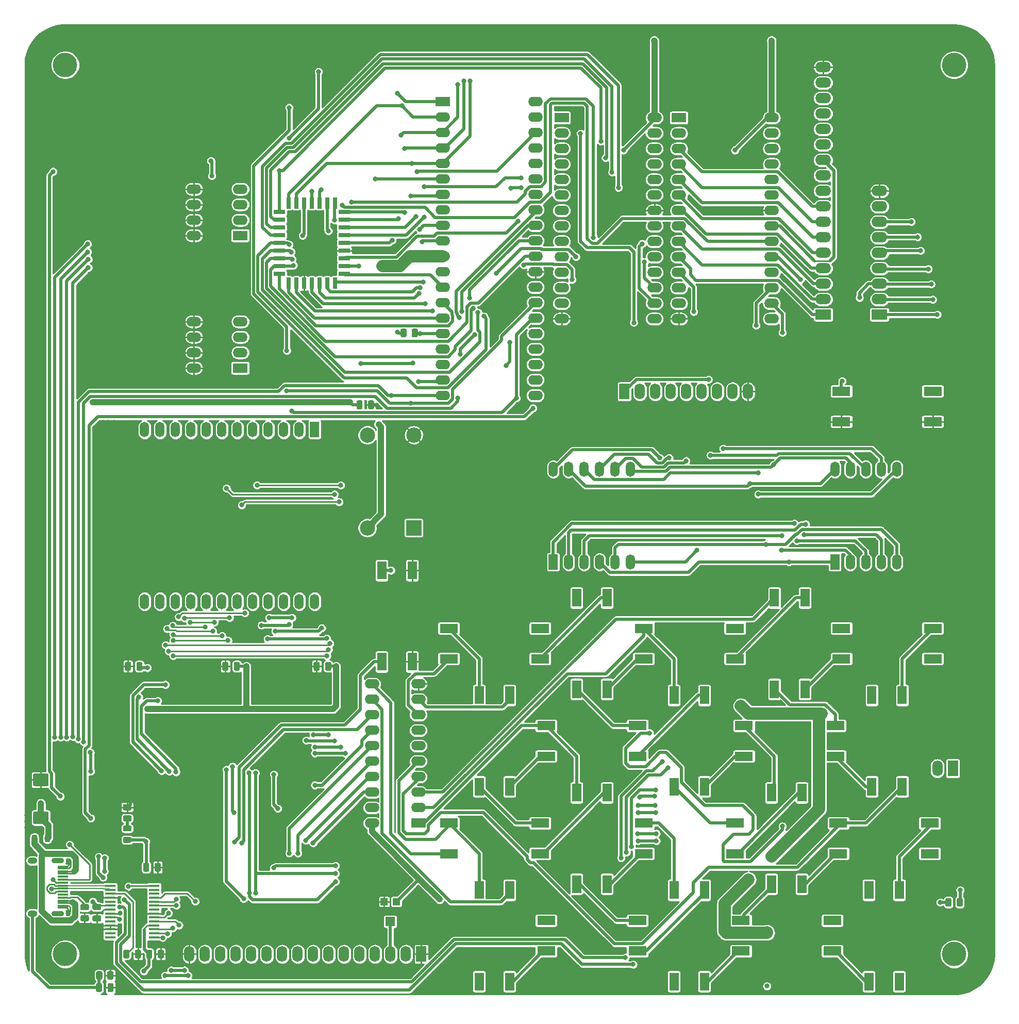
<source format=gbr>
G04 #@! TF.GenerationSoftware,KiCad,Pcbnew,5.1.7-a382d34a8~88~ubuntu20.04.1*
G04 #@! TF.CreationDate,2021-04-25T17:04:25-07:00*
G04 #@! TF.ProjectId,tec-1,7465632d-312e-46b6-9963-61645f706362,Apr2021*
G04 #@! TF.SameCoordinates,Original*
G04 #@! TF.FileFunction,Copper,L1,Top*
G04 #@! TF.FilePolarity,Positive*
%FSLAX46Y46*%
G04 Gerber Fmt 4.6, Leading zero omitted, Abs format (unit mm)*
G04 Created by KiCad (PCBNEW 5.1.7-a382d34a8~88~ubuntu20.04.1) date 2021-04-25 17:04:25*
%MOMM*%
%LPD*%
G01*
G04 APERTURE LIST*
G04 #@! TA.AperFunction,ComponentPad*
%ADD10O,1.700000X2.600000*%
G04 #@! TD*
G04 #@! TA.AperFunction,ComponentPad*
%ADD11R,1.700000X2.600000*%
G04 #@! TD*
G04 #@! TA.AperFunction,SMDPad,CuDef*
%ADD12R,1.600000X1.500000*%
G04 #@! TD*
G04 #@! TA.AperFunction,SMDPad,CuDef*
%ADD13R,1.200000X1.200000*%
G04 #@! TD*
G04 #@! TA.AperFunction,ComponentPad*
%ADD14C,2.500000*%
G04 #@! TD*
G04 #@! TA.AperFunction,ComponentPad*
%ADD15R,2.500000X2.500000*%
G04 #@! TD*
G04 #@! TA.AperFunction,ComponentPad*
%ADD16O,2.400000X1.600000*%
G04 #@! TD*
G04 #@! TA.AperFunction,ComponentPad*
%ADD17R,2.400000X1.600000*%
G04 #@! TD*
G04 #@! TA.AperFunction,SMDPad,CuDef*
%ADD18R,3.000000X1.500000*%
G04 #@! TD*
G04 #@! TA.AperFunction,SMDPad,CuDef*
%ADD19R,1.925000X0.700000*%
G04 #@! TD*
G04 #@! TA.AperFunction,SMDPad,CuDef*
%ADD20R,0.700000X1.925000*%
G04 #@! TD*
G04 #@! TA.AperFunction,ComponentPad*
%ADD21O,2.600000X1.700000*%
G04 #@! TD*
G04 #@! TA.AperFunction,ComponentPad*
%ADD22R,2.600000X1.700000*%
G04 #@! TD*
G04 #@! TA.AperFunction,ComponentPad*
%ADD23O,1.500000X2.500000*%
G04 #@! TD*
G04 #@! TA.AperFunction,ComponentPad*
%ADD24R,1.500000X2.500000*%
G04 #@! TD*
G04 #@! TA.AperFunction,SMDPad,CuDef*
%ADD25R,1.750000X0.450000*%
G04 #@! TD*
G04 #@! TA.AperFunction,SMDPad,CuDef*
%ADD26R,1.500000X3.000000*%
G04 #@! TD*
G04 #@! TA.AperFunction,SMDPad,CuDef*
%ADD27R,1.750000X0.300000*%
G04 #@! TD*
G04 #@! TA.AperFunction,ComponentPad*
%ADD28O,2.100000X0.900000*%
G04 #@! TD*
G04 #@! TA.AperFunction,ComponentPad*
%ADD29O,1.600000X1.000000*%
G04 #@! TD*
G04 #@! TA.AperFunction,ViaPad*
%ADD30C,4.010000*%
G04 #@! TD*
G04 #@! TA.AperFunction,ViaPad*
%ADD31C,0.800000*%
G04 #@! TD*
G04 #@! TA.AperFunction,Conductor*
%ADD32C,0.250000*%
G04 #@! TD*
G04 #@! TA.AperFunction,Conductor*
%ADD33C,0.500000*%
G04 #@! TD*
G04 #@! TA.AperFunction,Conductor*
%ADD34C,1.000000*%
G04 #@! TD*
G04 #@! TA.AperFunction,Conductor*
%ADD35C,2.000000*%
G04 #@! TD*
G04 #@! TA.AperFunction,Conductor*
%ADD36C,0.200000*%
G04 #@! TD*
G04 #@! TA.AperFunction,Conductor*
%ADD37C,0.254000*%
G04 #@! TD*
G04 #@! TA.AperFunction,Conductor*
%ADD38C,0.100000*%
G04 #@! TD*
G04 APERTURE END LIST*
D10*
G04 #@! TO.P,J7,9*
G04 #@! TO.N,GND*
X139160000Y-80625000D03*
G04 #@! TO.P,J7,8*
G04 #@! TO.N,/~IOREQ*
X136620000Y-80625000D03*
G04 #@! TO.P,J7,7*
G04 #@! TO.N,/~MREQ*
X134080000Y-80625000D03*
G04 #@! TO.P,J7,6*
G04 #@! TO.N,/~WR*
X131540000Y-80625000D03*
G04 #@! TO.P,J7,5*
G04 #@! TO.N,/~RD*
X129000000Y-80625000D03*
G04 #@! TO.P,J7,4*
G04 #@! TO.N,/~M1*
X126460000Y-80625000D03*
G04 #@! TO.P,J7,3*
G04 #@! TO.N,/~INT*
X123920000Y-80625000D03*
G04 #@! TO.P,J7,2*
G04 #@! TO.N,/~NMI*
X121380000Y-80625000D03*
D11*
G04 #@! TO.P,J7,1*
G04 #@! TO.N,/~RESET*
X118840000Y-80625000D03*
G04 #@! TD*
D12*
G04 #@! TO.P,RV1,2*
G04 #@! TO.N,/displays/VO*
X80400000Y-167650000D03*
D13*
G04 #@! TO.P,RV1,3*
G04 #@! TO.N,GND*
X79400000Y-164400000D03*
G04 #@! TO.P,RV1,1*
G04 #@! TO.N,+5V*
X81400000Y-164400000D03*
G04 #@! TD*
G04 #@! TO.P,R48,2*
G04 #@! TO.N,GND*
G04 #@! TA.AperFunction,SMDPad,CuDef*
G36*
G01*
X37650001Y-149400000D02*
X36749999Y-149400000D01*
G75*
G02*
X36500000Y-149150001I0J249999D01*
G01*
X36500000Y-148624999D01*
G75*
G02*
X36749999Y-148375000I249999J0D01*
G01*
X37650001Y-148375000D01*
G75*
G02*
X37900000Y-148624999I0J-249999D01*
G01*
X37900000Y-149150001D01*
G75*
G02*
X37650001Y-149400000I-249999J0D01*
G01*
G37*
G04 #@! TD.AperFunction*
G04 #@! TO.P,R48,1*
G04 #@! TO.N,Net-(D3-Pad1)*
G04 #@! TA.AperFunction,SMDPad,CuDef*
G36*
G01*
X37650001Y-151225000D02*
X36749999Y-151225000D01*
G75*
G02*
X36500000Y-150975001I0J249999D01*
G01*
X36500000Y-150449999D01*
G75*
G02*
X36749999Y-150200000I249999J0D01*
G01*
X37650001Y-150200000D01*
G75*
G02*
X37900000Y-150449999I0J-249999D01*
G01*
X37900000Y-150975001D01*
G75*
G02*
X37650001Y-151225000I-249999J0D01*
G01*
G37*
G04 #@! TD.AperFunction*
G04 #@! TD*
G04 #@! TO.P,D3,2*
G04 #@! TO.N,+5V*
G04 #@! TA.AperFunction,SMDPad,CuDef*
G36*
G01*
X36743750Y-153750000D02*
X37656250Y-153750000D01*
G75*
G02*
X37900000Y-153993750I0J-243750D01*
G01*
X37900000Y-154481250D01*
G75*
G02*
X37656250Y-154725000I-243750J0D01*
G01*
X36743750Y-154725000D01*
G75*
G02*
X36500000Y-154481250I0J243750D01*
G01*
X36500000Y-153993750D01*
G75*
G02*
X36743750Y-153750000I243750J0D01*
G01*
G37*
G04 #@! TD.AperFunction*
G04 #@! TO.P,D3,1*
G04 #@! TO.N,Net-(D3-Pad1)*
G04 #@! TA.AperFunction,SMDPad,CuDef*
G36*
G01*
X36743750Y-151875000D02*
X37656250Y-151875000D01*
G75*
G02*
X37900000Y-152118750I0J-243750D01*
G01*
X37900000Y-152606250D01*
G75*
G02*
X37656250Y-152850000I-243750J0D01*
G01*
X36743750Y-152850000D01*
G75*
G02*
X36500000Y-152606250I0J243750D01*
G01*
X36500000Y-152118750D01*
G75*
G02*
X36743750Y-151875000I243750J0D01*
G01*
G37*
G04 #@! TD.AperFunction*
G04 #@! TD*
D10*
G04 #@! TO.P,J6,2*
G04 #@! TO.N,Net-(J2-Pad2)*
X170260000Y-142500000D03*
D11*
G04 #@! TO.P,J6,1*
G04 #@! TO.N,Net-(J6-Pad1)*
X172800000Y-142500000D03*
G04 #@! TD*
G04 #@! TO.P,C22,2*
G04 #@! TO.N,GND*
G04 #@! TA.AperFunction,SMDPad,CuDef*
G36*
G01*
X31725000Y-166650000D02*
X32675000Y-166650000D01*
G75*
G02*
X32925000Y-166900000I0J-250000D01*
G01*
X32925000Y-167400000D01*
G75*
G02*
X32675000Y-167650000I-250000J0D01*
G01*
X31725000Y-167650000D01*
G75*
G02*
X31475000Y-167400000I0J250000D01*
G01*
X31475000Y-166900000D01*
G75*
G02*
X31725000Y-166650000I250000J0D01*
G01*
G37*
G04 #@! TD.AperFunction*
G04 #@! TO.P,C22,1*
G04 #@! TO.N,+5V*
G04 #@! TA.AperFunction,SMDPad,CuDef*
G36*
G01*
X31725000Y-164750000D02*
X32675000Y-164750000D01*
G75*
G02*
X32925000Y-165000000I0J-250000D01*
G01*
X32925000Y-165500000D01*
G75*
G02*
X32675000Y-165750000I-250000J0D01*
G01*
X31725000Y-165750000D01*
G75*
G02*
X31475000Y-165500000I0J250000D01*
G01*
X31475000Y-165000000D01*
G75*
G02*
X31725000Y-164750000I250000J0D01*
G01*
G37*
G04 #@! TD.AperFunction*
G04 #@! TD*
D14*
G04 #@! TO.P,X1,7*
G04 #@! TO.N,GND*
X84250000Y-87760000D03*
G04 #@! TO.P,X1,8*
G04 #@! TO.N,/CLK_IN*
X76630000Y-87760000D03*
G04 #@! TO.P,X1,14*
G04 #@! TO.N,+5V*
X76630000Y-103000000D03*
D15*
G04 #@! TO.P,X1,1*
G04 #@! TO.N,Net-(R42-Pad1)*
X84250000Y-103000000D03*
G04 #@! TD*
D16*
G04 #@! TO.P,SW24,8*
G04 #@! TO.N,GND*
X48130000Y-76750000D03*
G04 #@! TO.P,SW24,4*
G04 #@! TO.N,/MISC_SPARE*
X55750000Y-69130000D03*
G04 #@! TO.P,SW24,7*
G04 #@! TO.N,GND*
X48130000Y-74210000D03*
G04 #@! TO.P,SW24,3*
G04 #@! TO.N,/DIV2*
X55750000Y-71670000D03*
G04 #@! TO.P,SW24,6*
G04 #@! TO.N,GND*
X48130000Y-71670000D03*
G04 #@! TO.P,SW24,2*
G04 #@! TO.N,/DIV1*
X55750000Y-74210000D03*
G04 #@! TO.P,SW24,5*
G04 #@! TO.N,GND*
X48130000Y-69130000D03*
D17*
G04 #@! TO.P,SW24,1*
G04 #@! TO.N,/DIV0*
X55750000Y-76750000D03*
G04 #@! TD*
G04 #@! TO.P,C20,2*
G04 #@! TO.N,GND*
G04 #@! TA.AperFunction,SMDPad,CuDef*
G36*
G01*
X76750000Y-83275000D02*
X76750000Y-82325000D01*
G75*
G02*
X77000000Y-82075000I250000J0D01*
G01*
X77500000Y-82075000D01*
G75*
G02*
X77750000Y-82325000I0J-250000D01*
G01*
X77750000Y-83275000D01*
G75*
G02*
X77500000Y-83525000I-250000J0D01*
G01*
X77000000Y-83525000D01*
G75*
G02*
X76750000Y-83275000I0J250000D01*
G01*
G37*
G04 #@! TD.AperFunction*
G04 #@! TO.P,C20,1*
G04 #@! TO.N,+5V*
G04 #@! TA.AperFunction,SMDPad,CuDef*
G36*
G01*
X74850000Y-83275000D02*
X74850000Y-82325000D01*
G75*
G02*
X75100000Y-82075000I250000J0D01*
G01*
X75600000Y-82075000D01*
G75*
G02*
X75850000Y-82325000I0J-250000D01*
G01*
X75850000Y-83275000D01*
G75*
G02*
X75600000Y-83525000I-250000J0D01*
G01*
X75100000Y-83525000D01*
G75*
G02*
X74850000Y-83275000I0J250000D01*
G01*
G37*
G04 #@! TD.AperFunction*
G04 #@! TD*
D18*
G04 #@! TO.P,SW23,2*
G04 #@! TO.N,/~RESET*
X169500000Y-80575000D03*
X154500000Y-80575000D03*
G04 #@! TO.P,SW23,1*
G04 #@! TO.N,GND*
X169500000Y-85575000D03*
X154500000Y-85575000D03*
G04 #@! TD*
D19*
G04 #@! TO.P,U4,13*
G04 #@! TO.N,/D0*
X62177500Y-61330000D03*
G04 #@! TO.P,U4,21*
G04 #@! TO.N,/D7*
X72822500Y-61330000D03*
G04 #@! TO.P,U4,22*
G04 #@! TO.N,/~FLASH_CS*
X72822500Y-60060000D03*
G04 #@! TO.P,U4,12*
G04 #@! TO.N,/A0*
X62177500Y-60060000D03*
G04 #@! TO.P,U4,29*
G04 #@! TO.N,/A14*
X72822500Y-51170000D03*
G04 #@! TO.P,U4,28*
G04 #@! TO.N,/A13*
X72822500Y-52440000D03*
G04 #@! TO.P,U4,27*
G04 #@! TO.N,/A8*
X72822500Y-53710000D03*
G04 #@! TO.P,U4,26*
G04 #@! TO.N,/A9*
X72822500Y-54980000D03*
G04 #@! TO.P,U4,25*
G04 #@! TO.N,/A11*
X72822500Y-56250000D03*
G04 #@! TO.P,U4,24*
G04 #@! TO.N,GND*
X72822500Y-57520000D03*
G04 #@! TO.P,U4,23*
G04 #@! TO.N,/A10*
X72822500Y-58790000D03*
D20*
G04 #@! TO.P,U4,20*
G04 #@! TO.N,/D6*
X71310000Y-62842500D03*
G04 #@! TO.P,U4,19*
G04 #@! TO.N,/D5*
X70040000Y-62842500D03*
G04 #@! TO.P,U4,18*
G04 #@! TO.N,/D4*
X68770000Y-62842500D03*
G04 #@! TO.P,U4,17*
G04 #@! TO.N,/D3*
X67500000Y-62842500D03*
G04 #@! TO.P,U4,16*
G04 #@! TO.N,GND*
X66230000Y-62842500D03*
G04 #@! TO.P,U4,15*
G04 #@! TO.N,/D2*
X64960000Y-62842500D03*
G04 #@! TO.P,U4,14*
G04 #@! TO.N,/D1*
X63690000Y-62842500D03*
D19*
G04 #@! TO.P,U4,11*
G04 #@! TO.N,/A1*
X62177500Y-58790000D03*
G04 #@! TO.P,U4,10*
G04 #@! TO.N,/A2*
X62177500Y-57520000D03*
G04 #@! TO.P,U4,9*
G04 #@! TO.N,/A3*
X62177500Y-56250000D03*
G04 #@! TO.P,U4,8*
G04 #@! TO.N,/A4*
X62177500Y-54980000D03*
G04 #@! TO.P,U4,7*
G04 #@! TO.N,/A5*
X62177500Y-53710000D03*
G04 #@! TO.P,U4,6*
G04 #@! TO.N,/A6*
X62177500Y-52440000D03*
G04 #@! TO.P,U4,5*
G04 #@! TO.N,/A7*
X62177500Y-51170000D03*
D20*
G04 #@! TO.P,U4,30*
G04 #@! TO.N,/FLASH_A17*
X71310000Y-49657500D03*
G04 #@! TO.P,U4,31*
G04 #@! TO.N,Net-(R9-Pad1)*
X70040000Y-49657500D03*
G04 #@! TO.P,U4,32*
G04 #@! TO.N,+5V*
X68770000Y-49657500D03*
G04 #@! TO.P,U4,4*
G04 #@! TO.N,/A12*
X63690000Y-49657500D03*
G04 #@! TO.P,U4,3*
G04 #@! TO.N,/A15*
X64960000Y-49657500D03*
G04 #@! TO.P,U4,2*
G04 #@! TO.N,/FLASH_A16*
X66230000Y-49657500D03*
G04 #@! TO.P,U4,1*
G04 #@! TO.N,/FLASH_A18*
X67500000Y-49657500D03*
G04 #@! TD*
G04 #@! TO.P,C8,2*
G04 #@! TO.N,GND*
G04 #@! TA.AperFunction,SMDPad,CuDef*
G36*
G01*
X24025000Y-145425000D02*
X21975000Y-145425000D01*
G75*
G02*
X21725000Y-145175000I0J250000D01*
G01*
X21725000Y-143600000D01*
G75*
G02*
X21975000Y-143350000I250000J0D01*
G01*
X24025000Y-143350000D01*
G75*
G02*
X24275000Y-143600000I0J-250000D01*
G01*
X24275000Y-145175000D01*
G75*
G02*
X24025000Y-145425000I-250000J0D01*
G01*
G37*
G04 #@! TD.AperFunction*
G04 #@! TO.P,C8,1*
G04 #@! TO.N,+5V*
G04 #@! TA.AperFunction,SMDPad,CuDef*
G36*
G01*
X24025000Y-151650000D02*
X21975000Y-151650000D01*
G75*
G02*
X21725000Y-151400000I0J250000D01*
G01*
X21725000Y-149825000D01*
G75*
G02*
X21975000Y-149575000I250000J0D01*
G01*
X24025000Y-149575000D01*
G75*
G02*
X24275000Y-149825000I0J-250000D01*
G01*
X24275000Y-151400000D01*
G75*
G02*
X24025000Y-151650000I-250000J0D01*
G01*
G37*
G04 #@! TD.AperFunction*
G04 #@! TD*
D16*
G04 #@! TO.P,U8,20*
G04 #@! TO.N,+5V*
X77380000Y-151500000D03*
G04 #@! TO.P,U8,10*
G04 #@! TO.N,GND*
X85000000Y-128640000D03*
G04 #@! TO.P,U8,19*
G04 #@! TO.N,/D0*
X77380000Y-148960000D03*
G04 #@! TO.P,U8,9*
G04 #@! TO.N,/keybd/X3*
X85000000Y-131180000D03*
G04 #@! TO.P,U8,18*
G04 #@! TO.N,/D1*
X77380000Y-146420000D03*
G04 #@! TO.P,U8,8*
G04 #@! TO.N,/keybd/X4*
X85000000Y-133720000D03*
G04 #@! TO.P,U8,17*
G04 #@! TO.N,/D2*
X77380000Y-143880000D03*
G04 #@! TO.P,U8,7*
G04 #@! TO.N,Net-(C12-Pad1)*
X85000000Y-136260000D03*
G04 #@! TO.P,U8,16*
G04 #@! TO.N,/D3*
X77380000Y-141340000D03*
G04 #@! TO.P,U8,6*
G04 #@! TO.N,Net-(C14-Pad1)*
X85000000Y-138800000D03*
G04 #@! TO.P,U8,15*
G04 #@! TO.N,/D4*
X77380000Y-138800000D03*
G04 #@! TO.P,U8,5*
G04 #@! TO.N,/keybd/Y5*
X85000000Y-141340000D03*
G04 #@! TO.P,U8,14*
G04 #@! TO.N,/keybd/~C923_OE*
X77380000Y-136260000D03*
G04 #@! TO.P,U8,4*
G04 #@! TO.N,/keybd/Y4*
X85000000Y-143880000D03*
G04 #@! TO.P,U8,13*
G04 #@! TO.N,/keybd/C923_DA*
X77380000Y-133720000D03*
G04 #@! TO.P,U8,3*
G04 #@! TO.N,/keybd/Y3*
X85000000Y-146420000D03*
G04 #@! TO.P,U8,12*
G04 #@! TO.N,/keybd/X1*
X77380000Y-131180000D03*
G04 #@! TO.P,U8,2*
G04 #@! TO.N,/keybd/Y2*
X85000000Y-148960000D03*
G04 #@! TO.P,U8,11*
G04 #@! TO.N,/keybd/X2*
X77380000Y-128640000D03*
D17*
G04 #@! TO.P,U8,1*
G04 #@! TO.N,/keybd/Y1*
X85000000Y-151500000D03*
G04 #@! TD*
D21*
G04 #@! TO.P,J5,9*
G04 #@! TO.N,GND*
X160750000Y-47680000D03*
G04 #@! TO.P,J5,8*
G04 #@! TO.N,/D7*
X160750000Y-50220000D03*
G04 #@! TO.P,J5,7*
G04 #@! TO.N,/D6*
X160750000Y-52760000D03*
G04 #@! TO.P,J5,6*
G04 #@! TO.N,/D5*
X160750000Y-55300000D03*
G04 #@! TO.P,J5,5*
G04 #@! TO.N,/D4*
X160750000Y-57840000D03*
G04 #@! TO.P,J5,4*
G04 #@! TO.N,/D3*
X160750000Y-60380000D03*
G04 #@! TO.P,J5,3*
G04 #@! TO.N,/D2*
X160750000Y-62920000D03*
G04 #@! TO.P,J5,2*
G04 #@! TO.N,/D1*
X160750000Y-65460000D03*
D22*
G04 #@! TO.P,J5,1*
G04 #@! TO.N,/D0*
X160750000Y-68000000D03*
G04 #@! TD*
D21*
G04 #@! TO.P,J4,17*
G04 #@! TO.N,GND*
X151500000Y-27360000D03*
G04 #@! TO.P,J4,16*
G04 #@! TO.N,/A15*
X151500000Y-29900000D03*
G04 #@! TO.P,J4,15*
G04 #@! TO.N,/A14*
X151500000Y-32440000D03*
G04 #@! TO.P,J4,14*
G04 #@! TO.N,/A13*
X151500000Y-34980000D03*
G04 #@! TO.P,J4,13*
G04 #@! TO.N,/A12*
X151500000Y-37520000D03*
G04 #@! TO.P,J4,12*
G04 #@! TO.N,/A11*
X151500000Y-40060000D03*
G04 #@! TO.P,J4,11*
G04 #@! TO.N,/A10*
X151500000Y-42600000D03*
G04 #@! TO.P,J4,10*
G04 #@! TO.N,/A9*
X151500000Y-45140000D03*
G04 #@! TO.P,J4,9*
G04 #@! TO.N,/A8*
X151500000Y-47680000D03*
G04 #@! TO.P,J4,8*
G04 #@! TO.N,/A7*
X151500000Y-50220000D03*
G04 #@! TO.P,J4,7*
G04 #@! TO.N,/A6*
X151500000Y-52760000D03*
G04 #@! TO.P,J4,6*
G04 #@! TO.N,/A5*
X151500000Y-55300000D03*
G04 #@! TO.P,J4,5*
G04 #@! TO.N,/A4*
X151500000Y-57840000D03*
G04 #@! TO.P,J4,4*
G04 #@! TO.N,/A3*
X151500000Y-60380000D03*
G04 #@! TO.P,J4,3*
G04 #@! TO.N,/A2*
X151500000Y-62920000D03*
G04 #@! TO.P,J4,2*
G04 #@! TO.N,/A1*
X151500000Y-65460000D03*
D22*
G04 #@! TO.P,J4,1*
G04 #@! TO.N,/A0*
X151500000Y-68000000D03*
G04 #@! TD*
D23*
G04 #@! TO.P,U12,7*
G04 #@! TO.N,/displays/COL_0*
X161040000Y-93380000D03*
G04 #@! TO.P,U12,6*
G04 #@! TO.N,/displays/SEG_F*
X163580000Y-93380000D03*
G04 #@! TO.P,U12,8*
G04 #@! TO.N,/displays/COL_1*
X158500000Y-93380000D03*
G04 #@! TO.P,U12,9*
G04 #@! TO.N,/displays/SEG_B*
X155960000Y-93380000D03*
G04 #@! TO.P,U12,10*
G04 #@! TO.N,/displays/SEG_A*
X153420000Y-93380000D03*
G04 #@! TO.P,U12,5*
G04 #@! TO.N,/displays/SEG_G*
X163580000Y-108620000D03*
G04 #@! TO.P,U12,4*
G04 #@! TO.N,/displays/SEG_D*
X161040000Y-108620000D03*
G04 #@! TO.P,U12,3*
G04 #@! TO.N,/displays/SEG_E*
X158500000Y-108620000D03*
G04 #@! TO.P,U12,2*
G04 #@! TO.N,/displays/SEG_DP*
X155960000Y-108620000D03*
D24*
G04 #@! TO.P,U12,1*
G04 #@! TO.N,/displays/SEG_C*
X153420000Y-108620000D03*
G04 #@! TD*
D23*
G04 #@! TO.P,U13,6*
G04 #@! TO.N,/displays/COL_2*
X119850000Y-108620000D03*
G04 #@! TO.P,U13,7*
G04 #@! TO.N,/displays/SEG_B*
X119850000Y-93380000D03*
G04 #@! TO.P,U13,9*
G04 #@! TO.N,/displays/COL_4*
X114770000Y-93380000D03*
G04 #@! TO.P,U13,8*
G04 #@! TO.N,/displays/COL_3*
X117310000Y-93380000D03*
G04 #@! TO.P,U13,10*
G04 #@! TO.N,/displays/SEG_F*
X112230000Y-93380000D03*
G04 #@! TO.P,U13,11*
G04 #@! TO.N,/displays/SEG_A*
X109690000Y-93380000D03*
G04 #@! TO.P,U13,12*
G04 #@! TO.N,/displays/COL_5*
X107150000Y-93380000D03*
G04 #@! TO.P,U13,5*
G04 #@! TO.N,/displays/SEG_G*
X117310000Y-108620000D03*
G04 #@! TO.P,U13,4*
G04 #@! TO.N,/displays/SEG_C*
X114770000Y-108620000D03*
G04 #@! TO.P,U13,3*
G04 #@! TO.N,/displays/SEG_DP*
X112230000Y-108620000D03*
G04 #@! TO.P,U13,2*
G04 #@! TO.N,/displays/SEG_D*
X109690000Y-108620000D03*
D24*
G04 #@! TO.P,U13,1*
G04 #@! TO.N,/displays/SEG_E*
X107150000Y-108620000D03*
G04 #@! TD*
D25*
G04 #@! TO.P,U7,28*
G04 #@! TO.N,Net-(U7-Pad28)*
X34400000Y-170225000D03*
G04 #@! TO.P,U7,27*
G04 #@! TO.N,Net-(U7-Pad27)*
X34400000Y-169575000D03*
G04 #@! TO.P,U7,26*
G04 #@! TO.N,GND*
X34400000Y-168925000D03*
G04 #@! TO.P,U7,25*
X34400000Y-168275000D03*
G04 #@! TO.P,U7,24*
G04 #@! TO.N,N/C*
X34400000Y-167625000D03*
G04 #@! TO.P,U7,23*
G04 #@! TO.N,Net-(U7-Pad23)*
X34400000Y-166975000D03*
G04 #@! TO.P,U7,22*
G04 #@! TO.N,Net-(TP24-Pad1)*
X34400000Y-166325000D03*
G04 #@! TO.P,U7,21*
G04 #@! TO.N,GND*
X34400000Y-165675000D03*
G04 #@! TO.P,U7,20*
G04 #@! TO.N,+5V*
X34400000Y-165025000D03*
G04 #@! TO.P,U7,19*
G04 #@! TO.N,Net-(U7-Pad19)*
X34400000Y-164375000D03*
G04 #@! TO.P,U7,18*
G04 #@! TO.N,GND*
X34400000Y-163725000D03*
G04 #@! TO.P,U7,17*
G04 #@! TO.N,Net-(C9-Pad2)*
X34400000Y-163075000D03*
G04 #@! TO.P,U7,16*
G04 #@! TO.N,/keybd/USBD_N*
X34400000Y-162425000D03*
G04 #@! TO.P,U7,15*
G04 #@! TO.N,/keybd/USBD_P*
X34400000Y-161775000D03*
G04 #@! TO.P,U7,14*
G04 #@! TO.N,Net-(TP22-Pad1)*
X41600000Y-161775000D03*
G04 #@! TO.P,U7,13*
G04 #@! TO.N,Net-(U7-Pad13)*
X41600000Y-162425000D03*
G04 #@! TO.P,U7,12*
G04 #@! TO.N,Net-(U7-Pad12)*
X41600000Y-163075000D03*
G04 #@! TO.P,U7,11*
G04 #@! TO.N,/keybd/FTDI_D3*
X41600000Y-163725000D03*
G04 #@! TO.P,U7,10*
G04 #@! TO.N,/keybd/FTDI_D6*
X41600000Y-164375000D03*
G04 #@! TO.P,U7,9*
G04 #@! TO.N,/keybd/FTDI_D5*
X41600000Y-165025000D03*
G04 #@! TO.P,U7,8*
G04 #@! TO.N,N/C*
X41600000Y-165675000D03*
G04 #@! TO.P,U7,7*
G04 #@! TO.N,GND*
X41600000Y-166325000D03*
G04 #@! TO.P,U7,6*
G04 #@! TO.N,/keybd/FTDI_D7*
X41600000Y-166975000D03*
G04 #@! TO.P,U7,5*
G04 #@! TO.N,/keybd/FTDI_D1*
X41600000Y-167625000D03*
G04 #@! TO.P,U7,4*
G04 #@! TO.N,+5V*
X41600000Y-168275000D03*
G04 #@! TO.P,U7,3*
G04 #@! TO.N,/keybd/FTDI_D2*
X41600000Y-168925000D03*
G04 #@! TO.P,U7,2*
G04 #@! TO.N,/keybd/FTDI_D4*
X41600000Y-169575000D03*
G04 #@! TO.P,U7,1*
G04 #@! TO.N,/keybd/FTDI_D0*
X41600000Y-170225000D03*
G04 #@! TD*
D16*
G04 #@! TO.P,U6,28*
G04 #@! TO.N,+5V*
X143040000Y-35670000D03*
G04 #@! TO.P,U6,14*
G04 #@! TO.N,GND*
X127800000Y-68690000D03*
G04 #@! TO.P,U6,27*
G04 #@! TO.N,/~WR*
X143040000Y-38210000D03*
G04 #@! TO.P,U6,13*
G04 #@! TO.N,/D2*
X127800000Y-66150000D03*
G04 #@! TO.P,U6,26*
G04 #@! TO.N,Net-(R11-Pad2)*
X143040000Y-40750000D03*
G04 #@! TO.P,U6,12*
G04 #@! TO.N,/D1*
X127800000Y-63610000D03*
G04 #@! TO.P,U6,25*
G04 #@! TO.N,/A8*
X143040000Y-43290000D03*
G04 #@! TO.P,U6,11*
G04 #@! TO.N,/D0*
X127800000Y-61070000D03*
G04 #@! TO.P,U6,24*
G04 #@! TO.N,/A9*
X143040000Y-45830000D03*
G04 #@! TO.P,U6,10*
G04 #@! TO.N,/A0*
X127800000Y-58530000D03*
G04 #@! TO.P,U6,23*
G04 #@! TO.N,/A11*
X143040000Y-48370000D03*
G04 #@! TO.P,U6,9*
G04 #@! TO.N,/A1*
X127800000Y-55990000D03*
G04 #@! TO.P,U6,22*
G04 #@! TO.N,GND*
X143040000Y-50910000D03*
G04 #@! TO.P,U6,8*
G04 #@! TO.N,/A2*
X127800000Y-53450000D03*
G04 #@! TO.P,U6,21*
G04 #@! TO.N,/A10*
X143040000Y-53450000D03*
G04 #@! TO.P,U6,7*
G04 #@! TO.N,/A3*
X127800000Y-50910000D03*
G04 #@! TO.P,U6,20*
G04 #@! TO.N,/~SRAMB_CS*
X143040000Y-55990000D03*
G04 #@! TO.P,U6,6*
G04 #@! TO.N,/A4*
X127800000Y-48370000D03*
G04 #@! TO.P,U6,19*
G04 #@! TO.N,/D7*
X143040000Y-58530000D03*
G04 #@! TO.P,U6,5*
G04 #@! TO.N,/A5*
X127800000Y-45830000D03*
G04 #@! TO.P,U6,18*
G04 #@! TO.N,/D6*
X143040000Y-61070000D03*
G04 #@! TO.P,U6,4*
G04 #@! TO.N,/A6*
X127800000Y-43290000D03*
G04 #@! TO.P,U6,17*
G04 #@! TO.N,/D5*
X143040000Y-63610000D03*
G04 #@! TO.P,U6,3*
G04 #@! TO.N,/A7*
X127800000Y-40750000D03*
G04 #@! TO.P,U6,16*
G04 #@! TO.N,/D4*
X143040000Y-66150000D03*
G04 #@! TO.P,U6,2*
G04 #@! TO.N,/A12*
X127800000Y-38210000D03*
G04 #@! TO.P,U6,15*
G04 #@! TO.N,/D3*
X143040000Y-68690000D03*
D17*
G04 #@! TO.P,U6,1*
G04 #@! TO.N,Net-(U6-Pad1)*
X127800000Y-35670000D03*
G04 #@! TD*
D16*
G04 #@! TO.P,U5,28*
G04 #@! TO.N,+5V*
X123790000Y-35670000D03*
G04 #@! TO.P,U5,14*
G04 #@! TO.N,GND*
X108550000Y-68690000D03*
G04 #@! TO.P,U5,27*
G04 #@! TO.N,/~WR*
X123790000Y-38210000D03*
G04 #@! TO.P,U5,13*
G04 #@! TO.N,/D2*
X108550000Y-66150000D03*
G04 #@! TO.P,U5,26*
G04 #@! TO.N,Net-(R10-Pad2)*
X123790000Y-40750000D03*
G04 #@! TO.P,U5,12*
G04 #@! TO.N,/D1*
X108550000Y-63610000D03*
G04 #@! TO.P,U5,25*
G04 #@! TO.N,/A8*
X123790000Y-43290000D03*
G04 #@! TO.P,U5,11*
G04 #@! TO.N,/D0*
X108550000Y-61070000D03*
G04 #@! TO.P,U5,24*
G04 #@! TO.N,/A9*
X123790000Y-45830000D03*
G04 #@! TO.P,U5,10*
G04 #@! TO.N,/A0*
X108550000Y-58530000D03*
G04 #@! TO.P,U5,23*
G04 #@! TO.N,/A11*
X123790000Y-48370000D03*
G04 #@! TO.P,U5,9*
G04 #@! TO.N,/A1*
X108550000Y-55990000D03*
G04 #@! TO.P,U5,22*
G04 #@! TO.N,GND*
X123790000Y-50910000D03*
G04 #@! TO.P,U5,8*
G04 #@! TO.N,/A2*
X108550000Y-53450000D03*
G04 #@! TO.P,U5,21*
G04 #@! TO.N,/A10*
X123790000Y-53450000D03*
G04 #@! TO.P,U5,7*
G04 #@! TO.N,/A3*
X108550000Y-50910000D03*
G04 #@! TO.P,U5,20*
G04 #@! TO.N,/~SRAMA_CS*
X123790000Y-55990000D03*
G04 #@! TO.P,U5,6*
G04 #@! TO.N,/A4*
X108550000Y-48370000D03*
G04 #@! TO.P,U5,19*
G04 #@! TO.N,/D7*
X123790000Y-58530000D03*
G04 #@! TO.P,U5,5*
G04 #@! TO.N,/A5*
X108550000Y-45830000D03*
G04 #@! TO.P,U5,18*
G04 #@! TO.N,/D6*
X123790000Y-61070000D03*
G04 #@! TO.P,U5,4*
G04 #@! TO.N,/A6*
X108550000Y-43290000D03*
G04 #@! TO.P,U5,17*
G04 #@! TO.N,/D5*
X123790000Y-63610000D03*
G04 #@! TO.P,U5,3*
G04 #@! TO.N,/A7*
X108550000Y-40750000D03*
G04 #@! TO.P,U5,16*
G04 #@! TO.N,/D4*
X123790000Y-66150000D03*
G04 #@! TO.P,U5,2*
G04 #@! TO.N,/A12*
X108550000Y-38210000D03*
G04 #@! TO.P,U5,15*
G04 #@! TO.N,/D3*
X123790000Y-68690000D03*
D17*
G04 #@! TO.P,U5,1*
G04 #@! TO.N,Net-(U5-Pad1)*
X108550000Y-35670000D03*
G04 #@! TD*
D16*
G04 #@! TO.P,U3,40*
G04 #@! TO.N,/A10*
X104240000Y-33000000D03*
G04 #@! TO.P,U3,20*
G04 #@! TO.N,/~IOREQ*
X89000000Y-81260000D03*
G04 #@! TO.P,U3,39*
G04 #@! TO.N,/A9*
X104240000Y-35540000D03*
G04 #@! TO.P,U3,19*
G04 #@! TO.N,/~MREQ*
X89000000Y-78720000D03*
G04 #@! TO.P,U3,38*
G04 #@! TO.N,/A8*
X104240000Y-38080000D03*
G04 #@! TO.P,U3,18*
G04 #@! TO.N,Net-(U3-Pad18)*
X89000000Y-76180000D03*
G04 #@! TO.P,U3,37*
G04 #@! TO.N,/A7*
X104240000Y-40620000D03*
G04 #@! TO.P,U3,17*
G04 #@! TO.N,/~NMI*
X89000000Y-73640000D03*
G04 #@! TO.P,U3,36*
G04 #@! TO.N,/A6*
X104240000Y-43160000D03*
G04 #@! TO.P,U3,16*
G04 #@! TO.N,/~INT*
X89000000Y-71100000D03*
G04 #@! TO.P,U3,35*
G04 #@! TO.N,/A5*
X104240000Y-45700000D03*
G04 #@! TO.P,U3,15*
G04 #@! TO.N,/D1*
X89000000Y-68560000D03*
G04 #@! TO.P,U3,34*
G04 #@! TO.N,/A4*
X104240000Y-48240000D03*
G04 #@! TO.P,U3,14*
G04 #@! TO.N,/D0*
X89000000Y-66020000D03*
G04 #@! TO.P,U3,33*
G04 #@! TO.N,/A3*
X104240000Y-50780000D03*
G04 #@! TO.P,U3,13*
G04 #@! TO.N,/D7*
X89000000Y-63480000D03*
G04 #@! TO.P,U3,32*
G04 #@! TO.N,/A2*
X104240000Y-53320000D03*
G04 #@! TO.P,U3,12*
G04 #@! TO.N,/D2*
X89000000Y-60940000D03*
G04 #@! TO.P,U3,31*
G04 #@! TO.N,/A1*
X104240000Y-55860000D03*
G04 #@! TO.P,U3,11*
G04 #@! TO.N,+5V*
X89000000Y-58400000D03*
G04 #@! TO.P,U3,30*
G04 #@! TO.N,/A0*
X104240000Y-58400000D03*
G04 #@! TO.P,U3,10*
G04 #@! TO.N,/D6*
X89000000Y-55860000D03*
G04 #@! TO.P,U3,29*
G04 #@! TO.N,GND*
X104240000Y-60940000D03*
G04 #@! TO.P,U3,9*
G04 #@! TO.N,/D5*
X89000000Y-53320000D03*
G04 #@! TO.P,U3,28*
G04 #@! TO.N,Net-(U3-Pad28)*
X104240000Y-63480000D03*
G04 #@! TO.P,U3,8*
G04 #@! TO.N,/D3*
X89000000Y-50780000D03*
G04 #@! TO.P,U3,27*
G04 #@! TO.N,/~M1*
X104240000Y-66020000D03*
G04 #@! TO.P,U3,7*
G04 #@! TO.N,/D4*
X89000000Y-48240000D03*
G04 #@! TO.P,U3,26*
G04 #@! TO.N,/~RESET*
X104240000Y-68560000D03*
G04 #@! TO.P,U3,6*
G04 #@! TO.N,/~CLK*
X89000000Y-45700000D03*
G04 #@! TO.P,U3,25*
G04 #@! TO.N,/~BUSRQ*
X104240000Y-71100000D03*
G04 #@! TO.P,U3,5*
G04 #@! TO.N,/A15*
X89000000Y-43160000D03*
G04 #@! TO.P,U3,24*
G04 #@! TO.N,/~WAIT*
X104240000Y-73640000D03*
G04 #@! TO.P,U3,4*
G04 #@! TO.N,/A14*
X89000000Y-40620000D03*
G04 #@! TO.P,U3,23*
G04 #@! TO.N,Net-(U3-Pad23)*
X104240000Y-76180000D03*
G04 #@! TO.P,U3,3*
G04 #@! TO.N,/A13*
X89000000Y-38080000D03*
G04 #@! TO.P,U3,22*
G04 #@! TO.N,/~WR*
X104240000Y-78720000D03*
G04 #@! TO.P,U3,2*
G04 #@! TO.N,/A12*
X89000000Y-35540000D03*
G04 #@! TO.P,U3,21*
G04 #@! TO.N,/~RD*
X104240000Y-81260000D03*
D17*
G04 #@! TO.P,U3,1*
G04 #@! TO.N,/A11*
X89000000Y-33000000D03*
G04 #@! TD*
D26*
G04 #@! TO.P,SW22,2*
G04 #@! TO.N,/keybd/X1*
X159000000Y-162500000D03*
X159000000Y-177500000D03*
G04 #@! TO.P,SW22,1*
G04 #@! TO.N,/keybd/Y4*
X164000000Y-162500000D03*
X164000000Y-177500000D03*
G04 #@! TD*
D18*
G04 #@! TO.P,SW21,2*
G04 #@! TO.N,/keybd/X2*
X154000000Y-156500000D03*
X169000000Y-156500000D03*
G04 #@! TO.P,SW21,1*
G04 #@! TO.N,/keybd/Y4*
X154000000Y-151500000D03*
X169000000Y-151500000D03*
G04 #@! TD*
D26*
G04 #@! TO.P,SW20,2*
G04 #@! TO.N,/keybd/X3*
X159500000Y-130500000D03*
X159500000Y-145500000D03*
G04 #@! TO.P,SW20,1*
G04 #@! TO.N,/keybd/Y4*
X164500000Y-130500000D03*
X164500000Y-145500000D03*
G04 #@! TD*
D18*
G04 #@! TO.P,SW19,2*
G04 #@! TO.N,/keybd/X4*
X154500000Y-124500000D03*
X169500000Y-124500000D03*
G04 #@! TO.P,SW19,1*
G04 #@! TO.N,/keybd/Y4*
X154500000Y-119500000D03*
X169500000Y-119500000D03*
G04 #@! TD*
G04 #@! TO.P,SW18,2*
G04 #@! TO.N,/keybd/X1*
X138000000Y-172500000D03*
X153000000Y-172500000D03*
G04 #@! TO.P,SW18,1*
G04 #@! TO.N,/keybd/Y3*
X138000000Y-167500000D03*
X153000000Y-167500000D03*
G04 #@! TD*
D26*
G04 #@! TO.P,SW17,2*
G04 #@! TO.N,/keybd/X2*
X148000000Y-161500000D03*
X148000000Y-146500000D03*
G04 #@! TO.P,SW17,1*
G04 #@! TO.N,/keybd/Y3*
X143000000Y-161500000D03*
X143000000Y-146500000D03*
G04 #@! TD*
D18*
G04 #@! TO.P,SW16,2*
G04 #@! TO.N,/keybd/X3*
X138500000Y-140500000D03*
X153500000Y-140500000D03*
G04 #@! TO.P,SW16,1*
G04 #@! TO.N,/keybd/Y3*
X138500000Y-135500000D03*
X153500000Y-135500000D03*
G04 #@! TD*
D26*
G04 #@! TO.P,SW15,2*
G04 #@! TO.N,/keybd/X4*
X148500000Y-129500000D03*
X148500000Y-114500000D03*
G04 #@! TO.P,SW15,1*
G04 #@! TO.N,/keybd/Y3*
X143500000Y-129500000D03*
X143500000Y-114500000D03*
G04 #@! TD*
G04 #@! TO.P,SW14,2*
G04 #@! TO.N,/keybd/X1*
X132000000Y-177500000D03*
X132000000Y-162500000D03*
G04 #@! TO.P,SW14,1*
G04 #@! TO.N,/keybd/Y2*
X127000000Y-177500000D03*
X127000000Y-162500000D03*
G04 #@! TD*
D18*
G04 #@! TO.P,SW13,2*
G04 #@! TO.N,/keybd/X2*
X122000000Y-156500000D03*
X137000000Y-156500000D03*
G04 #@! TO.P,SW13,1*
G04 #@! TO.N,/keybd/Y2*
X122000000Y-151500000D03*
X137000000Y-151500000D03*
G04 #@! TD*
D26*
G04 #@! TO.P,SW12,2*
G04 #@! TO.N,/keybd/X3*
X132000000Y-145500000D03*
X132000000Y-130500000D03*
G04 #@! TO.P,SW12,1*
G04 #@! TO.N,/keybd/Y2*
X127000000Y-145500000D03*
X127000000Y-130500000D03*
G04 #@! TD*
D18*
G04 #@! TO.P,SW11,2*
G04 #@! TO.N,/keybd/X4*
X122000000Y-124500000D03*
X137000000Y-124500000D03*
G04 #@! TO.P,SW11,1*
G04 #@! TO.N,/keybd/Y2*
X122000000Y-119500000D03*
X137000000Y-119500000D03*
G04 #@! TD*
G04 #@! TO.P,SW10,2*
G04 #@! TO.N,/keybd/X1*
X106000000Y-172500000D03*
X121000000Y-172500000D03*
G04 #@! TO.P,SW10,1*
G04 #@! TO.N,/keybd/Y1*
X106000000Y-167500000D03*
X121000000Y-167500000D03*
G04 #@! TD*
D26*
G04 #@! TO.P,SW9,2*
G04 #@! TO.N,/keybd/X2*
X116000000Y-161500000D03*
X116000000Y-146500000D03*
G04 #@! TO.P,SW9,1*
G04 #@! TO.N,/keybd/Y1*
X111000000Y-161500000D03*
X111000000Y-146500000D03*
G04 #@! TD*
D18*
G04 #@! TO.P,SW8,2*
G04 #@! TO.N,/keybd/X3*
X106000000Y-140500000D03*
X121000000Y-140500000D03*
G04 #@! TO.P,SW8,1*
G04 #@! TO.N,/keybd/Y1*
X106000000Y-135500000D03*
X121000000Y-135500000D03*
G04 #@! TD*
D26*
G04 #@! TO.P,SW7,2*
G04 #@! TO.N,/keybd/X4*
X116000000Y-129500000D03*
X116000000Y-114500000D03*
G04 #@! TO.P,SW7,1*
G04 #@! TO.N,/keybd/Y1*
X111000000Y-129500000D03*
X111000000Y-114500000D03*
G04 #@! TD*
G04 #@! TO.P,SW6,2*
G04 #@! TO.N,/keybd/X1*
X100000000Y-177500000D03*
X100000000Y-162500000D03*
G04 #@! TO.P,SW6,1*
G04 #@! TO.N,/keybd/Y5*
X95000000Y-177500000D03*
X95000000Y-162500000D03*
G04 #@! TD*
D18*
G04 #@! TO.P,SW5,2*
G04 #@! TO.N,/keybd/X2*
X90000000Y-156500000D03*
X105000000Y-156500000D03*
G04 #@! TO.P,SW5,1*
G04 #@! TO.N,/keybd/Y5*
X90000000Y-151500000D03*
X105000000Y-151500000D03*
G04 #@! TD*
D26*
G04 #@! TO.P,SW4,2*
G04 #@! TO.N,/keybd/X3*
X100000000Y-145500000D03*
X100000000Y-130500000D03*
G04 #@! TO.P,SW4,1*
G04 #@! TO.N,/keybd/Y5*
X95000000Y-145500000D03*
X95000000Y-130500000D03*
G04 #@! TD*
D18*
G04 #@! TO.P,SW3,2*
G04 #@! TO.N,/keybd/X4*
X90000000Y-124500000D03*
X105000000Y-124500000D03*
G04 #@! TO.P,SW3,1*
G04 #@! TO.N,/keybd/Y5*
X90000000Y-119500000D03*
X105000000Y-119500000D03*
G04 #@! TD*
D26*
G04 #@! TO.P,SW2,2*
G04 #@! TO.N,GND*
X84000000Y-125000000D03*
X84000000Y-110000000D03*
G04 #@! TO.P,SW2,1*
G04 #@! TO.N,/keybd/~SHIFT_KEY*
X79000000Y-125000000D03*
X79000000Y-110000000D03*
G04 #@! TD*
D16*
G04 #@! TO.P,SW1,8*
G04 #@! TO.N,GND*
X48130000Y-55000000D03*
G04 #@! TO.P,SW1,4*
G04 #@! TO.N,Net-(R5-Pad1)*
X55750000Y-47380000D03*
G04 #@! TO.P,SW1,7*
G04 #@! TO.N,GND*
X48130000Y-52460000D03*
G04 #@! TO.P,SW1,3*
G04 #@! TO.N,/FLASH_A18*
X55750000Y-49920000D03*
G04 #@! TO.P,SW1,6*
G04 #@! TO.N,GND*
X48130000Y-49920000D03*
G04 #@! TO.P,SW1,2*
G04 #@! TO.N,/FLASH_A17*
X55750000Y-52460000D03*
G04 #@! TO.P,SW1,5*
G04 #@! TO.N,GND*
X48130000Y-47380000D03*
D17*
G04 #@! TO.P,SW1,1*
G04 #@! TO.N,/FLASH_A16*
X55750000Y-55000000D03*
G04 #@! TD*
G04 #@! TO.P,R14,2*
G04 #@! TO.N,/keybd/CC2*
G04 #@! TA.AperFunction,SMDPad,CuDef*
G36*
G01*
X30650001Y-165800000D02*
X29749999Y-165800000D01*
G75*
G02*
X29500000Y-165550001I0J249999D01*
G01*
X29500000Y-165024999D01*
G75*
G02*
X29749999Y-164775000I249999J0D01*
G01*
X30650001Y-164775000D01*
G75*
G02*
X30900000Y-165024999I0J-249999D01*
G01*
X30900000Y-165550001D01*
G75*
G02*
X30650001Y-165800000I-249999J0D01*
G01*
G37*
G04 #@! TD.AperFunction*
G04 #@! TO.P,R14,1*
G04 #@! TO.N,GND*
G04 #@! TA.AperFunction,SMDPad,CuDef*
G36*
G01*
X30650001Y-167625000D02*
X29749999Y-167625000D01*
G75*
G02*
X29500000Y-167375001I0J249999D01*
G01*
X29500000Y-166849999D01*
G75*
G02*
X29749999Y-166600000I249999J0D01*
G01*
X30650001Y-166600000D01*
G75*
G02*
X30900000Y-166849999I0J-249999D01*
G01*
X30900000Y-167375001D01*
G75*
G02*
X30650001Y-167625000I-249999J0D01*
G01*
G37*
G04 #@! TD.AperFunction*
G04 #@! TD*
G04 #@! TO.P,R13,2*
G04 #@! TO.N,GND*
G04 #@! TA.AperFunction,SMDPad,CuDef*
G36*
G01*
X33900000Y-176950001D02*
X33900000Y-176049999D01*
G75*
G02*
X34149999Y-175800000I249999J0D01*
G01*
X34675001Y-175800000D01*
G75*
G02*
X34925000Y-176049999I0J-249999D01*
G01*
X34925000Y-176950001D01*
G75*
G02*
X34675001Y-177200000I-249999J0D01*
G01*
X34149999Y-177200000D01*
G75*
G02*
X33900000Y-176950001I0J249999D01*
G01*
G37*
G04 #@! TD.AperFunction*
G04 #@! TO.P,R13,1*
G04 #@! TO.N,/keybd/SHIELD*
G04 #@! TA.AperFunction,SMDPad,CuDef*
G36*
G01*
X32075000Y-176950001D02*
X32075000Y-176049999D01*
G75*
G02*
X32324999Y-175800000I249999J0D01*
G01*
X32850001Y-175800000D01*
G75*
G02*
X33100000Y-176049999I0J-249999D01*
G01*
X33100000Y-176950001D01*
G75*
G02*
X32850001Y-177200000I-249999J0D01*
G01*
X32324999Y-177200000D01*
G75*
G02*
X32075000Y-176950001I0J249999D01*
G01*
G37*
G04 #@! TD.AperFunction*
G04 #@! TD*
G04 #@! TO.P,R1,2*
G04 #@! TO.N,+5V*
G04 #@! TA.AperFunction,SMDPad,CuDef*
G36*
G01*
X83100000Y-70549999D02*
X83100000Y-71450001D01*
G75*
G02*
X82850001Y-71700000I-249999J0D01*
G01*
X82324999Y-71700000D01*
G75*
G02*
X82075000Y-71450001I0J249999D01*
G01*
X82075000Y-70549999D01*
G75*
G02*
X82324999Y-70300000I249999J0D01*
G01*
X82850001Y-70300000D01*
G75*
G02*
X83100000Y-70549999I0J-249999D01*
G01*
G37*
G04 #@! TD.AperFunction*
G04 #@! TO.P,R1,1*
G04 #@! TO.N,/~INT*
G04 #@! TA.AperFunction,SMDPad,CuDef*
G36*
G01*
X84925000Y-70549999D02*
X84925000Y-71450001D01*
G75*
G02*
X84675001Y-71700000I-249999J0D01*
G01*
X84149999Y-71700000D01*
G75*
G02*
X83900000Y-71450001I0J249999D01*
G01*
X83900000Y-70549999D01*
G75*
G02*
X84149999Y-70300000I249999J0D01*
G01*
X84675001Y-70300000D01*
G75*
G02*
X84925000Y-70549999I0J-249999D01*
G01*
G37*
G04 #@! TD.AperFunction*
G04 #@! TD*
D10*
G04 #@! TO.P,J3,16*
G04 #@! TO.N,GND*
X47400000Y-173000000D03*
G04 #@! TO.P,J3,15*
G04 #@! TO.N,Net-(J3-Pad15)*
X49940000Y-173000000D03*
G04 #@! TO.P,J3,14*
G04 #@! TO.N,/D7*
X52480000Y-173000000D03*
G04 #@! TO.P,J3,13*
G04 #@! TO.N,/D6*
X55020000Y-173000000D03*
G04 #@! TO.P,J3,12*
G04 #@! TO.N,/D5*
X57560000Y-173000000D03*
G04 #@! TO.P,J3,11*
G04 #@! TO.N,/D4*
X60100000Y-173000000D03*
G04 #@! TO.P,J3,10*
G04 #@! TO.N,/D3*
X62640000Y-173000000D03*
G04 #@! TO.P,J3,9*
G04 #@! TO.N,/D2*
X65180000Y-173000000D03*
G04 #@! TO.P,J3,8*
G04 #@! TO.N,/D1*
X67720000Y-173000000D03*
G04 #@! TO.P,J3,7*
G04 #@! TO.N,/D0*
X70260000Y-173000000D03*
G04 #@! TO.P,J3,6*
G04 #@! TO.N,/LCD_E*
X72800000Y-173000000D03*
G04 #@! TO.P,J3,5*
G04 #@! TO.N,/~WR*
X75340000Y-173000000D03*
G04 #@! TO.P,J3,4*
G04 #@! TO.N,/A7*
X77880000Y-173000000D03*
G04 #@! TO.P,J3,3*
G04 #@! TO.N,/displays/VO*
X80420000Y-173000000D03*
G04 #@! TO.P,J3,2*
G04 #@! TO.N,+5V*
X82960000Y-173000000D03*
D11*
G04 #@! TO.P,J3,1*
G04 #@! TO.N,GND*
X85500000Y-173000000D03*
G04 #@! TD*
D27*
G04 #@! TO.P,J1,A12*
G04 #@! TO.N,GND*
X26650000Y-165350000D03*
G04 #@! TO.P,J1,B1*
X26650000Y-165050000D03*
G04 #@! TO.P,J1,B4*
G04 #@! TO.N,/keybd/VBUS*
X26650000Y-164250000D03*
G04 #@! TO.P,J1,A9*
X26650000Y-164550000D03*
G04 #@! TO.P,J1,B9*
X26650000Y-159750000D03*
G04 #@! TO.P,J1,A4*
X26650000Y-159450000D03*
G04 #@! TO.P,J1,B12*
G04 #@! TO.N,GND*
X26650000Y-158950000D03*
G04 #@! TO.P,J1,A1*
X26650000Y-158650000D03*
G04 #@! TO.P,J1,A6*
G04 #@! TO.N,/keybd/USBD_P*
X26650000Y-161750000D03*
G04 #@! TO.P,J1,A5*
G04 #@! TO.N,/keybd/CC1*
X26650000Y-160750000D03*
G04 #@! TO.P,J1,B8*
G04 #@! TO.N,Net-(J1-PadB8)*
X26650000Y-160250000D03*
G04 #@! TO.P,J1,B7*
G04 #@! TO.N,/keybd/USBD_N*
X26650000Y-161250000D03*
G04 #@! TO.P,J1,B5*
G04 #@! TO.N,/keybd/CC2*
X26650000Y-163750000D03*
G04 #@! TO.P,J1,A8*
G04 #@! TO.N,Net-(J1-PadA8)*
X26650000Y-163250000D03*
G04 #@! TO.P,J1,B6*
G04 #@! TO.N,/keybd/USBD_P*
X26650000Y-162750000D03*
G04 #@! TO.P,J1,A7*
G04 #@! TO.N,/keybd/USBD_N*
X26650000Y-162250000D03*
D28*
G04 #@! TO.P,J1,S1*
G04 #@! TO.N,/keybd/SHIELD*
X25810000Y-166320000D03*
X25810000Y-157680000D03*
D29*
X21630000Y-166320000D03*
X21630000Y-157680000D03*
G04 #@! TD*
G04 #@! TO.P,FB1,2*
G04 #@! TO.N,/keybd/VBUS*
G04 #@! TA.AperFunction,SMDPad,CuDef*
G36*
G01*
X22375000Y-153618750D02*
X22375000Y-154381250D01*
G75*
G02*
X22156250Y-154600000I-218750J0D01*
G01*
X21718750Y-154600000D01*
G75*
G02*
X21500000Y-154381250I0J218750D01*
G01*
X21500000Y-153618750D01*
G75*
G02*
X21718750Y-153400000I218750J0D01*
G01*
X22156250Y-153400000D01*
G75*
G02*
X22375000Y-153618750I0J-218750D01*
G01*
G37*
G04 #@! TD.AperFunction*
G04 #@! TO.P,FB1,1*
G04 #@! TO.N,+5V*
G04 #@! TA.AperFunction,SMDPad,CuDef*
G36*
G01*
X24500000Y-153618750D02*
X24500000Y-154381250D01*
G75*
G02*
X24281250Y-154600000I-218750J0D01*
G01*
X23843750Y-154600000D01*
G75*
G02*
X23625000Y-154381250I0J218750D01*
G01*
X23625000Y-153618750D01*
G75*
G02*
X23843750Y-153400000I218750J0D01*
G01*
X24281250Y-153400000D01*
G75*
G02*
X24500000Y-153618750I0J-218750D01*
G01*
G37*
G04 #@! TD.AperFunction*
G04 #@! TD*
D23*
G04 #@! TO.P,D2,15*
G04 #@! TO.N,Net-(D2-Pad15)*
X45110000Y-115100000D03*
G04 #@! TO.P,D2,10*
G04 #@! TO.N,Net-(D2-Pad10)*
X45110000Y-86900000D03*
G04 #@! TO.P,D2,11*
G04 #@! TO.N,Net-(D2-Pad11)*
X42570000Y-86900000D03*
G04 #@! TO.P,D2,14*
G04 #@! TO.N,Net-(D2-Pad14)*
X42570000Y-115100000D03*
G04 #@! TO.P,D2,16*
G04 #@! TO.N,Net-(D2-Pad16)*
X47650000Y-115100000D03*
G04 #@! TO.P,D2,19*
G04 #@! TO.N,Net-(D2-Pad19)*
X55270000Y-115100000D03*
G04 #@! TO.P,D2,17*
G04 #@! TO.N,Net-(D2-Pad17)*
X50190000Y-115100000D03*
G04 #@! TO.P,D2,7*
G04 #@! TO.N,Net-(D2-Pad7)*
X52730000Y-86900000D03*
G04 #@! TO.P,D2,6*
G04 #@! TO.N,Net-(D2-Pad6)*
X55270000Y-86900000D03*
G04 #@! TO.P,D2,8*
G04 #@! TO.N,Net-(D2-Pad8)*
X50190000Y-86900000D03*
G04 #@! TO.P,D2,18*
G04 #@! TO.N,Net-(D2-Pad18)*
X52730000Y-115100000D03*
G04 #@! TO.P,D2,9*
G04 #@! TO.N,Net-(D2-Pad9)*
X47650000Y-86900000D03*
G04 #@! TO.P,D2,21*
G04 #@! TO.N,Net-(D2-Pad21)*
X60350000Y-115100000D03*
G04 #@! TO.P,D2,5*
G04 #@! TO.N,Net-(D2-Pad5)*
X57810000Y-86900000D03*
G04 #@! TO.P,D2,4*
G04 #@! TO.N,Net-(D2-Pad4)*
X60350000Y-86900000D03*
G04 #@! TO.P,D2,20*
G04 #@! TO.N,Net-(D2-Pad20)*
X57810000Y-115100000D03*
G04 #@! TO.P,D2,3*
G04 #@! TO.N,Net-(D2-Pad3)*
X62890000Y-86900000D03*
G04 #@! TO.P,D2,22*
G04 #@! TO.N,Net-(D2-Pad22)*
X62890000Y-115100000D03*
G04 #@! TO.P,D2,23*
G04 #@! TO.N,Net-(D2-Pad23)*
X65430000Y-115100000D03*
G04 #@! TO.P,D2,2*
G04 #@! TO.N,Net-(D2-Pad2)*
X65430000Y-86900000D03*
G04 #@! TO.P,D2,13*
G04 #@! TO.N,Net-(D2-Pad13)*
X40030000Y-115100000D03*
G04 #@! TO.P,D2,12*
G04 #@! TO.N,Net-(D2-Pad12)*
X40030000Y-86900000D03*
G04 #@! TO.P,D2,24*
G04 #@! TO.N,Net-(D2-Pad24)*
X67970000Y-115100000D03*
D24*
G04 #@! TO.P,D2,1*
G04 #@! TO.N,Net-(D2-Pad1)*
X67970000Y-86900000D03*
G04 #@! TD*
G04 #@! TO.P,D1,2*
G04 #@! TO.N,+5V*
G04 #@! TA.AperFunction,SMDPad,CuDef*
G36*
G01*
X172550000Y-164043750D02*
X172550000Y-164956250D01*
G75*
G02*
X172306250Y-165200000I-243750J0D01*
G01*
X171818750Y-165200000D01*
G75*
G02*
X171575000Y-164956250I0J243750D01*
G01*
X171575000Y-164043750D01*
G75*
G02*
X171818750Y-163800000I243750J0D01*
G01*
X172306250Y-163800000D01*
G75*
G02*
X172550000Y-164043750I0J-243750D01*
G01*
G37*
G04 #@! TD.AperFunction*
G04 #@! TO.P,D1,1*
G04 #@! TO.N,Net-(D1-Pad1)*
G04 #@! TA.AperFunction,SMDPad,CuDef*
G36*
G01*
X174425000Y-164043750D02*
X174425000Y-164956250D01*
G75*
G02*
X174181250Y-165200000I-243750J0D01*
G01*
X173693750Y-165200000D01*
G75*
G02*
X173450000Y-164956250I0J243750D01*
G01*
X173450000Y-164043750D01*
G75*
G02*
X173693750Y-163800000I243750J0D01*
G01*
X174181250Y-163800000D01*
G75*
G02*
X174425000Y-164043750I0J-243750D01*
G01*
G37*
G04 #@! TD.AperFunction*
G04 #@! TD*
G04 #@! TO.P,C19,2*
G04 #@! TO.N,GND*
G04 #@! TA.AperFunction,SMDPad,CuDef*
G36*
G01*
X37800000Y-125275000D02*
X37800000Y-126225000D01*
G75*
G02*
X37550000Y-126475000I-250000J0D01*
G01*
X37050000Y-126475000D01*
G75*
G02*
X36800000Y-126225000I0J250000D01*
G01*
X36800000Y-125275000D01*
G75*
G02*
X37050000Y-125025000I250000J0D01*
G01*
X37550000Y-125025000D01*
G75*
G02*
X37800000Y-125275000I0J-250000D01*
G01*
G37*
G04 #@! TD.AperFunction*
G04 #@! TO.P,C19,1*
G04 #@! TO.N,+5V*
G04 #@! TA.AperFunction,SMDPad,CuDef*
G36*
G01*
X39700000Y-125275000D02*
X39700000Y-126225000D01*
G75*
G02*
X39450000Y-126475000I-250000J0D01*
G01*
X38950000Y-126475000D01*
G75*
G02*
X38700000Y-126225000I0J250000D01*
G01*
X38700000Y-125275000D01*
G75*
G02*
X38950000Y-125025000I250000J0D01*
G01*
X39450000Y-125025000D01*
G75*
G02*
X39700000Y-125275000I0J-250000D01*
G01*
G37*
G04 #@! TD.AperFunction*
G04 #@! TD*
G04 #@! TO.P,C18,2*
G04 #@! TO.N,GND*
G04 #@! TA.AperFunction,SMDPad,CuDef*
G36*
G01*
X68800000Y-125275000D02*
X68800000Y-126225000D01*
G75*
G02*
X68550000Y-126475000I-250000J0D01*
G01*
X68050000Y-126475000D01*
G75*
G02*
X67800000Y-126225000I0J250000D01*
G01*
X67800000Y-125275000D01*
G75*
G02*
X68050000Y-125025000I250000J0D01*
G01*
X68550000Y-125025000D01*
G75*
G02*
X68800000Y-125275000I0J-250000D01*
G01*
G37*
G04 #@! TD.AperFunction*
G04 #@! TO.P,C18,1*
G04 #@! TO.N,+5V*
G04 #@! TA.AperFunction,SMDPad,CuDef*
G36*
G01*
X70700000Y-125275000D02*
X70700000Y-126225000D01*
G75*
G02*
X70450000Y-126475000I-250000J0D01*
G01*
X69950000Y-126475000D01*
G75*
G02*
X69700000Y-126225000I0J250000D01*
G01*
X69700000Y-125275000D01*
G75*
G02*
X69950000Y-125025000I250000J0D01*
G01*
X70450000Y-125025000D01*
G75*
G02*
X70700000Y-125275000I0J-250000D01*
G01*
G37*
G04 #@! TD.AperFunction*
G04 #@! TD*
G04 #@! TO.P,C17,2*
G04 #@! TO.N,GND*
G04 #@! TA.AperFunction,SMDPad,CuDef*
G36*
G01*
X53800000Y-125275000D02*
X53800000Y-126225000D01*
G75*
G02*
X53550000Y-126475000I-250000J0D01*
G01*
X53050000Y-126475000D01*
G75*
G02*
X52800000Y-126225000I0J250000D01*
G01*
X52800000Y-125275000D01*
G75*
G02*
X53050000Y-125025000I250000J0D01*
G01*
X53550000Y-125025000D01*
G75*
G02*
X53800000Y-125275000I0J-250000D01*
G01*
G37*
G04 #@! TD.AperFunction*
G04 #@! TO.P,C17,1*
G04 #@! TO.N,+5V*
G04 #@! TA.AperFunction,SMDPad,CuDef*
G36*
G01*
X55700000Y-125275000D02*
X55700000Y-126225000D01*
G75*
G02*
X55450000Y-126475000I-250000J0D01*
G01*
X54950000Y-126475000D01*
G75*
G02*
X54700000Y-126225000I0J250000D01*
G01*
X54700000Y-125275000D01*
G75*
G02*
X54950000Y-125025000I250000J0D01*
G01*
X55450000Y-125025000D01*
G75*
G02*
X55700000Y-125275000I0J-250000D01*
G01*
G37*
G04 #@! TD.AperFunction*
G04 #@! TD*
G04 #@! TO.P,C10,2*
G04 #@! TO.N,GND*
G04 #@! TA.AperFunction,SMDPad,CuDef*
G36*
G01*
X42200000Y-173475000D02*
X42200000Y-172525000D01*
G75*
G02*
X42450000Y-172275000I250000J0D01*
G01*
X42950000Y-172275000D01*
G75*
G02*
X43200000Y-172525000I0J-250000D01*
G01*
X43200000Y-173475000D01*
G75*
G02*
X42950000Y-173725000I-250000J0D01*
G01*
X42450000Y-173725000D01*
G75*
G02*
X42200000Y-173475000I0J250000D01*
G01*
G37*
G04 #@! TD.AperFunction*
G04 #@! TO.P,C10,1*
G04 #@! TO.N,+5V*
G04 #@! TA.AperFunction,SMDPad,CuDef*
G36*
G01*
X40300000Y-173475000D02*
X40300000Y-172525000D01*
G75*
G02*
X40550000Y-172275000I250000J0D01*
G01*
X41050000Y-172275000D01*
G75*
G02*
X41300000Y-172525000I0J-250000D01*
G01*
X41300000Y-173475000D01*
G75*
G02*
X41050000Y-173725000I-250000J0D01*
G01*
X40550000Y-173725000D01*
G75*
G02*
X40300000Y-173475000I0J250000D01*
G01*
G37*
G04 #@! TD.AperFunction*
G04 #@! TD*
G04 #@! TO.P,C9,2*
G04 #@! TO.N,Net-(C9-Pad2)*
G04 #@! TA.AperFunction,SMDPad,CuDef*
G36*
G01*
X37550000Y-172525000D02*
X37550000Y-173475000D01*
G75*
G02*
X37300000Y-173725000I-250000J0D01*
G01*
X36800000Y-173725000D01*
G75*
G02*
X36550000Y-173475000I0J250000D01*
G01*
X36550000Y-172525000D01*
G75*
G02*
X36800000Y-172275000I250000J0D01*
G01*
X37300000Y-172275000D01*
G75*
G02*
X37550000Y-172525000I0J-250000D01*
G01*
G37*
G04 #@! TD.AperFunction*
G04 #@! TO.P,C9,1*
G04 #@! TO.N,GND*
G04 #@! TA.AperFunction,SMDPad,CuDef*
G36*
G01*
X39450000Y-172525000D02*
X39450000Y-173475000D01*
G75*
G02*
X39200000Y-173725000I-250000J0D01*
G01*
X38700000Y-173725000D01*
G75*
G02*
X38450000Y-173475000I0J250000D01*
G01*
X38450000Y-172525000D01*
G75*
G02*
X38700000Y-172275000I250000J0D01*
G01*
X39200000Y-172275000D01*
G75*
G02*
X39450000Y-172525000I0J-250000D01*
G01*
G37*
G04 #@! TD.AperFunction*
G04 #@! TD*
G04 #@! TO.P,C7,2*
G04 #@! TO.N,/keybd/SHIELD*
G04 #@! TA.AperFunction,SMDPad,CuDef*
G36*
G01*
X33050000Y-178025000D02*
X33050000Y-178975000D01*
G75*
G02*
X32800000Y-179225000I-250000J0D01*
G01*
X32300000Y-179225000D01*
G75*
G02*
X32050000Y-178975000I0J250000D01*
G01*
X32050000Y-178025000D01*
G75*
G02*
X32300000Y-177775000I250000J0D01*
G01*
X32800000Y-177775000D01*
G75*
G02*
X33050000Y-178025000I0J-250000D01*
G01*
G37*
G04 #@! TD.AperFunction*
G04 #@! TO.P,C7,1*
G04 #@! TO.N,GND*
G04 #@! TA.AperFunction,SMDPad,CuDef*
G36*
G01*
X34950000Y-178025000D02*
X34950000Y-178975000D01*
G75*
G02*
X34700000Y-179225000I-250000J0D01*
G01*
X34200000Y-179225000D01*
G75*
G02*
X33950000Y-178975000I0J250000D01*
G01*
X33950000Y-178025000D01*
G75*
G02*
X34200000Y-177775000I250000J0D01*
G01*
X34700000Y-177775000D01*
G75*
G02*
X34950000Y-178025000I0J-250000D01*
G01*
G37*
G04 #@! TD.AperFunction*
G04 #@! TD*
G04 #@! TO.P,C1,2*
G04 #@! TO.N,GND*
G04 #@! TA.AperFunction,SMDPad,CuDef*
G36*
G01*
X41700000Y-159225000D02*
X41700000Y-158275000D01*
G75*
G02*
X41950000Y-158025000I250000J0D01*
G01*
X42450000Y-158025000D01*
G75*
G02*
X42700000Y-158275000I0J-250000D01*
G01*
X42700000Y-159225000D01*
G75*
G02*
X42450000Y-159475000I-250000J0D01*
G01*
X41950000Y-159475000D01*
G75*
G02*
X41700000Y-159225000I0J250000D01*
G01*
G37*
G04 #@! TD.AperFunction*
G04 #@! TO.P,C1,1*
G04 #@! TO.N,+5V*
G04 #@! TA.AperFunction,SMDPad,CuDef*
G36*
G01*
X39800000Y-159225000D02*
X39800000Y-158275000D01*
G75*
G02*
X40050000Y-158025000I250000J0D01*
G01*
X40550000Y-158025000D01*
G75*
G02*
X40800000Y-158275000I0J-250000D01*
G01*
X40800000Y-159225000D01*
G75*
G02*
X40550000Y-159475000I-250000J0D01*
G01*
X40050000Y-159475000D01*
G75*
G02*
X39800000Y-159225000I0J250000D01*
G01*
G37*
G04 #@! TD.AperFunction*
G04 #@! TD*
D30*
G04 #@! TO.N,*
X173000000Y-173000000D03*
X27000000Y-27000000D03*
X27000000Y-173000000D03*
X173000000Y-27000000D03*
D31*
G04 #@! TO.N,GND*
X136000000Y-113550002D03*
X134000000Y-117050002D03*
X132000000Y-120550002D03*
X130000000Y-124050002D03*
X128000000Y-127550002D03*
X125000000Y-131000000D03*
X40000000Y-107750000D03*
X42500000Y-105199998D03*
X45000000Y-107750000D03*
X50000000Y-107750000D03*
X47500000Y-105000000D03*
X52500000Y-105000000D03*
X55000000Y-107750000D03*
X57500000Y-105000000D03*
X56000000Y-96750000D03*
X52500000Y-94050002D03*
X50000000Y-97050002D03*
X47500000Y-94050002D03*
X45000000Y-97050002D03*
X42500000Y-94050002D03*
X40000000Y-97050002D03*
X57500000Y-94050002D03*
X68800000Y-77700000D03*
X56500000Y-45200000D03*
X64000000Y-31800000D03*
X55200000Y-136900000D03*
X42900000Y-135200000D03*
X32200000Y-133400000D03*
X37700000Y-147500000D03*
X59700000Y-147700000D03*
X59100000Y-170100000D03*
X27600000Y-157800000D03*
X27500000Y-166300000D03*
X20700000Y-150200000D03*
X20700000Y-151200000D03*
X20700000Y-152200000D03*
X33200000Y-85700000D03*
X34100000Y-85700000D03*
X35000000Y-85700000D03*
X33200000Y-79700000D03*
X34100000Y-79700000D03*
X35000000Y-79700000D03*
X66300000Y-61000000D03*
X29600000Y-163200000D03*
X75600000Y-153300000D03*
X53700000Y-36500000D03*
X78153969Y-82846031D03*
X124100000Y-138800000D03*
G04 #@! TO.N,+5V*
X40250000Y-154500000D03*
X69000000Y-47500000D03*
X56750000Y-125750000D03*
X71500000Y-125750000D03*
X23000000Y-148250000D03*
X143000000Y-23000000D03*
X123750000Y-23000000D03*
X170750000Y-164500000D03*
X142250000Y-178250000D03*
X139250000Y-160750000D03*
X143000000Y-157000000D03*
X138000000Y-132250000D03*
X88500000Y-164000000D03*
X151281713Y-133490851D03*
X137000000Y-41000000D03*
X40500000Y-126000000D03*
X73800000Y-82400000D03*
X142300000Y-169500000D03*
X39900000Y-175800000D03*
X118700000Y-41000000D03*
X31500000Y-82400000D03*
X78500000Y-86000000D03*
X76630000Y-103000000D03*
X40500000Y-132800000D03*
X31514999Y-164385001D03*
X81600000Y-70900000D03*
X51100000Y-45200000D03*
X50950000Y-42750000D03*
X51100000Y-82400000D03*
X79100000Y-60000000D03*
X100052920Y-72510860D03*
X99416459Y-76358519D03*
G04 #@! TO.N,Net-(D1-Pad1)*
X174000000Y-162500000D03*
G04 #@! TO.N,Net-(D2-Pad21)*
X64250000Y-117750000D03*
X60500000Y-117750000D03*
G04 #@! TO.N,Net-(D2-Pad4)*
X59250000Y-119000000D03*
X63750000Y-118899990D03*
G04 #@! TO.N,Net-(D2-Pad2)*
X61500000Y-120000000D03*
X69149990Y-119473947D03*
G04 #@! TO.N,Net-(D2-Pad1)*
X60250000Y-121250000D03*
X69945293Y-121167940D03*
G04 #@! TO.N,/keybd/USBD_N*
X25000000Y-160774990D03*
X24796735Y-162271415D03*
G04 #@! TO.N,/D7*
X57250000Y-163000000D03*
X147750000Y-62250000D03*
X110899990Y-58500000D03*
X97800000Y-61200000D03*
X125055000Y-141345000D03*
X118300000Y-157200000D03*
X71400000Y-161100000D03*
X57150021Y-143249990D03*
G04 #@! TO.N,/D6*
X110250000Y-62250000D03*
X85600010Y-56000000D03*
X102335778Y-59865656D03*
X58250000Y-163000000D03*
X166000000Y-52750000D03*
X126025000Y-142375000D03*
X119200000Y-156300000D03*
X71400000Y-159800000D03*
X58250000Y-143249990D03*
X85799976Y-62668800D03*
G04 #@! TO.N,/D5*
X122158214Y-59331909D03*
X85226048Y-53976048D03*
X61250000Y-143500000D03*
X167000000Y-55250000D03*
X140500000Y-69750000D03*
X61901048Y-149101048D03*
X124000000Y-146000000D03*
X71400000Y-158500000D03*
X61239978Y-158855022D03*
X85310321Y-63540730D03*
X120000000Y-155350000D03*
G04 #@! TO.N,/D4*
X68000000Y-140000000D03*
X73000000Y-140000000D03*
X83750000Y-48500000D03*
X121750000Y-56350010D03*
X167500000Y-57500000D03*
X144815453Y-70953741D03*
X123800000Y-147100000D03*
X63822500Y-156422500D03*
X121341012Y-147241012D03*
X85126025Y-64523929D03*
G04 #@! TO.N,/D3*
X72250000Y-139000000D03*
X68000000Y-139000000D03*
X168750000Y-60500000D03*
X121100000Y-148600000D03*
X123900000Y-148600000D03*
X65235001Y-156435001D03*
X86150010Y-66200630D03*
G04 #@! TO.N,/D2*
X71250000Y-138000000D03*
X66601048Y-137898952D03*
X87349990Y-67400010D03*
X169250000Y-63000000D03*
X157476048Y-65226048D03*
X121100000Y-149800000D03*
X124000000Y-149800000D03*
X66530000Y-154330000D03*
G04 #@! TO.N,/D1*
X70250000Y-137000000D03*
X67750000Y-137000000D03*
X169500000Y-65500000D03*
X121000000Y-153200000D03*
X124100000Y-153200000D03*
X67720000Y-154780000D03*
G04 #@! TO.N,/D0*
X170250000Y-68000000D03*
X130250000Y-67500000D03*
X124100000Y-154400000D03*
X121100000Y-154400000D03*
G04 #@! TO.N,/LCD_E*
X56300000Y-163900000D03*
X53449979Y-142714978D03*
G04 #@! TO.N,/~WR*
X111649990Y-38250000D03*
X33474662Y-157223735D03*
X33442538Y-159429846D03*
X46595700Y-175649990D03*
X44395689Y-175649990D03*
X120400000Y-69300000D03*
X31166577Y-150668673D03*
X103851048Y-83348952D03*
G04 #@! TO.N,/A7*
X115000000Y-39500000D03*
X62177500Y-44322500D03*
X25000000Y-44500000D03*
X32500000Y-157000000D03*
X33200000Y-160400000D03*
X43400000Y-176500000D03*
X47200000Y-176500000D03*
X26200000Y-147100000D03*
G04 #@! TO.N,Net-(Q15-Pad1)*
X56500000Y-117000000D03*
X45627806Y-117627806D03*
G04 #@! TO.N,Net-(Q10-Pad1)*
X52750000Y-120750000D03*
X44762660Y-120524977D03*
G04 #@! TO.N,Net-(Q11-Pad1)*
X47500000Y-118500000D03*
X51500000Y-118500000D03*
G04 #@! TO.N,Net-(Q12-Pad1)*
X51250000Y-120000000D03*
X43750000Y-119574979D03*
G04 #@! TO.N,Net-(Q14-Pad1)*
X50000000Y-119250000D03*
X44667576Y-119074966D03*
G04 #@! TO.N,Net-(Q17-Pad1)*
X44750000Y-124000000D03*
X70000000Y-124000000D03*
X72250000Y-96000000D03*
X58500000Y-96000000D03*
G04 #@! TO.N,Net-(Q19-Pad1)*
X44000000Y-123250000D03*
X70250000Y-123000000D03*
X56000000Y-99250000D03*
X71975010Y-98750000D03*
G04 #@! TO.N,Net-(Q21-Pad1)*
X43500000Y-122250000D03*
X70500000Y-122000000D03*
X71250000Y-97500000D03*
X53500000Y-96500000D03*
G04 #@! TO.N,/~RESET*
X64253004Y-83825011D03*
X101100010Y-81711452D03*
X154625000Y-78900000D03*
X132675000Y-78650000D03*
G04 #@! TO.N,/FLASH_A18*
X67500000Y-47750000D03*
G04 #@! TO.N,/FLASH_A17*
X71250000Y-52500000D03*
G04 #@! TO.N,/FLASH_A16*
X66000000Y-55000000D03*
G04 #@! TO.N,Net-(R9-Pad1)*
X70250000Y-54250000D03*
G04 #@! TO.N,/keybd/~SHIFT_KEY*
X80500000Y-110000000D03*
X54800000Y-154600000D03*
G04 #@! TO.N,/displays/COL_5*
X124653970Y-91500010D03*
G04 #@! TO.N,/displays/COL_4*
X126216804Y-91500010D03*
G04 #@! TO.N,/displays/COL_3*
X129000000Y-92000000D03*
G04 #@! TO.N,/displays/COL_2*
X130800000Y-106700000D03*
G04 #@! TO.N,/displays/COL_1*
X133000000Y-91100000D03*
G04 #@! TO.N,/displays/COL_0*
X135100000Y-90000000D03*
G04 #@! TO.N,Net-(TP2-Pad1)*
X31200000Y-143000000D03*
X31150010Y-139900000D03*
G04 #@! TO.N,Net-(TP22-Pad1)*
X37400000Y-161900000D03*
G04 #@! TO.N,Net-(TP24-Pad1)*
X36000000Y-166300000D03*
G04 #@! TO.N,/~SEG7COL_CS*
X36725012Y-164043943D03*
X119000000Y-173600000D03*
G04 #@! TO.N,/~SEG7ROW_CS*
X120300000Y-174700000D03*
X35937648Y-165301934D03*
G04 #@! TO.N,/~MATRIXROW_CS*
X42200000Y-131400000D03*
X45201398Y-143107241D03*
G04 #@! TO.N,/~MATRIXCOL_G_CS*
X39109966Y-130799990D03*
X44103644Y-142999451D03*
G04 #@! TO.N,/~MATRIXCOL_R_CS*
X43455398Y-128742506D03*
X42826839Y-142924742D03*
G04 #@! TO.N,/~IOREQ*
X29158490Y-137699513D03*
X80565000Y-81260000D03*
G04 #@! TO.N,/A0*
X30800000Y-60300000D03*
X64500000Y-59900000D03*
X28246365Y-137289571D03*
G04 #@! TO.N,/A1*
X93452251Y-65259189D03*
X93985121Y-66949979D03*
X30800000Y-58900000D03*
X64300000Y-58900000D03*
X27254723Y-137418686D03*
G04 #@! TO.N,/A2*
X92155675Y-67481276D03*
X94818036Y-67649990D03*
X30700000Y-57700000D03*
X64100000Y-57700000D03*
X26254926Y-137397956D03*
G04 #@! TO.N,/A3*
X91750000Y-68500000D03*
X95770631Y-68274353D03*
X30700000Y-56400000D03*
X63800000Y-56500000D03*
X25254917Y-137400089D03*
G04 #@! TO.N,/~SRAMB_CS*
X72500000Y-50000000D03*
G04 #@! TO.N,/~SRAMA_CS*
X74000000Y-49519989D03*
X113776053Y-55323957D03*
G04 #@! TO.N,/~FLASH_CS*
X75250000Y-60000000D03*
G04 #@! TO.N,/~MREQ*
X85021598Y-78999990D03*
G04 #@! TO.N,/A11*
X100226363Y-47250000D03*
X101926374Y-47191069D03*
X80701048Y-55798952D03*
X81600022Y-31644959D03*
G04 #@! TO.N,/A12*
X82300033Y-33716664D03*
G04 #@! TO.N,/A13*
X91500000Y-30250000D03*
X81750000Y-52250000D03*
X82146045Y-38546015D03*
G04 #@! TO.N,/A14*
X82750000Y-40750000D03*
X92500000Y-29600010D03*
X82750000Y-51220009D03*
G04 #@! TO.N,/A15*
X93500000Y-29600010D03*
X83910000Y-43160000D03*
G04 #@! TO.N,/A10*
X101374054Y-52676528D03*
G04 #@! TO.N,/A9*
X86000000Y-52000000D03*
X86000000Y-47000000D03*
X101889979Y-45517760D03*
G04 #@! TO.N,/A8*
X84750000Y-44500000D03*
X84648952Y-51898952D03*
G04 #@! TO.N,/~NMI*
X30049990Y-138152560D03*
X54505620Y-142192284D03*
X54740000Y-149735647D03*
X91500020Y-81660000D03*
G04 #@! TO.N,/A6*
X115750000Y-42250000D03*
G04 #@! TO.N,/A5*
X116829990Y-44579990D03*
G04 #@! TO.N,/A4*
X117880010Y-47119990D03*
G04 #@! TO.N,Net-(U7-Pad23)*
X35948941Y-167298708D03*
G04 #@! TO.N,/keybd/FTDI_D3*
X48351048Y-164351048D03*
G04 #@! TO.N,/keybd/FTDI_D6*
X45250000Y-164000000D03*
G04 #@! TO.N,/keybd/FTDI_D5*
X45250000Y-165000000D03*
G04 #@! TO.N,/keybd/FTDI_D7*
X44000000Y-166250000D03*
G04 #@! TO.N,/keybd/FTDI_D1*
X45698400Y-168253696D03*
G04 #@! TO.N,/keybd/FTDI_D2*
X44637410Y-168750000D03*
G04 #@! TO.N,/keybd/FTDI_D0*
X43005064Y-170300010D03*
G04 #@! TO.N,/keybd/~C923_OE*
X68000000Y-145250000D03*
G04 #@! TO.N,/keybd/C923_DA*
X56000000Y-154750000D03*
G04 #@! TO.N,/displays/SEG_A*
X139455899Y-95750010D03*
G04 #@! TO.N,/displays/SEG_F*
X140800000Y-94000000D03*
X140825000Y-97475000D03*
G04 #@! TO.N,/displays/SEG_G*
X142100000Y-105700000D03*
G04 #@! TO.N,/displays/SEG_B*
X143400000Y-92600000D03*
G04 #@! TO.N,/displays/SEG_DP*
X144700000Y-104300000D03*
X144635000Y-106635000D03*
G04 #@! TO.N,/displays/SEG_C*
X145900000Y-108600000D03*
G04 #@! TO.N,/displays/SEG_E*
X147175000Y-105125000D03*
X146769803Y-102280131D03*
G04 #@! TO.N,/displays/SEG_D*
X148612163Y-102399988D03*
X148400000Y-104100000D03*
G04 #@! TO.N,/displays/SPEN*
X144800000Y-152000000D03*
X123000000Y-136700000D03*
G04 #@! TO.N,/keybd/CC1*
X27700000Y-155000000D03*
G04 #@! TO.N,Net-(Q8-Pad1)*
X53750000Y-121500000D03*
X44762660Y-121524990D03*
G04 #@! TO.N,Net-(Q13-Pad1)*
X54000000Y-117750000D03*
X46602676Y-117850634D03*
G04 #@! TO.N,/~INT*
X85300000Y-71100000D03*
X68600000Y-28100000D03*
X63801048Y-39001048D03*
X94275000Y-71275000D03*
X91862718Y-74490010D03*
G04 #@! TO.N,/~M1*
X63400000Y-80500000D03*
X63800000Y-34000000D03*
X63400000Y-73900000D03*
X83789990Y-82510010D03*
G04 #@! TO.N,/keybd/FTDI_D4*
X43787400Y-169650010D03*
G04 #@! TO.N,/~CLK*
X75600000Y-76000000D03*
X77900000Y-45700000D03*
X84117115Y-75899957D03*
G04 #@! TD*
D32*
G04 #@! TO.N,GND*
X26650000Y-165350000D02*
X27250000Y-165350000D01*
X27500000Y-165600000D02*
X27500000Y-166300000D01*
X27250000Y-165350000D02*
X27500000Y-165600000D01*
X26650000Y-165050000D02*
X27550000Y-165050000D01*
X27550000Y-165050000D02*
X27800000Y-165300000D01*
X27800000Y-166000000D02*
X27500000Y-166300000D01*
X27800000Y-165300000D02*
X27800000Y-166000000D01*
X26650000Y-158650000D02*
X27250000Y-158650000D01*
X27600000Y-158300000D02*
X27600000Y-157800000D01*
X27250000Y-158650000D02*
X27600000Y-158300000D01*
X27900000Y-158100000D02*
X27600000Y-157800000D01*
X27900000Y-158600000D02*
X27900000Y-158100000D01*
X27550000Y-158950000D02*
X27900000Y-158600000D01*
X26650000Y-158950000D02*
X27550000Y-158950000D01*
X33275000Y-163725000D02*
X32550000Y-163000000D01*
X34400000Y-163725000D02*
X33275000Y-163725000D01*
X32550000Y-163000000D02*
X29800000Y-163000000D01*
X29800000Y-163000000D02*
X29600000Y-163200000D01*
X33364998Y-165675000D02*
X33000000Y-166039998D01*
X34400000Y-165675000D02*
X33364998Y-165675000D01*
D33*
X37700000Y-148387500D02*
X37200000Y-148887500D01*
X37700000Y-147500000D02*
X37700000Y-148387500D01*
X78107938Y-82800000D02*
X78153969Y-82846031D01*
X77250000Y-82800000D02*
X78107938Y-82800000D01*
G04 #@! TO.N,+5V*
X40300000Y-154550000D02*
X40250000Y-154500000D01*
X40300000Y-158750000D02*
X40300000Y-154550000D01*
D34*
X23000000Y-150612500D02*
X24250000Y-151862500D01*
X24250000Y-153812500D02*
X24062500Y-154000000D01*
X24250000Y-151862500D02*
X24250000Y-153812500D01*
D33*
X68770000Y-47730000D02*
X69000000Y-47500000D01*
X68770000Y-49657500D02*
X68770000Y-47730000D01*
X56750000Y-125750000D02*
X55200000Y-125750000D01*
X70200000Y-125750000D02*
X71500000Y-125750000D01*
X39450000Y-126000000D02*
X39200000Y-125750000D01*
X40500000Y-126000000D02*
X39450000Y-126000000D01*
D34*
X23000000Y-150612500D02*
X23000000Y-148250000D01*
D35*
X83600000Y-58400000D02*
X89000000Y-58400000D01*
X82000000Y-60000000D02*
X83600000Y-58400000D01*
D34*
X143040000Y-23040000D02*
X143000000Y-23000000D01*
X143040000Y-35670000D02*
X143040000Y-23040000D01*
X123790000Y-23040000D02*
X123750000Y-23000000D01*
X123790000Y-35670000D02*
X123790000Y-23040000D01*
X71500000Y-132250000D02*
X71500000Y-125750000D01*
X71000000Y-132750000D02*
X71500000Y-132250000D01*
X56750000Y-125750000D02*
X56750000Y-132750000D01*
X56750000Y-132750000D02*
X71000000Y-132750000D01*
D33*
X170750000Y-164500000D02*
X172062500Y-164500000D01*
D34*
X77380000Y-152880000D02*
X77380000Y-151500000D01*
D33*
X40750000Y-173050000D02*
X40800000Y-173000000D01*
X40750000Y-174750000D02*
X40750000Y-173050000D01*
D32*
X40475000Y-168275000D02*
X40000000Y-168750000D01*
X41600000Y-168275000D02*
X40475000Y-168275000D01*
X40000000Y-168750000D02*
X40000000Y-169000000D01*
D33*
X40000000Y-172200000D02*
X40800000Y-173000000D01*
X40000000Y-169000000D02*
X40000000Y-172200000D01*
D35*
X139240851Y-133490851D02*
X151281713Y-133490851D01*
X138000000Y-132250000D02*
X139240851Y-133490851D01*
X150799999Y-149200001D02*
X150799999Y-133972565D01*
X150799999Y-133972565D02*
X151281713Y-133490851D01*
X143000000Y-157000000D02*
X150799999Y-149200001D01*
D33*
X142330000Y-35670000D02*
X137000000Y-41000000D01*
X143040000Y-35670000D02*
X142330000Y-35670000D01*
X74200000Y-82800000D02*
X73800000Y-82400000D01*
X75350000Y-82800000D02*
X74200000Y-82800000D01*
D34*
X40500000Y-132750000D02*
X56750000Y-132750000D01*
D35*
X142250001Y-169450001D02*
X142300000Y-169500000D01*
X139250000Y-160750000D02*
X135799999Y-164200001D01*
D33*
X40750000Y-174950000D02*
X39900000Y-175800000D01*
X40750000Y-174750000D02*
X40750000Y-174950000D01*
D32*
X123790000Y-35670000D02*
X123790000Y-35910000D01*
D33*
X123790000Y-35910000D02*
X118700000Y-41000000D01*
D34*
X78899999Y-100730001D02*
X76630000Y-103000000D01*
X78899999Y-86399999D02*
X78899999Y-100730001D01*
X78500000Y-86000000D02*
X78899999Y-86399999D01*
D32*
X32425000Y-165025000D02*
X32200000Y-165250000D01*
X34400000Y-165025000D02*
X32425000Y-165025000D01*
D33*
X32200000Y-165250000D02*
X32200000Y-165070002D01*
X32200000Y-165070002D02*
X31514999Y-164385001D01*
X81700000Y-71000000D02*
X81600000Y-70900000D01*
X82587500Y-71000000D02*
X81700000Y-71000000D01*
X51100000Y-45200000D02*
X51100000Y-42900000D01*
X51100000Y-42900000D02*
X50950000Y-42750000D01*
D34*
X51100000Y-82400000D02*
X31500000Y-82400000D01*
X73800000Y-82400000D02*
X51100000Y-82400000D01*
D35*
X82000000Y-60000000D02*
X79100000Y-60000000D01*
D33*
X39987500Y-154237500D02*
X40250000Y-154500000D01*
X37200000Y-154237500D02*
X39987500Y-154237500D01*
X81400000Y-164400000D02*
X85150000Y-160650000D01*
D34*
X85150000Y-160650000D02*
X77380000Y-152880000D01*
X88500000Y-164000000D02*
X85150000Y-160650000D01*
D35*
X135299999Y-164700001D02*
X135799999Y-164200001D01*
X135299999Y-169210001D02*
X135299999Y-164700001D01*
X135589998Y-169500000D02*
X135299999Y-169210001D01*
X142300000Y-169500000D02*
X135589998Y-169500000D01*
D33*
X100052920Y-75722058D02*
X99416459Y-76358519D01*
X100052920Y-72510860D02*
X100052920Y-75722058D01*
D32*
G04 #@! TO.N,Net-(C9-Pad2)*
X34400000Y-163075000D02*
X36818615Y-163075000D01*
X38125024Y-164381409D02*
X38125024Y-171924976D01*
X36818615Y-163075000D02*
X38125024Y-164381409D01*
X38125024Y-171924976D02*
X37050000Y-173000000D01*
D33*
G04 #@! TO.N,Net-(D1-Pad1)*
X174000000Y-164437500D02*
X173937500Y-164500000D01*
X174000000Y-162500000D02*
X174000000Y-164437500D01*
G04 #@! TO.N,Net-(D2-Pad21)*
X64250000Y-117750000D02*
X60500000Y-117750000D01*
G04 #@! TO.N,Net-(D2-Pad4)*
X63649990Y-119000000D02*
X63750000Y-118899990D01*
X59250000Y-119000000D02*
X63649990Y-119000000D01*
G04 #@! TO.N,Net-(D2-Pad2)*
X68623937Y-120000000D02*
X69149990Y-119473947D01*
X61500000Y-120000000D02*
X68623937Y-120000000D01*
G04 #@! TO.N,Net-(D2-Pad1)*
X60250000Y-121250000D02*
X69863233Y-121250000D01*
X69863233Y-121250000D02*
X69945293Y-121167940D01*
D34*
G04 #@! TO.N,/keybd/VBUS*
X21937500Y-154937500D02*
X21937500Y-154000000D01*
X23529990Y-156529990D02*
X21937500Y-154937500D01*
X28029990Y-156529990D02*
X23529990Y-156529990D01*
X28750000Y-157250000D02*
X28029990Y-156529990D01*
X28750000Y-159150000D02*
X28750000Y-157250000D01*
X28450000Y-159450000D02*
X28750000Y-159150000D01*
D32*
X28150000Y-159750000D02*
X28450000Y-159450000D01*
X26650000Y-159750000D02*
X28150000Y-159750000D01*
X26650000Y-159450000D02*
X28450000Y-159450000D01*
X28200000Y-164550000D02*
X26650000Y-164550000D01*
X28250000Y-164500000D02*
X28200000Y-164550000D01*
X28000000Y-164250000D02*
X28250000Y-164500000D01*
X26650000Y-164250000D02*
X28000000Y-164250000D01*
D34*
X28250000Y-164500000D02*
X28625011Y-164875011D01*
X28625011Y-164875011D02*
X28625011Y-166774989D01*
X27900000Y-167500000D02*
X24763641Y-167500000D01*
X28625011Y-166774989D02*
X27900000Y-167500000D01*
X24763641Y-167500000D02*
X23174990Y-165911349D01*
X23174990Y-165911349D02*
X23174990Y-156884990D01*
X23174990Y-156884990D02*
X23529990Y-156529990D01*
D36*
G04 #@! TO.N,/keybd/USBD_P*
X34200000Y-161775000D02*
X34400000Y-161775000D01*
X27987501Y-161775000D02*
X34200000Y-161775000D01*
X27962501Y-161750000D02*
X27987501Y-161775000D01*
X26650000Y-161750000D02*
X27962501Y-161750000D01*
D32*
X25525000Y-162750000D02*
X26650000Y-162750000D01*
X25275000Y-163000000D02*
X25525000Y-162750000D01*
X24000000Y-162500000D02*
X24500000Y-163000000D01*
X25144736Y-161546414D02*
X24453586Y-161546414D01*
X25348322Y-161750000D02*
X25144736Y-161546414D01*
X26650000Y-161750000D02*
X25348322Y-161750000D01*
X24000000Y-162000000D02*
X24000000Y-162500000D01*
X24453586Y-161546414D02*
X24000000Y-162000000D01*
X24500000Y-163000000D02*
X25275000Y-163000000D01*
D36*
G04 #@! TO.N,/keybd/USBD_N*
X33284999Y-162300001D02*
X34275001Y-162300001D01*
X27987501Y-162225000D02*
X33209998Y-162225000D01*
X33209998Y-162225000D02*
X33284999Y-162300001D01*
X26650000Y-162250000D02*
X27962501Y-162250000D01*
X34275001Y-162300001D02*
X34400000Y-162425000D01*
X27962501Y-162250000D02*
X27987501Y-162225000D01*
D32*
X25484733Y-161250000D02*
X25009723Y-160774990D01*
X24818150Y-162250000D02*
X24796735Y-162271415D01*
X25009723Y-160774990D02*
X25000000Y-160774990D01*
X26650000Y-161250000D02*
X25484733Y-161250000D01*
X26650000Y-162250000D02*
X24818150Y-162250000D01*
D33*
G04 #@! TO.N,/D7*
X72942510Y-61450010D02*
X86970010Y-61450010D01*
X72822500Y-61330000D02*
X72942510Y-61450010D01*
X86970010Y-61450010D02*
X89000000Y-63480000D01*
X144030000Y-58530000D02*
X143040000Y-58530000D01*
X147750000Y-62250000D02*
X144030000Y-58530000D01*
X105287771Y-57279990D02*
X109679980Y-57279990D01*
X105157771Y-57149990D02*
X105287771Y-57279990D01*
X101850010Y-57149990D02*
X105157771Y-57149990D01*
X109679980Y-57279990D02*
X110899990Y-58500000D01*
X101850010Y-57149990D02*
X97800000Y-61200000D01*
X71400000Y-161100000D02*
X68400000Y-164100000D01*
X68400000Y-164100000D02*
X57800000Y-164100000D01*
X57250000Y-163550000D02*
X57250000Y-163000000D01*
X57800000Y-164100000D02*
X57250000Y-163550000D01*
X122499989Y-142900011D02*
X118300000Y-147100000D01*
X123499989Y-142900011D02*
X122499989Y-142900011D01*
X118300000Y-147100000D02*
X118300000Y-157200000D01*
X125055000Y-141345000D02*
X123499989Y-142900011D01*
X57250000Y-143349969D02*
X57150021Y-143249990D01*
X57250000Y-163000000D02*
X57250000Y-143349969D01*
G04 #@! TO.N,/D6*
X85740010Y-55860000D02*
X85600010Y-56000000D01*
X89000000Y-55860000D02*
X85740010Y-55860000D01*
X109427791Y-59780010D02*
X107280010Y-59780010D01*
X107280010Y-59780010D02*
X107150010Y-59650010D01*
X107150010Y-59650010D02*
X102551424Y-59650010D01*
X110250000Y-62250000D02*
X110250000Y-60602219D01*
X110250000Y-60602219D02*
X109427791Y-59780010D01*
X102551424Y-59650010D02*
X102335778Y-59865656D01*
X160760000Y-52750000D02*
X160750000Y-52760000D01*
X166000000Y-52750000D02*
X160760000Y-52750000D01*
X58300000Y-159800000D02*
X58250000Y-159850000D01*
X71400000Y-159800000D02*
X58300000Y-159800000D01*
X58250000Y-163000000D02*
X58250000Y-159850000D01*
X58250000Y-159850000D02*
X58250000Y-143249990D01*
X71310000Y-62842500D02*
X71483700Y-62668800D01*
X71483700Y-62668800D02*
X85799976Y-62668800D01*
X124799978Y-143600022D02*
X122789942Y-143600022D01*
X119149998Y-156249998D02*
X119200000Y-156300000D01*
X126025000Y-142375000D02*
X124799978Y-143600022D01*
X119149998Y-147239966D02*
X119149998Y-156249998D01*
X122789942Y-143600022D02*
X119149998Y-147239966D01*
G04 #@! TO.N,/D5*
X122139990Y-61959990D02*
X122139990Y-59350133D01*
X123790000Y-63610000D02*
X122139990Y-61959990D01*
X122139990Y-59350133D02*
X122158214Y-59331909D01*
X89000000Y-53320000D02*
X85882096Y-53320000D01*
X85882096Y-53320000D02*
X85226048Y-53976048D01*
X160800000Y-55250000D02*
X160750000Y-55300000D01*
X167000000Y-55250000D02*
X160800000Y-55250000D01*
X140500000Y-66150000D02*
X143040000Y-63610000D01*
X140500000Y-69750000D02*
X140500000Y-66150000D01*
X61250000Y-143500000D02*
X61250000Y-148450000D01*
X61250000Y-148450000D02*
X61901048Y-149101048D01*
X61595000Y-158500000D02*
X61239978Y-158855022D01*
X71400000Y-158500000D02*
X61595000Y-158500000D01*
X124000000Y-146000000D02*
X121379928Y-146000000D01*
X121379928Y-146000000D02*
X120100000Y-147279928D01*
X70040000Y-63695002D02*
X70599999Y-64255001D01*
X84744636Y-63540730D02*
X85310321Y-63540730D01*
X70599999Y-64255001D02*
X84030365Y-64255001D01*
X70040000Y-62842500D02*
X70040000Y-63695002D01*
X84030365Y-64255001D02*
X84744636Y-63540730D01*
X120000000Y-147379928D02*
X120000000Y-155350000D01*
X120100000Y-147279928D02*
X120000000Y-147379928D01*
G04 #@! TO.N,/D4*
X68000000Y-140000000D02*
X73000000Y-140000000D01*
X88740000Y-48500000D02*
X89000000Y-48240000D01*
X83750000Y-48500000D02*
X88740000Y-48500000D01*
X123790000Y-66150000D02*
X121308213Y-63668213D01*
X121308213Y-56791797D02*
X121750000Y-56350010D01*
X121308213Y-63668213D02*
X121308213Y-56791797D01*
X161090000Y-57500000D02*
X160750000Y-57840000D01*
X167500000Y-57500000D02*
X161090000Y-57500000D01*
X144815453Y-67925453D02*
X144815453Y-70953741D01*
X143040000Y-66150000D02*
X144815453Y-67925453D01*
X63822500Y-152357500D02*
X63822500Y-156422500D01*
X77380000Y-138800000D02*
X63822500Y-152357500D01*
X121482024Y-147100000D02*
X121341012Y-147241012D01*
X123800000Y-147100000D02*
X121482024Y-147100000D01*
X84376026Y-65273928D02*
X85126025Y-64523929D01*
X69738928Y-65273928D02*
X84376026Y-65273928D01*
X68770000Y-64305000D02*
X69738928Y-65273928D01*
X68770000Y-62842500D02*
X68770000Y-64305000D01*
G04 #@! TO.N,/D3*
X72250000Y-139000000D02*
X68000000Y-139000000D01*
X160870000Y-60500000D02*
X160750000Y-60380000D01*
X168750000Y-60500000D02*
X160870000Y-60500000D01*
X121100000Y-148600000D02*
X123900000Y-148600000D01*
X65235001Y-153484999D02*
X65235001Y-156435001D01*
X77380000Y-141340000D02*
X65235001Y-153484999D01*
X69395630Y-66200630D02*
X86150010Y-66200630D01*
X67500000Y-62842500D02*
X67500000Y-64305000D01*
X67500000Y-64305000D02*
X69395630Y-66200630D01*
G04 #@! TO.N,/D2*
X66702096Y-138000000D02*
X66601048Y-137898952D01*
X71250000Y-138000000D02*
X66702096Y-138000000D01*
X68055010Y-67400010D02*
X87349990Y-67400010D01*
X64960000Y-64305000D02*
X68055010Y-67400010D01*
X64960000Y-62842500D02*
X64960000Y-64305000D01*
X160830000Y-63000000D02*
X160750000Y-62920000D01*
X169250000Y-63000000D02*
X160830000Y-63000000D01*
X158950000Y-62920000D02*
X157476048Y-64393952D01*
X157476048Y-64393952D02*
X157476048Y-65226048D01*
X160750000Y-62920000D02*
X158950000Y-62920000D01*
X121100000Y-149800000D02*
X124000000Y-149800000D01*
X76980000Y-143880000D02*
X66530000Y-154330000D01*
X77380000Y-143880000D02*
X76980000Y-143880000D01*
G04 #@! TO.N,/D1*
X70250000Y-137000000D02*
X67750000Y-137000000D01*
X67945000Y-68560000D02*
X89000000Y-68560000D01*
X63690000Y-64305000D02*
X67945000Y-68560000D01*
X63690000Y-62842500D02*
X63690000Y-64305000D01*
X160790000Y-65500000D02*
X160750000Y-65460000D01*
X169500000Y-65500000D02*
X160790000Y-65500000D01*
X121000000Y-153200000D02*
X124100000Y-153200000D01*
X76080000Y-146420000D02*
X67720000Y-154780000D01*
X77380000Y-146420000D02*
X76080000Y-146420000D01*
G04 #@! TO.N,/D0*
X68205047Y-69810010D02*
X89917771Y-69810010D01*
X90650010Y-68139975D02*
X90549989Y-68039954D01*
X62177500Y-63782463D02*
X68205047Y-69810010D01*
X90650010Y-69077771D02*
X90650010Y-68139975D01*
X62177500Y-61330000D02*
X62177500Y-63782463D01*
X89917771Y-69810010D02*
X90650010Y-69077771D01*
X90549989Y-67569989D02*
X89000000Y-66020000D01*
X90549989Y-68039954D02*
X90549989Y-67569989D01*
X170250000Y-68000000D02*
X160750000Y-68000000D01*
X130250000Y-63520000D02*
X127800000Y-61070000D01*
X130250000Y-67500000D02*
X130250000Y-63520000D01*
X124100000Y-154400000D02*
X121100000Y-154400000D01*
G04 #@! TO.N,/LCD_E*
X53449979Y-161049979D02*
X53449979Y-142714978D01*
X56300000Y-163900000D02*
X53449979Y-161049979D01*
G04 #@! TO.N,/~WR*
X111750000Y-38350010D02*
X111649990Y-38250000D01*
X33474662Y-159397722D02*
X33442538Y-159429846D01*
X33474662Y-157223735D02*
X33474662Y-159397722D01*
X44395689Y-175649990D02*
X46595700Y-175649990D01*
X120400000Y-69300000D02*
X120400000Y-57700000D01*
X120400000Y-57700000D02*
X119700000Y-57000000D01*
X119700000Y-57000000D02*
X112700000Y-57000000D01*
X111649990Y-55949990D02*
X111649990Y-38250000D01*
X112700000Y-57000000D02*
X111649990Y-55949990D01*
X30900000Y-86200000D02*
X32339967Y-84760033D01*
X30300000Y-149802096D02*
X30300000Y-139334315D01*
X30900000Y-138734315D02*
X30900000Y-86200000D01*
X32339967Y-84760033D02*
X102439967Y-84760033D01*
X102439967Y-84760033D02*
X103851048Y-83348952D01*
X31166577Y-150668673D02*
X30300000Y-149802096D01*
X30300000Y-139334315D02*
X30900000Y-138734315D01*
G04 #@! TO.N,/A7*
X151500000Y-50220000D02*
X149720000Y-50220000D01*
X131590010Y-44540010D02*
X127800000Y-40750000D01*
X144040010Y-44540010D02*
X131590010Y-44540010D01*
X149720000Y-50220000D02*
X144040010Y-44540010D01*
X62177500Y-51170000D02*
X62177500Y-44322500D01*
X32500000Y-157000000D02*
X32500000Y-159700000D01*
X32500000Y-159700000D02*
X33200000Y-160400000D01*
X43400000Y-176500000D02*
X47200000Y-176500000D01*
X24400000Y-142985034D02*
X24768620Y-143353654D01*
X25000000Y-44500000D02*
X24400000Y-45100000D01*
X24400000Y-45100000D02*
X24400000Y-142985034D01*
X24768620Y-145668620D02*
X26200000Y-147100000D01*
X24768620Y-143353654D02*
X24768620Y-145668620D01*
X79565685Y-27500000D02*
X111750000Y-27500000D01*
X115000000Y-30750000D02*
X115000000Y-39500000D01*
X111750000Y-27500000D02*
X115000000Y-30750000D01*
X62743185Y-44322500D02*
X79565685Y-27500000D01*
X62177500Y-44322500D02*
X62743185Y-44322500D01*
G04 #@! TO.N,/displays/VO*
X80400000Y-172980000D02*
X80420000Y-173000000D01*
X80400000Y-167650000D02*
X80400000Y-172980000D01*
D32*
G04 #@! TO.N,Net-(Q15-Pad1)*
X56500000Y-117000000D02*
X46255612Y-117000000D01*
X46255612Y-117000000D02*
X45627806Y-117627806D01*
G04 #@! TO.N,Net-(Q10-Pad1)*
X44987683Y-120750000D02*
X44762660Y-120524977D01*
X52750000Y-120750000D02*
X44987683Y-120750000D01*
G04 #@! TO.N,Net-(Q11-Pad1)*
X47500000Y-118500000D02*
X51500000Y-118500000D01*
G04 #@! TO.N,Net-(Q12-Pad1)*
X51250000Y-120000000D02*
X45310685Y-120000000D01*
X45310685Y-120000000D02*
X45110661Y-119799976D01*
X43974997Y-119799976D02*
X43750000Y-119574979D01*
X45110661Y-119799976D02*
X43974997Y-119799976D01*
G04 #@! TO.N,Net-(Q14-Pad1)*
X44842610Y-119250000D02*
X44667576Y-119074966D01*
X50000000Y-119250000D02*
X44842610Y-119250000D01*
G04 #@! TO.N,Net-(Q17-Pad1)*
X44750000Y-124000000D02*
X70000000Y-124000000D01*
X72250000Y-96000000D02*
X58500000Y-96000000D01*
G04 #@! TO.N,Net-(Q19-Pad1)*
X70000000Y-123250000D02*
X70250000Y-123000000D01*
X44000000Y-123250000D02*
X70000000Y-123250000D01*
X56500000Y-98750000D02*
X71975010Y-98750000D01*
X56000000Y-99250000D02*
X56500000Y-98750000D01*
G04 #@! TO.N,Net-(Q21-Pad1)*
X43500000Y-122250000D02*
X44250000Y-122250000D01*
X70250000Y-122250000D02*
X70500000Y-122000000D01*
X44250000Y-122250000D02*
X70250000Y-122250000D01*
X54500000Y-97500000D02*
X53500000Y-96500000D01*
X71250000Y-97500000D02*
X54500000Y-97500000D01*
D33*
G04 #@! TO.N,/~RESET*
X101100010Y-71299990D02*
X101100010Y-81711452D01*
X98751440Y-84060022D02*
X101100010Y-81711452D01*
X64253004Y-83825011D02*
X64488015Y-84060022D01*
X64488015Y-84060022D02*
X98751440Y-84060022D01*
X103840000Y-68560000D02*
X101100010Y-71299990D01*
X104240000Y-68560000D02*
X103840000Y-68560000D01*
X154500000Y-79025000D02*
X154625000Y-78900000D01*
X154500000Y-80575000D02*
X154500000Y-79025000D01*
X120815000Y-78650000D02*
X118840000Y-80625000D01*
X132675000Y-78650000D02*
X120815000Y-78650000D01*
G04 #@! TO.N,/FLASH_A18*
X67500000Y-47750000D02*
X67500000Y-49657500D01*
G04 #@! TO.N,/FLASH_A17*
X71250000Y-49717500D02*
X71310000Y-49657500D01*
X71250000Y-52500000D02*
X71250000Y-49717500D01*
G04 #@! TO.N,/FLASH_A16*
X66230000Y-54770000D02*
X66000000Y-55000000D01*
X66230000Y-49657500D02*
X66230000Y-54770000D01*
G04 #@! TO.N,Net-(R9-Pad1)*
X70040000Y-54040000D02*
X70250000Y-54250000D01*
X70040000Y-49657500D02*
X70040000Y-54040000D01*
G04 #@! TO.N,/keybd/~SHIFT_KEY*
X79000000Y-110000000D02*
X80500000Y-110000000D01*
X77750000Y-125000000D02*
X75500000Y-127250000D01*
X79000000Y-125000000D02*
X77750000Y-125000000D01*
X75500000Y-127250000D02*
X75500000Y-132800000D01*
X75500000Y-132800000D02*
X72900000Y-135400000D01*
X72900000Y-135400000D02*
X62500000Y-135400000D01*
X62500000Y-135400000D02*
X55600000Y-142300000D01*
X55600000Y-142300000D02*
X55600000Y-153800000D01*
X55600000Y-153800000D02*
X54800000Y-154600000D01*
G04 #@! TO.N,/displays/COL_5*
X123328971Y-90175011D02*
X124653970Y-91500010D01*
X110354989Y-90175011D02*
X123328971Y-90175011D01*
X107150000Y-93380000D02*
X110354989Y-90175011D01*
G04 #@! TO.N,/displays/COL_4*
X124245969Y-92350011D02*
X125061971Y-92350011D01*
X125061971Y-92350011D02*
X125911972Y-91500010D01*
X125911972Y-91500010D02*
X126216804Y-91500010D01*
X114770000Y-93380000D02*
X117250011Y-90899989D01*
X117250011Y-90899989D02*
X122795947Y-90899989D01*
X122795947Y-90899989D02*
X124245969Y-92350011D01*
G04 #@! TO.N,/displays/COL_3*
X128649988Y-92350012D02*
X126051935Y-92350012D01*
X126051935Y-92350012D02*
X125351925Y-93050022D01*
X125351925Y-93050022D02*
X121717092Y-93050022D01*
X120267070Y-91600000D02*
X119090000Y-91600000D01*
X119090000Y-91600000D02*
X117310000Y-93380000D01*
X121717092Y-93050022D02*
X120267070Y-91600000D01*
X129000000Y-92000000D02*
X128649988Y-92350012D01*
G04 #@! TO.N,/displays/COL_2*
X128880000Y-108620000D02*
X119850000Y-108620000D01*
X130800000Y-106700000D02*
X128880000Y-108620000D01*
G04 #@! TO.N,/displays/COL_1*
X143910035Y-91100000D02*
X144210046Y-90799989D01*
X133000000Y-91100000D02*
X143910035Y-91100000D01*
X144210046Y-90799989D02*
X155919989Y-90799989D01*
X155919989Y-90799989D02*
X158500000Y-93380000D01*
G04 #@! TO.N,/displays/COL_0*
X135100000Y-90000000D02*
X159500000Y-90000000D01*
X161040000Y-91540000D02*
X161040000Y-93380000D01*
X159500000Y-90000000D02*
X161040000Y-91540000D01*
G04 #@! TO.N,/keybd/X4*
X153500000Y-124500000D02*
X148500000Y-129500000D01*
X154500000Y-124500000D02*
X153500000Y-124500000D01*
X147000000Y-114500000D02*
X137000000Y-124500000D01*
X148500000Y-114500000D02*
X147000000Y-114500000D01*
X121000000Y-124500000D02*
X116000000Y-129500000D01*
X122000000Y-124500000D02*
X121000000Y-124500000D01*
X115000000Y-114500000D02*
X105000000Y-124500000D01*
X116000000Y-114500000D02*
X115000000Y-114500000D01*
X83349990Y-132069990D02*
X85000000Y-133720000D01*
X83349990Y-128122229D02*
X83349990Y-132069990D01*
X87549999Y-126950001D02*
X84522218Y-126950001D01*
X84522218Y-126950001D02*
X83349990Y-128122229D01*
X90000000Y-124500000D02*
X87549999Y-126950001D01*
G04 #@! TO.N,/keybd/Y5*
X101000000Y-151500000D02*
X95000000Y-145500000D01*
X105500000Y-151500000D02*
X101000000Y-151500000D01*
X95000000Y-124500000D02*
X90000000Y-119500000D01*
X95000000Y-130500000D02*
X95000000Y-124500000D01*
X87799990Y-154200010D02*
X82960046Y-154200010D01*
X90500000Y-151500000D02*
X87799990Y-154200010D01*
X82960046Y-154200010D02*
X81799989Y-153039954D01*
X81799989Y-153039954D02*
X81799989Y-144540011D01*
X81799989Y-144540011D02*
X85000000Y-141340000D01*
X95000000Y-156500000D02*
X95000000Y-162500000D01*
X90000000Y-151500000D02*
X95000000Y-156500000D01*
G04 #@! TO.N,/keybd/X3*
X158500000Y-145500000D02*
X153500000Y-140500000D01*
X159500000Y-145500000D02*
X158500000Y-145500000D01*
X137000000Y-140500000D02*
X132000000Y-145500000D01*
X138500000Y-140500000D02*
X137000000Y-140500000D01*
X131000000Y-130500000D02*
X121000000Y-140500000D01*
X132000000Y-130500000D02*
X131000000Y-130500000D01*
X105000000Y-140500000D02*
X100000000Y-145500000D01*
X106000000Y-140500000D02*
X105000000Y-140500000D01*
X100000000Y-130500000D02*
X100000000Y-131250000D01*
X86270001Y-132450001D02*
X85000000Y-131180000D01*
X98799999Y-132450001D02*
X86270001Y-132450001D01*
X100000000Y-131250000D02*
X98799999Y-132450001D01*
G04 #@! TO.N,/keybd/X2*
X153500000Y-156500000D02*
X148500000Y-161500000D01*
X154500000Y-156500000D02*
X153500000Y-156500000D01*
X147500000Y-146500000D02*
X137500000Y-156500000D01*
X148500000Y-146500000D02*
X147500000Y-146500000D01*
X116500000Y-146500000D02*
X115500000Y-146500000D01*
X77380000Y-128640000D02*
X80500000Y-131760000D01*
X80500000Y-131760000D02*
X80500000Y-153250000D01*
X83750000Y-156500000D02*
X90500000Y-156500000D01*
X80500000Y-153250000D02*
X83750000Y-156500000D01*
X115500000Y-146500000D02*
X114950000Y-147050000D01*
X116000000Y-146500000D02*
X115500000Y-146500000D01*
X114950000Y-147050000D02*
X105500000Y-156500000D01*
X121500000Y-156500000D02*
X122500000Y-156500000D01*
X116500000Y-161500000D02*
X121500000Y-156500000D01*
X116000000Y-161500000D02*
X116500000Y-161500000D01*
G04 #@! TO.N,/keybd/X1*
X158500000Y-177500000D02*
X153500000Y-172500000D01*
X159500000Y-177500000D02*
X158500000Y-177500000D01*
X137500000Y-172500000D02*
X132500000Y-177500000D01*
X138500000Y-172500000D02*
X137500000Y-172500000D01*
X106500000Y-172500000D02*
X105500000Y-172500000D01*
X132500000Y-162500000D02*
X122500000Y-172500000D01*
X122500000Y-172500000D02*
X121500000Y-172500000D01*
X90293519Y-164450001D02*
X79030010Y-153186492D01*
X100500000Y-162500000D02*
X98549999Y-164450001D01*
X98549999Y-164450001D02*
X90293519Y-164450001D01*
X79030010Y-153186492D02*
X79030010Y-132830010D01*
X79030010Y-132830010D02*
X77380000Y-131180000D01*
X121000000Y-172500000D02*
X122500000Y-172500000D01*
X105500000Y-172500000D02*
X104775000Y-173225000D01*
X106000000Y-172500000D02*
X105500000Y-172500000D01*
X104775000Y-173225000D02*
X100500000Y-177500000D01*
G04 #@! TO.N,/keybd/Y1*
X117500000Y-167500000D02*
X111500000Y-161500000D01*
X121500000Y-167500000D02*
X117500000Y-167500000D01*
X117000000Y-135500000D02*
X111000000Y-129500000D01*
X121000000Y-135500000D02*
X117000000Y-135500000D01*
X85939998Y-151500000D02*
X101939998Y-135500000D01*
X85000000Y-151500000D02*
X85939998Y-151500000D01*
X101939998Y-135500000D02*
X106000000Y-135500000D01*
X111000000Y-140500000D02*
X111000000Y-146500000D01*
X106000000Y-135500000D02*
X111000000Y-140500000D01*
G04 #@! TO.N,/keybd/Y2*
X133000000Y-151500000D02*
X127000000Y-145500000D01*
X137500000Y-151500000D02*
X133000000Y-151500000D01*
X127000000Y-124500000D02*
X122000000Y-119500000D01*
X127000000Y-130500000D02*
X127000000Y-124500000D01*
X85000000Y-148960000D02*
X87490033Y-148960000D01*
X87490033Y-148960000D02*
X109500022Y-126950011D01*
X122000000Y-120750000D02*
X122000000Y-119500000D01*
X109500022Y-126950011D02*
X115799989Y-126950011D01*
X115799989Y-126950011D02*
X122000000Y-120750000D01*
X124500000Y-151500000D02*
X122500000Y-151500000D01*
X127000000Y-154000000D02*
X124500000Y-151500000D01*
X127000000Y-162500000D02*
X127000000Y-154000000D01*
G04 #@! TO.N,/keybd/Y3*
X138500000Y-166500000D02*
X143500000Y-161500000D01*
X138500000Y-167500000D02*
X138500000Y-166500000D01*
X143500000Y-140500000D02*
X138500000Y-135500000D01*
X143500000Y-146500000D02*
X143500000Y-140500000D01*
X140000000Y-118000000D02*
X143500000Y-114500000D01*
X117460068Y-118000000D02*
X140000000Y-118000000D01*
X89040068Y-146420000D02*
X117460068Y-118000000D01*
X85000000Y-146420000D02*
X89040068Y-146420000D01*
X153500000Y-133658514D02*
X151882327Y-132040841D01*
X151882327Y-132040841D02*
X146040841Y-132040841D01*
X153500000Y-135500000D02*
X153500000Y-133658514D01*
X146040841Y-132040841D02*
X143500000Y-129500000D01*
G04 #@! TO.N,/keybd/Y4*
X164500000Y-124500000D02*
X169500000Y-119500000D01*
X164500000Y-130500000D02*
X164500000Y-124500000D01*
X164000000Y-157000000D02*
X164000000Y-162500000D01*
X169500000Y-151500000D02*
X164000000Y-157000000D01*
X85000000Y-144252219D02*
X85000000Y-143880000D01*
X83000000Y-153250000D02*
X82500000Y-152750000D01*
X82500000Y-146752219D02*
X85000000Y-144252219D01*
X86060002Y-153250000D02*
X83000000Y-153250000D01*
X82500000Y-152750000D02*
X82500000Y-146752219D01*
X86650001Y-152660001D02*
X86060002Y-153250000D01*
X95689998Y-149750000D02*
X88689998Y-149750000D01*
X95689998Y-149789998D02*
X95689998Y-149750000D01*
X164500000Y-145500000D02*
X158500000Y-151500000D01*
X86650001Y-151789997D02*
X86650001Y-152660001D01*
X102900000Y-157460002D02*
X102900000Y-157000000D01*
X117239997Y-171299999D02*
X103939998Y-158000000D01*
X88689998Y-149750000D02*
X86650001Y-151789997D01*
X158500000Y-151500000D02*
X154500000Y-151500000D01*
X154500000Y-151500000D02*
X147250000Y-158750000D01*
X102900000Y-157000000D02*
X95689998Y-149789998D01*
X147250000Y-158750000D02*
X132689998Y-158750000D01*
X132689998Y-158750000D02*
X130200000Y-161239998D01*
X103439998Y-158000000D02*
X102900000Y-157460002D01*
X130200000Y-161239998D02*
X130200000Y-162860002D01*
X130200000Y-162860002D02*
X121760003Y-171299999D01*
X121760003Y-171299999D02*
X117239997Y-171299999D01*
X103939998Y-158000000D02*
X103439998Y-158000000D01*
G04 #@! TO.N,Net-(TP2-Pad1)*
X31200000Y-139949990D02*
X31150010Y-139900000D01*
X31200000Y-143000000D02*
X31200000Y-139949990D01*
D32*
G04 #@! TO.N,Net-(TP22-Pad1)*
X37525000Y-161775000D02*
X41600000Y-161775000D01*
X37400000Y-161900000D02*
X37525000Y-161775000D01*
G04 #@! TO.N,Net-(TP24-Pad1)*
X35975000Y-166325000D02*
X36000000Y-166300000D01*
X34400000Y-166325000D02*
X35975000Y-166325000D01*
D33*
G04 #@! TO.N,/~SEG7COL_CS*
X36099990Y-174210026D02*
X36099990Y-171424976D01*
X83910001Y-177550001D02*
X39439965Y-177550001D01*
X39439965Y-177550001D02*
X36099990Y-174210026D01*
X109089954Y-170599989D02*
X90860013Y-170599989D01*
X37550013Y-164868944D02*
X36725012Y-164043943D01*
X90860013Y-170599989D02*
X83910001Y-177550001D01*
X36099990Y-171424976D02*
X37550013Y-169974953D01*
X37550013Y-169974953D02*
X37550013Y-164868944D01*
X112089966Y-173600000D02*
X111894983Y-173405017D01*
X119000000Y-173600000D02*
X112089966Y-173600000D01*
X111894983Y-173405017D02*
X109089954Y-170599989D01*
G04 #@! TO.N,/~SEG7ROW_CS*
X36503333Y-165301934D02*
X35937648Y-165301934D01*
X39800000Y-178900000D02*
X35399979Y-174499980D01*
X36850002Y-165648603D02*
X36503333Y-165301934D01*
X36850002Y-169685000D02*
X36850002Y-165648603D01*
X35399979Y-171135023D02*
X36850002Y-169685000D01*
X35399979Y-174499980D02*
X35399979Y-171135023D01*
X83549967Y-178900000D02*
X39800000Y-178900000D01*
X91149967Y-171300000D02*
X83549967Y-178900000D01*
X108500000Y-171300000D02*
X91149967Y-171300000D01*
X111900000Y-174700000D02*
X108500000Y-171300000D01*
X120300000Y-174700000D02*
X111900000Y-174700000D01*
G04 #@! TO.N,/~MATRIXROW_CS*
X45201398Y-142541556D02*
X45201398Y-143107241D01*
X39500000Y-136840158D02*
X45201398Y-142541556D01*
X39500000Y-132300000D02*
X39500000Y-136840158D01*
X40400000Y-131400000D02*
X39500000Y-132300000D01*
X42200000Y-131400000D02*
X40400000Y-131400000D01*
G04 #@! TO.N,/~MATRIXCOL_G_CS*
X39109966Y-130799990D02*
X38799989Y-131109967D01*
X38799989Y-131109967D02*
X38799989Y-137695796D01*
X38799989Y-137695796D02*
X44103644Y-142999451D01*
G04 #@! TO.N,/~MATRIXCOL_R_CS*
X39909446Y-128742506D02*
X38099978Y-130551974D01*
X38099978Y-130551974D02*
X38099978Y-138197881D01*
X38099978Y-138197881D02*
X42826839Y-142924742D01*
X43455398Y-128742506D02*
X39909446Y-128742506D01*
G04 #@! TO.N,/~IOREQ*
X80049964Y-81260000D02*
X78439962Y-79649998D01*
X62991998Y-79649998D02*
X62042006Y-80599990D01*
X78439962Y-79649998D02*
X62991998Y-79649998D01*
X62042006Y-80599990D02*
X30966527Y-80599990D01*
X30966527Y-80599990D02*
X29158490Y-82408027D01*
X29158490Y-82408027D02*
X29158490Y-137699513D01*
X80565000Y-81260000D02*
X80049964Y-81260000D01*
X89000000Y-81260000D02*
X80565000Y-81260000D01*
G04 #@! TO.N,/A0*
X151500000Y-68000000D02*
X149750000Y-68000000D01*
X144109990Y-62359990D02*
X130609990Y-62359990D01*
X149750000Y-68000000D02*
X144109990Y-62359990D01*
X130609990Y-62359990D02*
X129750000Y-61500000D01*
X129750000Y-60480000D02*
X127800000Y-58530000D01*
X129750000Y-61500000D02*
X129750000Y-60480000D01*
X89917771Y-72350010D02*
X93005676Y-69262105D01*
X60764999Y-60619999D02*
X60764999Y-63359926D01*
X93577120Y-66099978D02*
X94840022Y-66099978D01*
X60764999Y-63359926D02*
X69755083Y-72350010D01*
X94840022Y-66099978D02*
X102540000Y-58400000D01*
X69755083Y-72350010D02*
X89917771Y-72350010D01*
X61324998Y-60060000D02*
X60764999Y-60619999D01*
X93005676Y-69262105D02*
X93005676Y-66671422D01*
X62177500Y-60060000D02*
X61324998Y-60060000D01*
X102540000Y-58400000D02*
X104240000Y-58400000D01*
X93005676Y-66671422D02*
X93577120Y-66099978D01*
X64340000Y-60060000D02*
X64500000Y-59900000D01*
X62177500Y-60060000D02*
X64340000Y-60060000D01*
X28246365Y-62853635D02*
X28246365Y-137289571D01*
X30800000Y-60300000D02*
X28246365Y-62853635D01*
G04 #@! TO.N,/A1*
X149700000Y-65460000D02*
X144059990Y-59819990D01*
X151500000Y-65460000D02*
X149700000Y-65460000D01*
X131629990Y-59819990D02*
X127800000Y-55990000D01*
X144059990Y-59819990D02*
X131629990Y-59819990D01*
X93452251Y-63919896D02*
X93452251Y-65259189D01*
X101512147Y-55860000D02*
X93452251Y-63919896D01*
X104240000Y-55860000D02*
X101512147Y-55860000D01*
X64190000Y-58790000D02*
X64300000Y-58900000D01*
X62177500Y-58790000D02*
X64190000Y-58790000D01*
X27254723Y-62445277D02*
X27254723Y-137418686D01*
X30800000Y-58900000D02*
X27254723Y-62445277D01*
X60064988Y-59440012D02*
X60064988Y-63649880D01*
X93705687Y-70586309D02*
X93705687Y-67229413D01*
X60715000Y-58790000D02*
X60064988Y-59440012D01*
X93705687Y-67229413D02*
X93985121Y-66949979D01*
X60064988Y-63649880D02*
X71305119Y-74890010D01*
X62177500Y-58790000D02*
X60715000Y-58790000D01*
X89917771Y-74890010D02*
X91043566Y-73764215D01*
X91043566Y-73764215D02*
X91043566Y-73248430D01*
X91043566Y-73248430D02*
X93705687Y-70586309D01*
X71305119Y-74890010D02*
X89917771Y-74890010D01*
G04 #@! TO.N,/A2*
X151500000Y-62920000D02*
X149920000Y-62920000D01*
X131590010Y-57240010D02*
X127800000Y-53450000D01*
X144240010Y-57240010D02*
X131590010Y-57240010D01*
X149920000Y-62920000D02*
X144240010Y-57240010D01*
X103062183Y-53320000D02*
X92155675Y-64226508D01*
X104240000Y-53320000D02*
X103062183Y-53320000D01*
X92155675Y-64226508D02*
X92155675Y-67481276D01*
X63920000Y-57520000D02*
X64100000Y-57700000D01*
X62177500Y-57520000D02*
X63920000Y-57520000D01*
X26254926Y-62145074D02*
X26254926Y-137397956D01*
X30700000Y-57700000D02*
X26254926Y-62145074D01*
X62177500Y-57520000D02*
X60715000Y-57520000D01*
X60715000Y-57520000D02*
X59364978Y-58870022D01*
X59364978Y-58870022D02*
X59364978Y-63939833D01*
X95125002Y-72485730D02*
X95125002Y-70866998D01*
X59364978Y-63939833D02*
X72895135Y-77469990D01*
X72895135Y-77469990D02*
X90140742Y-77469990D01*
X95125002Y-70866998D02*
X94818036Y-70560032D01*
X90140742Y-77469990D02*
X95125002Y-72485730D01*
X94818036Y-70560032D02*
X94818036Y-67649990D01*
G04 #@! TO.N,/A3*
X104240000Y-50780000D02*
X104240000Y-51152219D01*
X104240000Y-51152219D02*
X91250000Y-64142219D01*
X91350021Y-68100021D02*
X91750000Y-68500000D01*
X91350021Y-67752275D02*
X91350021Y-68100021D01*
X91250000Y-64142219D02*
X91250000Y-67652254D01*
X91250000Y-67652254D02*
X91350021Y-67752275D01*
X132247735Y-54739990D02*
X128417745Y-50910000D01*
X151500000Y-60380000D02*
X149597781Y-60380000D01*
X149597781Y-60380000D02*
X143957771Y-54739990D01*
X143957771Y-54739990D02*
X132247735Y-54739990D01*
X128417745Y-50910000D02*
X127800000Y-50910000D01*
X63550000Y-56250000D02*
X63800000Y-56500000D01*
X62177500Y-56250000D02*
X63550000Y-56250000D01*
X30700000Y-56400000D02*
X25254917Y-61845083D01*
X25254917Y-61845083D02*
X25254917Y-137400089D01*
X96170630Y-73717151D02*
X96170630Y-68674352D01*
X96170630Y-68674352D02*
X95770631Y-68274353D01*
X58664967Y-64229787D02*
X72835159Y-78399979D01*
X83079908Y-78399979D02*
X84679907Y-79999978D01*
X89887803Y-79999978D02*
X96170630Y-73717151D01*
X60715000Y-56250000D02*
X58664967Y-58300033D01*
X84679907Y-79999978D02*
X89887803Y-79999978D01*
X72835159Y-78399979D02*
X83079908Y-78399979D01*
X58664967Y-58300033D02*
X58664967Y-64229787D01*
X62177500Y-56250000D02*
X60715000Y-56250000D01*
G04 #@! TO.N,/~SRAMB_CS*
X72869999Y-50369999D02*
X86119999Y-50369999D01*
X72500000Y-50000000D02*
X72869999Y-50369999D01*
X86119999Y-50369999D02*
X87780010Y-52030010D01*
X103352219Y-49500000D02*
X105147781Y-49500000D01*
X87780010Y-52030010D02*
X100822209Y-52030010D01*
X128717771Y-52199990D02*
X132507781Y-55990000D01*
X107000000Y-33250000D02*
X112250000Y-33250000D01*
X114410046Y-56299989D02*
X118510045Y-52199990D01*
X112750000Y-33750000D02*
X112750000Y-55500000D01*
X113549989Y-56299989D02*
X114410046Y-56299989D01*
X105147781Y-49500000D02*
X106750000Y-47897781D01*
X100822209Y-52030010D02*
X103352219Y-49500000D01*
X106750000Y-47897781D02*
X106750000Y-33500000D01*
X132507781Y-55990000D02*
X143040000Y-55990000D01*
X112750000Y-55500000D02*
X113549989Y-56299989D01*
X118510045Y-52199990D02*
X128717771Y-52199990D01*
X112250000Y-33250000D02*
X112750000Y-33750000D01*
X106750000Y-33500000D02*
X107000000Y-33250000D01*
G04 #@! TO.N,/~SRAMA_CS*
X112539954Y-32549989D02*
X113776053Y-33786088D01*
X105157771Y-46989990D02*
X105890010Y-46257751D01*
X105890010Y-46257751D02*
X105890010Y-33370026D01*
X102589990Y-47722229D02*
X103322229Y-46989990D01*
X106710046Y-32549989D02*
X112539954Y-32549989D01*
X101240047Y-49519989D02*
X102589990Y-48170046D01*
X105890010Y-33370026D02*
X106710046Y-32549989D01*
X103322229Y-46989990D02*
X105157771Y-46989990D01*
X113776053Y-33786088D02*
X113776053Y-55323957D01*
X102589990Y-48170046D02*
X102589990Y-47722229D01*
X74000000Y-49519989D02*
X101240047Y-49519989D01*
G04 #@! TO.N,/~FLASH_CS*
X72882500Y-60000000D02*
X72822500Y-60060000D01*
X75250000Y-60000000D02*
X72882500Y-60000000D01*
G04 #@! TO.N,/~MREQ*
X88720010Y-78999990D02*
X89000000Y-78720000D01*
X85021598Y-78999990D02*
X88720010Y-78999990D01*
G04 #@! TO.N,/A11*
X101926374Y-47191069D02*
X100285294Y-47191069D01*
X100285294Y-47191069D02*
X100226363Y-47250000D01*
X80250000Y-56250000D02*
X80701048Y-55798952D01*
X72822500Y-56250000D02*
X80250000Y-56250000D01*
X89000000Y-33000000D02*
X82955063Y-33000000D01*
X82955063Y-33000000D02*
X81600022Y-31644959D01*
G04 #@! TO.N,/A12*
X63690000Y-48195000D02*
X78168336Y-33716664D01*
X89000000Y-35540000D02*
X84123369Y-35540000D01*
X84123369Y-35540000D02*
X82300033Y-33716664D01*
X63690000Y-49657500D02*
X63690000Y-48195000D01*
X78168336Y-33716664D02*
X82300033Y-33716664D01*
G04 #@! TO.N,/A13*
X91500000Y-35580000D02*
X89000000Y-38080000D01*
X91500000Y-30250000D02*
X91500000Y-35580000D01*
X81560000Y-52440000D02*
X81750000Y-52250000D01*
X72822500Y-52440000D02*
X81560000Y-52440000D01*
X89000000Y-38080000D02*
X82612060Y-38080000D01*
X82612060Y-38080000D02*
X82146045Y-38546015D01*
G04 #@! TO.N,/A14*
X82880000Y-40620000D02*
X82750000Y-40750000D01*
X89000000Y-40620000D02*
X82880000Y-40620000D01*
X89000000Y-40620000D02*
X89400000Y-40620000D01*
X92500000Y-37520000D02*
X92500000Y-29600010D01*
X89400000Y-40620000D02*
X92500000Y-37520000D01*
X72822500Y-51170000D02*
X82699991Y-51170000D01*
X82699991Y-51170000D02*
X82750000Y-51220009D01*
G04 #@! TO.N,/A15*
X64960000Y-48195000D02*
X69995000Y-43160000D01*
X64960000Y-49657500D02*
X64960000Y-48195000D01*
X93500000Y-38660000D02*
X93500000Y-29600010D01*
X89000000Y-43160000D02*
X93500000Y-38660000D01*
X69995000Y-43160000D02*
X83910000Y-43160000D01*
X83910000Y-43160000D02*
X89000000Y-43160000D01*
G04 #@! TO.N,/A10*
X153250010Y-44350010D02*
X153250010Y-58499990D01*
X151500000Y-42600000D02*
X153250010Y-44350010D01*
X153250010Y-58499990D02*
X152579246Y-59170754D01*
D32*
X152579246Y-59170754D02*
X150079246Y-59170754D01*
D33*
X144358492Y-53450000D02*
X143040000Y-53450000D01*
X150079246Y-59170754D02*
X144358492Y-53450000D01*
X72822500Y-58790000D02*
X73062511Y-58549989D01*
X73062511Y-58549989D02*
X81399387Y-58549989D01*
X81399387Y-58549989D02*
X84799377Y-55149999D01*
X84799377Y-55149999D02*
X87542220Y-55149999D01*
X87542220Y-55149999D02*
X88082229Y-54609990D01*
X99440592Y-54609990D02*
X101374054Y-52676528D01*
X88082229Y-54609990D02*
X99440592Y-54609990D01*
G04 #@! TO.N,/A9*
X86010010Y-46989990D02*
X97760010Y-46989990D01*
X86000000Y-47000000D02*
X86010010Y-46989990D01*
X97760010Y-46989990D02*
X99232240Y-45517760D01*
X99232240Y-45517760D02*
X101889979Y-45517760D01*
X83051049Y-54948951D02*
X86000000Y-52000000D01*
X72853549Y-54948951D02*
X83051049Y-54948951D01*
X72822500Y-54980000D02*
X72853549Y-54948951D01*
G04 #@! TO.N,/A8*
X97870010Y-44449990D02*
X104240000Y-38080000D01*
X84800010Y-44449990D02*
X97870010Y-44449990D01*
X84750000Y-44500000D02*
X84800010Y-44449990D01*
X72822500Y-53710000D02*
X82837904Y-53710000D01*
X82837904Y-53710000D02*
X84648952Y-51898952D01*
G04 #@! TO.N,/~NMI*
X54505620Y-142192284D02*
X54505620Y-149501267D01*
X54505620Y-149501267D02*
X54740000Y-149735647D01*
X30049990Y-82506492D02*
X31106492Y-81449990D01*
X30049990Y-138152560D02*
X30049990Y-82506492D01*
X31106492Y-81449990D02*
X77960026Y-81449990D01*
X77960026Y-81449990D02*
X79870047Y-83360011D01*
X79870047Y-83360011D02*
X90365694Y-83360011D01*
X91500020Y-82225685D02*
X91500020Y-81660000D01*
X90365694Y-83360011D02*
X91500020Y-82225685D01*
G04 #@! TO.N,/A6*
X151500000Y-52760000D02*
X149760000Y-52760000D01*
X131629990Y-47119990D02*
X127800000Y-43290000D01*
X144119990Y-47119990D02*
X131629990Y-47119990D01*
X149760000Y-52760000D02*
X144119990Y-47119990D01*
X62177500Y-52440000D02*
X62177500Y-52427500D01*
X62177500Y-52440000D02*
X61324998Y-52440000D01*
X60764999Y-44245036D02*
X63758964Y-41251071D01*
X63758964Y-41251071D02*
X64788957Y-41251071D01*
X79240039Y-26799989D02*
X112039954Y-26799989D01*
X61324998Y-52440000D02*
X60764999Y-51880001D01*
X112039954Y-26799989D02*
X115950010Y-30710046D01*
X115950010Y-30710046D02*
X115950010Y-42049990D01*
X60764999Y-51880001D02*
X60764999Y-44245036D01*
X115950010Y-42049990D02*
X115750000Y-42250000D01*
X64788957Y-41251071D02*
X79240039Y-26799989D01*
G04 #@! TO.N,/A5*
X151500000Y-55300000D02*
X149800000Y-55300000D01*
X131590010Y-49620010D02*
X127800000Y-45830000D01*
X144120010Y-49620010D02*
X131590010Y-49620010D01*
X149800000Y-55300000D02*
X144120010Y-49620010D01*
X63469011Y-40551060D02*
X64499003Y-40551060D01*
X64499003Y-40551060D02*
X79050063Y-26000000D01*
X112250000Y-26000000D02*
X116829990Y-30579990D01*
X60715000Y-53710000D02*
X60064988Y-53059988D01*
X116829990Y-30579990D02*
X116829990Y-44579990D01*
X62177500Y-53710000D02*
X60715000Y-53710000D01*
X60064988Y-53059988D02*
X60064988Y-43955083D01*
X60064988Y-43955083D02*
X63469011Y-40551060D01*
X79050063Y-26000000D02*
X112250000Y-26000000D01*
G04 #@! TO.N,/A4*
X151500000Y-57840000D02*
X149840000Y-57840000D01*
X131629990Y-52199990D02*
X127800000Y-48370000D01*
X144199990Y-52199990D02*
X131629990Y-52199990D01*
X149840000Y-57840000D02*
X144199990Y-52199990D01*
X59364977Y-43665129D02*
X63179057Y-39851049D01*
X117849998Y-30360033D02*
X117849998Y-47089978D01*
X60715000Y-54980000D02*
X59364977Y-53629977D01*
X62177500Y-54980000D02*
X60715000Y-54980000D01*
X63179057Y-39851049D02*
X64206955Y-39851049D01*
X59364977Y-53629977D02*
X59364977Y-43665129D01*
X117849998Y-47089978D02*
X117880010Y-47119990D01*
X112789954Y-25299989D02*
X117849998Y-30360033D01*
X78758015Y-25299989D02*
X112789954Y-25299989D01*
X64206955Y-39851049D02*
X78758015Y-25299989D01*
D32*
G04 #@! TO.N,Net-(U7-Pad23)*
X35625233Y-166975000D02*
X35948941Y-167298708D01*
X34400000Y-166975000D02*
X35625233Y-166975000D01*
G04 #@! TO.N,/keybd/FTDI_D3*
X48351048Y-164351048D02*
X47024999Y-163024999D01*
X47024999Y-163024999D02*
X43425001Y-163024999D01*
X43425001Y-163024999D02*
X42725000Y-163725000D01*
X42725000Y-163725000D02*
X41600000Y-163725000D01*
G04 #@! TO.N,/keybd/FTDI_D6*
X44875000Y-164375000D02*
X45250000Y-164000000D01*
X41600000Y-164375000D02*
X44875000Y-164375000D01*
G04 #@! TO.N,/keybd/FTDI_D5*
X45225000Y-165025000D02*
X45250000Y-165000000D01*
X41600000Y-165025000D02*
X45225000Y-165025000D01*
G04 #@! TO.N,/keybd/FTDI_D7*
X43275000Y-166975000D02*
X44000000Y-166250000D01*
X41600000Y-166975000D02*
X43275000Y-166975000D01*
G04 #@! TO.N,/keybd/FTDI_D1*
X45069704Y-167625000D02*
X45698400Y-168253696D01*
X41600000Y-167625000D02*
X45069704Y-167625000D01*
G04 #@! TO.N,/keybd/FTDI_D2*
X44325000Y-168925000D02*
X44500000Y-168750000D01*
X41600000Y-168925000D02*
X44325000Y-168925000D01*
G04 #@! TO.N,/keybd/FTDI_D0*
X41600000Y-170225000D02*
X42930054Y-170225000D01*
X42930054Y-170225000D02*
X43005064Y-170300010D01*
D33*
G04 #@! TO.N,/keybd/~C923_OE*
X68000000Y-145250000D02*
X69250000Y-145250000D01*
X75729990Y-137910010D02*
X77380000Y-136260000D01*
X75729990Y-138770010D02*
X75729990Y-137910010D01*
X69250000Y-145250000D02*
X75729990Y-138770010D01*
G04 #@! TO.N,/keybd/C923_DA*
X56300011Y-154449989D02*
X56300011Y-142699989D01*
X62899989Y-136100011D02*
X74999989Y-136100011D01*
X74999989Y-136100011D02*
X77380000Y-133720000D01*
X56300011Y-142699989D02*
X62899989Y-136100011D01*
X56000000Y-154750000D02*
X56300011Y-154449989D01*
G04 #@! TO.N,/displays/SEG_A*
X112460009Y-96150009D02*
X139055900Y-96150009D01*
X153420000Y-93380000D02*
X151049990Y-95750010D01*
X151049990Y-95750010D02*
X139455899Y-95750010D01*
X109690000Y-93380000D02*
X112460009Y-96150009D01*
X139055900Y-96150009D02*
X139455899Y-95750010D01*
G04 #@! TO.N,/displays/SEG_F*
X159485000Y-97475000D02*
X163580000Y-93380000D01*
X140825000Y-97475000D02*
X159485000Y-97475000D01*
X140800000Y-94000000D02*
X126381876Y-94000000D01*
X126381876Y-94000000D02*
X125301866Y-95080010D01*
X125301866Y-95080010D02*
X113930010Y-95080010D01*
X113930010Y-95080010D02*
X112230000Y-93380000D01*
G04 #@! TO.N,/displays/SEG_G*
X142100000Y-105700000D02*
X117900000Y-105700000D01*
X117310000Y-106290000D02*
X117310000Y-108620000D01*
X117900000Y-105700000D02*
X117310000Y-106290000D01*
X146931950Y-104110046D02*
X147131950Y-104110046D01*
X147991998Y-103249998D02*
X161039962Y-103249998D01*
X147131950Y-104110046D02*
X147991998Y-103249998D01*
X142100000Y-105700000D02*
X145341996Y-105700000D01*
X163580000Y-105790036D02*
X163580000Y-108620000D01*
X145341996Y-105700000D02*
X146931950Y-104110046D01*
X161039962Y-103249998D02*
X163580000Y-105790036D01*
G04 #@! TO.N,/displays/SEG_B*
X143400000Y-92600000D02*
X144500000Y-91500000D01*
X144500000Y-91500000D02*
X155200000Y-91500000D01*
X155960000Y-92260000D02*
X155960000Y-93380000D01*
X155200000Y-91500000D02*
X155960000Y-92260000D01*
X120220033Y-93750033D02*
X119850000Y-93380000D01*
X143400000Y-92600000D02*
X142924967Y-93075033D01*
X142924967Y-93075033D02*
X126316878Y-93075033D01*
X126316878Y-93075033D02*
X125641879Y-93750033D01*
X125641879Y-93750033D02*
X120220033Y-93750033D01*
G04 #@! TO.N,/displays/SEG_DP*
X144700000Y-104300000D02*
X113100000Y-104300000D01*
X112230000Y-105170000D02*
X112230000Y-108620000D01*
X113100000Y-104300000D02*
X112230000Y-105170000D01*
X155960000Y-108620000D02*
X155960000Y-107460000D01*
X155135000Y-106635000D02*
X144635000Y-106635000D01*
X155960000Y-107460000D02*
X155135000Y-106635000D01*
G04 #@! TO.N,/displays/SEG_C*
X153400000Y-108600000D02*
X153420000Y-108620000D01*
X145900000Y-108600000D02*
X153400000Y-108600000D01*
X145900000Y-108600000D02*
X131100000Y-108600000D01*
X116470010Y-110320010D02*
X114770000Y-108620000D01*
X129379990Y-110320010D02*
X116470010Y-110320010D01*
X131100000Y-108600000D02*
X129379990Y-110320010D01*
G04 #@! TO.N,/displays/SEG_E*
X158500000Y-106870000D02*
X156755000Y-105125000D01*
X156755000Y-105125000D02*
X147175000Y-105125000D01*
X158500000Y-108620000D02*
X158500000Y-106870000D01*
X107150000Y-105360035D02*
X110229904Y-102280131D01*
X107150000Y-108620000D02*
X107150000Y-105360035D01*
X110229904Y-102280131D02*
X146769803Y-102280131D01*
G04 #@! TO.N,/displays/SEG_D*
X161040000Y-108620000D02*
X161040000Y-104940000D01*
X161040000Y-104940000D02*
X160200000Y-104100000D01*
X146852031Y-103400000D02*
X147852043Y-102399988D01*
X160200000Y-104100000D02*
X148400000Y-104100000D01*
X147852043Y-102399988D02*
X148612163Y-102399988D01*
X110100000Y-103400000D02*
X146852031Y-103400000D01*
X109690000Y-103810000D02*
X109690000Y-108620000D01*
X110100000Y-103400000D02*
X109690000Y-103810000D01*
G04 #@! TO.N,/displays/SPEN*
X135239998Y-157800000D02*
X139565685Y-157800000D01*
X140000000Y-152600000D02*
X139300000Y-153300000D01*
X123000000Y-136700000D02*
X121500000Y-136700000D01*
X119049999Y-139150001D02*
X119049999Y-141610001D01*
X121500000Y-136700000D02*
X119049999Y-139150001D01*
X119049999Y-141610001D02*
X119639998Y-142200000D01*
X124660002Y-139900000D02*
X125700000Y-139900000D01*
X119639998Y-142200000D02*
X122360002Y-142200000D01*
X128200001Y-142400001D02*
X128200001Y-144760003D01*
X139565685Y-157800000D02*
X144800000Y-152565685D01*
X139300000Y-153300000D02*
X136800000Y-153300000D01*
X125700000Y-139900000D02*
X128200001Y-142400001D01*
X128200001Y-144760003D02*
X132039998Y-148600000D01*
X144800000Y-152565685D02*
X144800000Y-152000000D01*
X136800000Y-153300000D02*
X135049999Y-155050001D01*
X122360002Y-142200000D02*
X124660002Y-139900000D01*
X132039998Y-148600000D02*
X138300000Y-148600000D01*
X135049999Y-155050001D02*
X135049999Y-157610001D01*
X138300000Y-148600000D02*
X140000000Y-150300000D01*
X135049999Y-157610001D02*
X135239998Y-157800000D01*
X140000000Y-150300000D02*
X140000000Y-152600000D01*
G04 #@! TO.N,/keybd/SHIELD*
X32550000Y-178500000D02*
X24300000Y-178500000D01*
X21630000Y-175830000D02*
X21630000Y-166320000D01*
X24300000Y-178500000D02*
X21630000Y-175830000D01*
X32587500Y-178462500D02*
X32550000Y-178500000D01*
X32587500Y-176500000D02*
X32587500Y-178462500D01*
D32*
G04 #@! TO.N,/keybd/CC1*
X31000000Y-158300000D02*
X31000000Y-160750000D01*
X27700000Y-155000000D02*
X31000000Y-158300000D01*
X31000000Y-160750000D02*
X26650000Y-160750000D01*
G04 #@! TO.N,/keybd/CC2*
X29001987Y-163674991D02*
X30200000Y-164873004D01*
X30200000Y-164873004D02*
X30200000Y-165287500D01*
X27908269Y-163674991D02*
X29001987Y-163674991D01*
X26650000Y-163750000D02*
X27833260Y-163750000D01*
X27833260Y-163750000D02*
X27908269Y-163674991D01*
G04 #@! TO.N,Net-(Q8-Pad1)*
X44787650Y-121500000D02*
X44762660Y-121524990D01*
X53750000Y-121500000D02*
X44787650Y-121500000D01*
G04 #@! TO.N,Net-(Q13-Pad1)*
X46703310Y-117750000D02*
X46602676Y-117850634D01*
X54000000Y-117750000D02*
X46703310Y-117750000D01*
D33*
G04 #@! TO.N,/~INT*
X84512500Y-71100000D02*
X84412500Y-71000000D01*
X89000000Y-71100000D02*
X85300000Y-71100000D01*
X85300000Y-71100000D02*
X84512500Y-71100000D01*
X68600000Y-28100000D02*
X68600000Y-34202096D01*
X68600000Y-34202096D02*
X63801048Y-39001048D01*
X91862718Y-73687282D02*
X91862718Y-74490010D01*
X94275000Y-71275000D02*
X91862718Y-73687282D01*
G04 #@! TO.N,/~M1*
X98692700Y-71567300D02*
X98692700Y-72207300D01*
X104240000Y-66020000D02*
X98692700Y-71567300D01*
X98692700Y-72207300D02*
X90650010Y-80249990D01*
X90650010Y-80249990D02*
X90650010Y-81849990D01*
X90650010Y-81849990D02*
X89989990Y-82510010D01*
X89989990Y-82510010D02*
X80310010Y-82510010D01*
X78300000Y-80500000D02*
X63400000Y-80500000D01*
X80310010Y-82510010D02*
X78300000Y-80500000D01*
X63800000Y-37744094D02*
X63800000Y-34000000D01*
X57964955Y-43579139D02*
X63800000Y-37744094D01*
X57964955Y-64564955D02*
X57964955Y-43579139D01*
X63400000Y-70000000D02*
X57964955Y-64564955D01*
X63400000Y-73900000D02*
X63400000Y-70000000D01*
D32*
G04 #@! TO.N,/keybd/FTDI_D4*
X43712390Y-169575000D02*
X43787400Y-169650010D01*
X41600000Y-169575000D02*
X43712390Y-169575000D01*
D33*
G04 #@! TO.N,/~CLK*
X77900000Y-45700000D02*
X89000000Y-45700000D01*
X84017072Y-76000000D02*
X84117115Y-75899957D01*
X75600000Y-76000000D02*
X84017072Y-76000000D01*
G04 #@! TO.N,Net-(D3-Pad1)*
X37200000Y-150712500D02*
X37200000Y-152362500D01*
G04 #@! TD*
D37*
G04 #@! TO.N,GND*
X173974493Y-20479537D02*
X174927573Y-20695197D01*
X175838306Y-21049362D01*
X176686688Y-21534251D01*
X177454086Y-22139220D01*
X178123629Y-22850964D01*
X178680619Y-23653861D01*
X179112812Y-24530265D01*
X179410720Y-25460927D01*
X179568793Y-26431533D01*
X179594000Y-27008868D01*
X179594001Y-172984916D01*
X179520463Y-173974493D01*
X179304803Y-174927573D01*
X178950638Y-175838306D01*
X178465745Y-176686692D01*
X177860777Y-177454089D01*
X177149033Y-178123632D01*
X176346138Y-178680619D01*
X175469741Y-179112811D01*
X174539078Y-179410718D01*
X173568467Y-179568793D01*
X172991132Y-179594000D01*
X35046074Y-179594000D01*
X35096508Y-179578701D01*
X35162696Y-179543322D01*
X35220711Y-179495711D01*
X35268322Y-179437696D01*
X35303701Y-179371508D01*
X35325487Y-179299689D01*
X35332843Y-179225000D01*
X35331000Y-178595750D01*
X35235750Y-178500500D01*
X34450500Y-178500500D01*
X34450500Y-178520500D01*
X34449500Y-178520500D01*
X34449500Y-178500500D01*
X33664250Y-178500500D01*
X33569000Y-178595750D01*
X33567157Y-179225000D01*
X33574513Y-179299689D01*
X33596299Y-179371508D01*
X33631678Y-179437696D01*
X33679289Y-179495711D01*
X33737304Y-179543322D01*
X33803492Y-179578701D01*
X33853926Y-179594000D01*
X32929010Y-179594000D01*
X33042179Y-179559671D01*
X33151589Y-179501190D01*
X33247488Y-179422488D01*
X33326190Y-179326589D01*
X33384671Y-179217179D01*
X33420683Y-179098462D01*
X33432843Y-178975000D01*
X33432843Y-178025000D01*
X33420683Y-177901538D01*
X33384671Y-177782821D01*
X33326190Y-177673411D01*
X33247488Y-177577512D01*
X33218500Y-177553722D01*
X33218500Y-177462312D01*
X33297488Y-177397488D01*
X33376190Y-177301589D01*
X33430490Y-177200000D01*
X33517157Y-177200000D01*
X33524513Y-177274689D01*
X33546299Y-177346508D01*
X33581678Y-177412696D01*
X33629289Y-177470711D01*
X33675633Y-177508744D01*
X33631678Y-177562304D01*
X33596299Y-177628492D01*
X33574513Y-177700311D01*
X33567157Y-177775000D01*
X33569000Y-178404250D01*
X33664250Y-178499500D01*
X34449500Y-178499500D01*
X34449500Y-178479500D01*
X34450500Y-178479500D01*
X34450500Y-178499500D01*
X35235750Y-178499500D01*
X35331000Y-178404250D01*
X35332843Y-177775000D01*
X35325487Y-177700311D01*
X35303701Y-177628492D01*
X35268322Y-177562304D01*
X35220711Y-177504289D01*
X35187753Y-177477242D01*
X35195711Y-177470711D01*
X35243322Y-177412696D01*
X35278701Y-177346508D01*
X35300487Y-177274689D01*
X35307843Y-177200000D01*
X35306000Y-176595750D01*
X35210750Y-176500500D01*
X34413000Y-176500500D01*
X34413000Y-176520500D01*
X34412000Y-176520500D01*
X34412000Y-176500500D01*
X33614250Y-176500500D01*
X33519000Y-176595750D01*
X33517157Y-177200000D01*
X33430490Y-177200000D01*
X33434671Y-177192179D01*
X33470683Y-177073462D01*
X33482843Y-176950001D01*
X33482843Y-176049999D01*
X33470683Y-175926538D01*
X33434671Y-175807821D01*
X33430491Y-175800000D01*
X33517157Y-175800000D01*
X33519000Y-176404250D01*
X33614250Y-176499500D01*
X34412000Y-176499500D01*
X34412000Y-175514250D01*
X34413000Y-175514250D01*
X34413000Y-176499500D01*
X35210750Y-176499500D01*
X35306000Y-176404250D01*
X35307843Y-175800000D01*
X35300487Y-175725311D01*
X35278701Y-175653492D01*
X35243322Y-175587304D01*
X35195711Y-175529289D01*
X35137696Y-175481678D01*
X35071508Y-175446299D01*
X34999689Y-175424513D01*
X34925000Y-175417157D01*
X34508250Y-175419000D01*
X34413000Y-175514250D01*
X34412000Y-175514250D01*
X34316750Y-175419000D01*
X33900000Y-175417157D01*
X33825311Y-175424513D01*
X33753492Y-175446299D01*
X33687304Y-175481678D01*
X33629289Y-175529289D01*
X33581678Y-175587304D01*
X33546299Y-175653492D01*
X33524513Y-175725311D01*
X33517157Y-175800000D01*
X33430491Y-175800000D01*
X33376190Y-175698411D01*
X33297488Y-175602512D01*
X33201589Y-175523810D01*
X33092179Y-175465329D01*
X32973462Y-175429317D01*
X32850001Y-175417157D01*
X32324999Y-175417157D01*
X32201538Y-175429317D01*
X32082821Y-175465329D01*
X31973411Y-175523810D01*
X31877512Y-175602512D01*
X31798810Y-175698411D01*
X31740329Y-175807821D01*
X31704317Y-175926538D01*
X31692157Y-176049999D01*
X31692157Y-176950001D01*
X31704317Y-177073462D01*
X31740329Y-177192179D01*
X31798810Y-177301589D01*
X31877512Y-177397488D01*
X31956500Y-177462312D01*
X31956501Y-177494486D01*
X31948411Y-177498810D01*
X31852512Y-177577512D01*
X31773810Y-177673411D01*
X31715329Y-177782821D01*
X31689187Y-177869000D01*
X24561369Y-177869000D01*
X22261000Y-175568632D01*
X22261000Y-172764999D01*
X24614000Y-172764999D01*
X24614000Y-173235001D01*
X24705692Y-173695971D01*
X24885554Y-174130195D01*
X25146673Y-174520986D01*
X25479014Y-174853327D01*
X25869805Y-175114446D01*
X26304029Y-175294308D01*
X26764999Y-175386000D01*
X27235001Y-175386000D01*
X27695971Y-175294308D01*
X28130195Y-175114446D01*
X28520986Y-174853327D01*
X28853327Y-174520986D01*
X29114446Y-174130195D01*
X29294308Y-173695971D01*
X29386000Y-173235001D01*
X29386000Y-172764999D01*
X29294308Y-172304029D01*
X29114446Y-171869805D01*
X28853327Y-171479014D01*
X28520986Y-171146673D01*
X28130195Y-170885554D01*
X27695971Y-170705692D01*
X27235001Y-170614000D01*
X26764999Y-170614000D01*
X26304029Y-170705692D01*
X25869805Y-170885554D01*
X25479014Y-171146673D01*
X25146673Y-171479014D01*
X24885554Y-171869805D01*
X24705692Y-172304029D01*
X24614000Y-172764999D01*
X22261000Y-172764999D01*
X22261000Y-168500000D01*
X33142157Y-168500000D01*
X33149513Y-168574689D01*
X33157191Y-168600000D01*
X33149513Y-168625311D01*
X33142157Y-168700000D01*
X33144000Y-168829250D01*
X33239250Y-168924500D01*
X34399500Y-168924500D01*
X34399500Y-168275500D01*
X34400500Y-168275500D01*
X34400500Y-168924500D01*
X35560750Y-168924500D01*
X35656000Y-168829250D01*
X35657843Y-168700000D01*
X35650487Y-168625311D01*
X35642809Y-168600000D01*
X35650487Y-168574689D01*
X35657843Y-168500000D01*
X35656000Y-168370750D01*
X35560750Y-168275500D01*
X34400500Y-168275500D01*
X34399500Y-168275500D01*
X33239250Y-168275500D01*
X33144000Y-168370750D01*
X33142157Y-168500000D01*
X22261000Y-168500000D01*
X22261000Y-167140234D01*
X22268775Y-167137875D01*
X22421825Y-167056068D01*
X22555975Y-166945975D01*
X22666068Y-166811825D01*
X22723011Y-166705292D01*
X24110080Y-168092361D01*
X24137666Y-168125975D01*
X24198387Y-168175807D01*
X24271815Y-168236068D01*
X24384289Y-168296186D01*
X24424866Y-168317875D01*
X24590935Y-168368252D01*
X24720368Y-168381000D01*
X24720371Y-168381000D01*
X24763641Y-168385262D01*
X24806911Y-168381000D01*
X27856730Y-168381000D01*
X27900000Y-168385262D01*
X27943270Y-168381000D01*
X27943273Y-168381000D01*
X28072706Y-168368252D01*
X28238775Y-168317875D01*
X28391825Y-168236068D01*
X28525975Y-168125975D01*
X28553565Y-168092356D01*
X29117584Y-167528337D01*
X29117157Y-167625000D01*
X29124513Y-167699689D01*
X29146299Y-167771508D01*
X29181678Y-167837696D01*
X29229289Y-167895711D01*
X29287304Y-167943322D01*
X29353492Y-167978701D01*
X29425311Y-168000487D01*
X29500000Y-168007843D01*
X30104250Y-168006000D01*
X30199500Y-167910750D01*
X30199500Y-167113000D01*
X30179500Y-167113000D01*
X30179500Y-167112000D01*
X30199500Y-167112000D01*
X30199500Y-166314250D01*
X30200500Y-166314250D01*
X30200500Y-167112000D01*
X30220500Y-167112000D01*
X30220500Y-167113000D01*
X30200500Y-167113000D01*
X30200500Y-167910750D01*
X30295750Y-168006000D01*
X30900000Y-168007843D01*
X30974689Y-168000487D01*
X31046508Y-167978701D01*
X31112696Y-167943322D01*
X31170711Y-167895711D01*
X31177242Y-167887753D01*
X31204289Y-167920711D01*
X31262304Y-167968322D01*
X31328492Y-168003701D01*
X31400311Y-168025487D01*
X31475000Y-168032843D01*
X32104250Y-168031000D01*
X32199500Y-167935750D01*
X32199500Y-167150500D01*
X32179500Y-167150500D01*
X32179500Y-167149500D01*
X32199500Y-167149500D01*
X32199500Y-166364250D01*
X32104250Y-166269000D01*
X31475000Y-166267157D01*
X31400311Y-166274513D01*
X31328492Y-166296299D01*
X31262304Y-166331678D01*
X31208744Y-166375633D01*
X31170711Y-166329289D01*
X31112696Y-166281678D01*
X31046508Y-166246299D01*
X30974689Y-166224513D01*
X30900000Y-166217157D01*
X30295750Y-166219000D01*
X30200500Y-166314250D01*
X30199500Y-166314250D01*
X30104250Y-166219000D01*
X29506011Y-166217175D01*
X29506011Y-166133704D01*
X29507821Y-166134671D01*
X29626538Y-166170683D01*
X29749999Y-166182843D01*
X30650001Y-166182843D01*
X30773462Y-166170683D01*
X30892179Y-166134671D01*
X31001589Y-166076190D01*
X31097488Y-165997488D01*
X31176190Y-165901589D01*
X31201296Y-165854619D01*
X31277512Y-165947488D01*
X31373411Y-166026190D01*
X31482821Y-166084671D01*
X31601538Y-166120683D01*
X31725000Y-166132843D01*
X32675000Y-166132843D01*
X32798462Y-166120683D01*
X32917179Y-166084671D01*
X33026589Y-166026190D01*
X33122488Y-165947488D01*
X33144225Y-165921001D01*
X33149513Y-165974689D01*
X33157191Y-166000000D01*
X33149513Y-166025311D01*
X33142157Y-166100000D01*
X33142157Y-166335339D01*
X33137696Y-166331678D01*
X33071508Y-166296299D01*
X32999689Y-166274513D01*
X32925000Y-166267157D01*
X32295750Y-166269000D01*
X32200500Y-166364250D01*
X32200500Y-167149500D01*
X32220500Y-167149500D01*
X32220500Y-167150500D01*
X32200500Y-167150500D01*
X32200500Y-167935750D01*
X32295750Y-168031000D01*
X32925000Y-168032843D01*
X32999689Y-168025487D01*
X33071508Y-168003701D01*
X33137696Y-167968322D01*
X33156253Y-167953093D01*
X33149513Y-167975311D01*
X33142157Y-168050000D01*
X33144000Y-168179250D01*
X33239250Y-168274500D01*
X34399500Y-168274500D01*
X34399500Y-168254500D01*
X34400500Y-168254500D01*
X34400500Y-168274500D01*
X35560750Y-168274500D01*
X35656000Y-168179250D01*
X35657843Y-168050000D01*
X35655120Y-168022352D01*
X35721132Y-168049695D01*
X35872019Y-168079708D01*
X36025863Y-168079708D01*
X36176750Y-168049695D01*
X36219002Y-168032193D01*
X36219002Y-169423631D01*
X35656479Y-169986154D01*
X35650487Y-169925311D01*
X35642809Y-169900000D01*
X35650487Y-169874689D01*
X35657843Y-169800000D01*
X35657843Y-169350000D01*
X35650487Y-169275311D01*
X35642809Y-169250000D01*
X35650487Y-169224689D01*
X35657843Y-169150000D01*
X35656000Y-169020750D01*
X35560750Y-168925500D01*
X34400500Y-168925500D01*
X34400500Y-168945500D01*
X34399500Y-168945500D01*
X34399500Y-168925500D01*
X33239250Y-168925500D01*
X33144000Y-169020750D01*
X33142157Y-169150000D01*
X33149513Y-169224689D01*
X33157191Y-169250000D01*
X33149513Y-169275311D01*
X33142157Y-169350000D01*
X33142157Y-169800000D01*
X33149513Y-169874689D01*
X33157191Y-169900000D01*
X33149513Y-169925311D01*
X33142157Y-170000000D01*
X33142157Y-170450000D01*
X33149513Y-170524689D01*
X33171299Y-170596508D01*
X33206678Y-170662696D01*
X33254289Y-170720711D01*
X33312304Y-170768322D01*
X33378492Y-170803701D01*
X33450311Y-170825487D01*
X33525000Y-170832843D01*
X34846014Y-170832843D01*
X34814190Y-170892382D01*
X34778109Y-171011326D01*
X34765927Y-171135023D01*
X34768980Y-171166023D01*
X34768979Y-174468990D01*
X34765927Y-174499980D01*
X34768979Y-174530968D01*
X34768979Y-174530977D01*
X34778109Y-174623677D01*
X34814190Y-174742621D01*
X34872783Y-174852240D01*
X34951636Y-174948323D01*
X34975716Y-174968085D01*
X39331899Y-179324268D01*
X39351657Y-179348343D01*
X39375732Y-179368101D01*
X39375734Y-179368103D01*
X39421751Y-179405868D01*
X39447739Y-179427196D01*
X39557358Y-179485789D01*
X39676302Y-179521870D01*
X39769002Y-179531000D01*
X39769009Y-179531000D01*
X39800000Y-179534052D01*
X39830991Y-179531000D01*
X83518977Y-179531000D01*
X83549967Y-179534052D01*
X83580957Y-179531000D01*
X83580965Y-179531000D01*
X83673665Y-179521870D01*
X83792609Y-179485789D01*
X83902228Y-179427196D01*
X83998310Y-179348343D01*
X84018072Y-179324263D01*
X87342335Y-176000000D01*
X93867157Y-176000000D01*
X93867157Y-179000000D01*
X93874513Y-179074689D01*
X93896299Y-179146508D01*
X93931678Y-179212696D01*
X93979289Y-179270711D01*
X94037304Y-179318322D01*
X94103492Y-179353701D01*
X94175311Y-179375487D01*
X94250000Y-179382843D01*
X95750000Y-179382843D01*
X95824689Y-179375487D01*
X95896508Y-179353701D01*
X95962696Y-179318322D01*
X96020711Y-179270711D01*
X96068322Y-179212696D01*
X96103701Y-179146508D01*
X96125487Y-179074689D01*
X96132843Y-179000000D01*
X96132843Y-176000000D01*
X96125487Y-175925311D01*
X96103701Y-175853492D01*
X96068322Y-175787304D01*
X96020711Y-175729289D01*
X95962696Y-175681678D01*
X95896508Y-175646299D01*
X95824689Y-175624513D01*
X95750000Y-175617157D01*
X94250000Y-175617157D01*
X94175311Y-175624513D01*
X94103492Y-175646299D01*
X94037304Y-175681678D01*
X93979289Y-175729289D01*
X93931678Y-175787304D01*
X93896299Y-175853492D01*
X93874513Y-175925311D01*
X93867157Y-176000000D01*
X87342335Y-176000000D01*
X91411336Y-171931000D01*
X104117157Y-171931000D01*
X104117157Y-172990474D01*
X101130583Y-175977049D01*
X101125487Y-175925311D01*
X101103701Y-175853492D01*
X101068322Y-175787304D01*
X101020711Y-175729289D01*
X100962696Y-175681678D01*
X100896508Y-175646299D01*
X100824689Y-175624513D01*
X100750000Y-175617157D01*
X99250000Y-175617157D01*
X99175311Y-175624513D01*
X99103492Y-175646299D01*
X99037304Y-175681678D01*
X98979289Y-175729289D01*
X98931678Y-175787304D01*
X98896299Y-175853492D01*
X98874513Y-175925311D01*
X98867157Y-176000000D01*
X98867157Y-179000000D01*
X98874513Y-179074689D01*
X98896299Y-179146508D01*
X98931678Y-179212696D01*
X98979289Y-179270711D01*
X99037304Y-179318322D01*
X99103492Y-179353701D01*
X99175311Y-179375487D01*
X99250000Y-179382843D01*
X100750000Y-179382843D01*
X100824689Y-179375487D01*
X100896508Y-179353701D01*
X100962696Y-179318322D01*
X101020711Y-179270711D01*
X101068322Y-179212696D01*
X101103701Y-179146508D01*
X101125487Y-179074689D01*
X101132843Y-179000000D01*
X101132843Y-177759525D01*
X102892368Y-176000000D01*
X125867157Y-176000000D01*
X125867157Y-179000000D01*
X125874513Y-179074689D01*
X125896299Y-179146508D01*
X125931678Y-179212696D01*
X125979289Y-179270711D01*
X126037304Y-179318322D01*
X126103492Y-179353701D01*
X126175311Y-179375487D01*
X126250000Y-179382843D01*
X127750000Y-179382843D01*
X127824689Y-179375487D01*
X127896508Y-179353701D01*
X127962696Y-179318322D01*
X128020711Y-179270711D01*
X128068322Y-179212696D01*
X128103701Y-179146508D01*
X128125487Y-179074689D01*
X128132843Y-179000000D01*
X128132843Y-176000000D01*
X130867157Y-176000000D01*
X130867157Y-179000000D01*
X130874513Y-179074689D01*
X130896299Y-179146508D01*
X130931678Y-179212696D01*
X130979289Y-179270711D01*
X131037304Y-179318322D01*
X131103492Y-179353701D01*
X131175311Y-179375487D01*
X131250000Y-179382843D01*
X132750000Y-179382843D01*
X132824689Y-179375487D01*
X132896508Y-179353701D01*
X132962696Y-179318322D01*
X133020711Y-179270711D01*
X133068322Y-179212696D01*
X133103701Y-179146508D01*
X133125487Y-179074689D01*
X133132843Y-179000000D01*
X133132843Y-178173078D01*
X141469000Y-178173078D01*
X141469000Y-178326922D01*
X141499013Y-178477809D01*
X141557887Y-178619942D01*
X141643358Y-178747859D01*
X141752141Y-178856642D01*
X141880058Y-178942113D01*
X142022191Y-179000987D01*
X142173078Y-179031000D01*
X142326922Y-179031000D01*
X142477809Y-179000987D01*
X142619942Y-178942113D01*
X142747859Y-178856642D01*
X142856642Y-178747859D01*
X142942113Y-178619942D01*
X143000987Y-178477809D01*
X143031000Y-178326922D01*
X143031000Y-178173078D01*
X143000987Y-178022191D01*
X142942113Y-177880058D01*
X142856642Y-177752141D01*
X142747859Y-177643358D01*
X142619942Y-177557887D01*
X142477809Y-177499013D01*
X142326922Y-177469000D01*
X142173078Y-177469000D01*
X142022191Y-177499013D01*
X141880058Y-177557887D01*
X141752141Y-177643358D01*
X141643358Y-177752141D01*
X141557887Y-177880058D01*
X141499013Y-178022191D01*
X141469000Y-178173078D01*
X133132843Y-178173078D01*
X133132843Y-177759525D01*
X137259526Y-173632843D01*
X139500000Y-173632843D01*
X139574689Y-173625487D01*
X139646508Y-173603701D01*
X139712696Y-173568322D01*
X139770711Y-173520711D01*
X139818322Y-173462696D01*
X139853701Y-173396508D01*
X139875487Y-173324689D01*
X139882843Y-173250000D01*
X139882843Y-171750000D01*
X151117157Y-171750000D01*
X151117157Y-173250000D01*
X151124513Y-173324689D01*
X151146299Y-173396508D01*
X151181678Y-173462696D01*
X151229289Y-173520711D01*
X151287304Y-173568322D01*
X151353492Y-173603701D01*
X151425311Y-173625487D01*
X151500000Y-173632843D01*
X153740475Y-173632843D01*
X157867157Y-177759526D01*
X157867157Y-179000000D01*
X157874513Y-179074689D01*
X157896299Y-179146508D01*
X157931678Y-179212696D01*
X157979289Y-179270711D01*
X158037304Y-179318322D01*
X158103492Y-179353701D01*
X158175311Y-179375487D01*
X158250000Y-179382843D01*
X159750000Y-179382843D01*
X159824689Y-179375487D01*
X159896508Y-179353701D01*
X159962696Y-179318322D01*
X160020711Y-179270711D01*
X160068322Y-179212696D01*
X160103701Y-179146508D01*
X160125487Y-179074689D01*
X160132843Y-179000000D01*
X160132843Y-177512286D01*
X160134053Y-177500000D01*
X160132843Y-177487714D01*
X160132843Y-176000000D01*
X162867157Y-176000000D01*
X162867157Y-179000000D01*
X162874513Y-179074689D01*
X162896299Y-179146508D01*
X162931678Y-179212696D01*
X162979289Y-179270711D01*
X163037304Y-179318322D01*
X163103492Y-179353701D01*
X163175311Y-179375487D01*
X163250000Y-179382843D01*
X164750000Y-179382843D01*
X164824689Y-179375487D01*
X164896508Y-179353701D01*
X164962696Y-179318322D01*
X165020711Y-179270711D01*
X165068322Y-179212696D01*
X165103701Y-179146508D01*
X165125487Y-179074689D01*
X165132843Y-179000000D01*
X165132843Y-176000000D01*
X165125487Y-175925311D01*
X165103701Y-175853492D01*
X165068322Y-175787304D01*
X165020711Y-175729289D01*
X164962696Y-175681678D01*
X164896508Y-175646299D01*
X164824689Y-175624513D01*
X164750000Y-175617157D01*
X163250000Y-175617157D01*
X163175311Y-175624513D01*
X163103492Y-175646299D01*
X163037304Y-175681678D01*
X162979289Y-175729289D01*
X162931678Y-175787304D01*
X162896299Y-175853492D01*
X162874513Y-175925311D01*
X162867157Y-176000000D01*
X160132843Y-176000000D01*
X160125487Y-175925311D01*
X160103701Y-175853492D01*
X160068322Y-175787304D01*
X160020711Y-175729289D01*
X159962696Y-175681678D01*
X159896508Y-175646299D01*
X159824689Y-175624513D01*
X159750000Y-175617157D01*
X158250000Y-175617157D01*
X158175311Y-175624513D01*
X158103492Y-175646299D01*
X158037304Y-175681678D01*
X157979289Y-175729289D01*
X157931678Y-175787304D01*
X157896299Y-175853492D01*
X157874513Y-175925311D01*
X157869417Y-175977049D01*
X154882843Y-172990475D01*
X154882843Y-172764999D01*
X170614000Y-172764999D01*
X170614000Y-173235001D01*
X170705692Y-173695971D01*
X170885554Y-174130195D01*
X171146673Y-174520986D01*
X171479014Y-174853327D01*
X171869805Y-175114446D01*
X172304029Y-175294308D01*
X172764999Y-175386000D01*
X173235001Y-175386000D01*
X173695971Y-175294308D01*
X174130195Y-175114446D01*
X174520986Y-174853327D01*
X174853327Y-174520986D01*
X175114446Y-174130195D01*
X175294308Y-173695971D01*
X175386000Y-173235001D01*
X175386000Y-172764999D01*
X175294308Y-172304029D01*
X175114446Y-171869805D01*
X174853327Y-171479014D01*
X174520986Y-171146673D01*
X174130195Y-170885554D01*
X173695971Y-170705692D01*
X173235001Y-170614000D01*
X172764999Y-170614000D01*
X172304029Y-170705692D01*
X171869805Y-170885554D01*
X171479014Y-171146673D01*
X171146673Y-171479014D01*
X170885554Y-171869805D01*
X170705692Y-172304029D01*
X170614000Y-172764999D01*
X154882843Y-172764999D01*
X154882843Y-171750000D01*
X154875487Y-171675311D01*
X154853701Y-171603492D01*
X154818322Y-171537304D01*
X154770711Y-171479289D01*
X154712696Y-171431678D01*
X154646508Y-171396299D01*
X154574689Y-171374513D01*
X154500000Y-171367157D01*
X151500000Y-171367157D01*
X151425311Y-171374513D01*
X151353492Y-171396299D01*
X151287304Y-171431678D01*
X151229289Y-171479289D01*
X151181678Y-171537304D01*
X151146299Y-171603492D01*
X151124513Y-171675311D01*
X151117157Y-171750000D01*
X139882843Y-171750000D01*
X139875487Y-171675311D01*
X139853701Y-171603492D01*
X139818322Y-171537304D01*
X139770711Y-171479289D01*
X139712696Y-171431678D01*
X139646508Y-171396299D01*
X139574689Y-171374513D01*
X139500000Y-171367157D01*
X136500000Y-171367157D01*
X136425311Y-171374513D01*
X136353492Y-171396299D01*
X136287304Y-171431678D01*
X136229289Y-171479289D01*
X136181678Y-171537304D01*
X136146299Y-171603492D01*
X136124513Y-171675311D01*
X136117157Y-171750000D01*
X136117157Y-172990474D01*
X133130583Y-175977049D01*
X133125487Y-175925311D01*
X133103701Y-175853492D01*
X133068322Y-175787304D01*
X133020711Y-175729289D01*
X132962696Y-175681678D01*
X132896508Y-175646299D01*
X132824689Y-175624513D01*
X132750000Y-175617157D01*
X131250000Y-175617157D01*
X131175311Y-175624513D01*
X131103492Y-175646299D01*
X131037304Y-175681678D01*
X130979289Y-175729289D01*
X130931678Y-175787304D01*
X130896299Y-175853492D01*
X130874513Y-175925311D01*
X130867157Y-176000000D01*
X128132843Y-176000000D01*
X128125487Y-175925311D01*
X128103701Y-175853492D01*
X128068322Y-175787304D01*
X128020711Y-175729289D01*
X127962696Y-175681678D01*
X127896508Y-175646299D01*
X127824689Y-175624513D01*
X127750000Y-175617157D01*
X126250000Y-175617157D01*
X126175311Y-175624513D01*
X126103492Y-175646299D01*
X126037304Y-175681678D01*
X125979289Y-175729289D01*
X125931678Y-175787304D01*
X125896299Y-175853492D01*
X125874513Y-175925311D01*
X125867157Y-176000000D01*
X102892368Y-176000000D01*
X105243103Y-173649266D01*
X105243107Y-173649261D01*
X105259525Y-173632843D01*
X107500000Y-173632843D01*
X107574689Y-173625487D01*
X107646508Y-173603701D01*
X107712696Y-173568322D01*
X107770711Y-173520711D01*
X107818322Y-173462696D01*
X107853701Y-173396508D01*
X107875487Y-173324689D01*
X107882843Y-173250000D01*
X107882843Y-171931000D01*
X108238632Y-171931000D01*
X111431899Y-175124268D01*
X111451657Y-175148343D01*
X111475732Y-175168101D01*
X111475734Y-175168103D01*
X111546595Y-175226257D01*
X111547739Y-175227196D01*
X111657358Y-175285789D01*
X111776302Y-175321870D01*
X111869002Y-175331000D01*
X111869011Y-175331000D01*
X111899999Y-175334052D01*
X111930987Y-175331000D01*
X119838595Y-175331000D01*
X119930058Y-175392113D01*
X120072191Y-175450987D01*
X120223078Y-175481000D01*
X120376922Y-175481000D01*
X120527809Y-175450987D01*
X120669942Y-175392113D01*
X120797859Y-175306642D01*
X120906642Y-175197859D01*
X120992113Y-175069942D01*
X121050987Y-174927809D01*
X121081000Y-174776922D01*
X121081000Y-174623078D01*
X121050987Y-174472191D01*
X120992113Y-174330058D01*
X120906642Y-174202141D01*
X120797859Y-174093358D01*
X120669942Y-174007887D01*
X120527809Y-173949013D01*
X120376922Y-173919000D01*
X120223078Y-173919000D01*
X120072191Y-173949013D01*
X119930058Y-174007887D01*
X119838595Y-174069000D01*
X119625925Y-174069000D01*
X119692113Y-173969942D01*
X119750987Y-173827809D01*
X119781000Y-173676922D01*
X119781000Y-173632843D01*
X122500000Y-173632843D01*
X122574689Y-173625487D01*
X122646508Y-173603701D01*
X122712696Y-173568322D01*
X122770711Y-173520711D01*
X122818322Y-173462696D01*
X122853701Y-173396508D01*
X122875487Y-173324689D01*
X122882843Y-173250000D01*
X122882843Y-173002098D01*
X122948343Y-172948343D01*
X122968105Y-172924263D01*
X131509526Y-164382843D01*
X132750000Y-164382843D01*
X132824689Y-164375487D01*
X132896508Y-164353701D01*
X132962696Y-164318322D01*
X133020711Y-164270711D01*
X133068322Y-164212696D01*
X133103701Y-164146508D01*
X133125487Y-164074689D01*
X133132843Y-164000000D01*
X133132843Y-162512286D01*
X133134053Y-162500000D01*
X133132843Y-162487715D01*
X133132843Y-161000000D01*
X133125487Y-160925311D01*
X133103701Y-160853492D01*
X133068322Y-160787304D01*
X133020711Y-160729289D01*
X132962696Y-160681678D01*
X132896508Y-160646299D01*
X132824689Y-160624513D01*
X132750000Y-160617157D01*
X131715209Y-160617157D01*
X132951367Y-159381000D01*
X139060328Y-159381000D01*
X138979276Y-159388983D01*
X138718957Y-159467950D01*
X138479044Y-159596186D01*
X138321457Y-159725514D01*
X134871457Y-163175515D01*
X134371455Y-163675517D01*
X134318761Y-163718762D01*
X134275516Y-163771456D01*
X134275513Y-163771459D01*
X134146184Y-163929047D01*
X134017948Y-164168959D01*
X133965534Y-164341748D01*
X133938982Y-164429278D01*
X133926574Y-164555255D01*
X133912318Y-164700001D01*
X133919000Y-164767844D01*
X133918999Y-169142168D01*
X133912318Y-169210001D01*
X133918999Y-169277834D01*
X133918999Y-169277843D01*
X133938981Y-169480723D01*
X134017948Y-169741043D01*
X134146184Y-169980955D01*
X134271246Y-170133343D01*
X134318760Y-170191239D01*
X134371455Y-170234485D01*
X134565510Y-170428540D01*
X134608759Y-170481239D01*
X134819043Y-170653815D01*
X135058955Y-170782051D01*
X135319275Y-170861018D01*
X135522155Y-170881000D01*
X135522162Y-170881000D01*
X135589998Y-170887681D01*
X135657834Y-170881000D01*
X142232166Y-170881000D01*
X142299999Y-170887681D01*
X142367832Y-170881000D01*
X142367843Y-170881000D01*
X142570723Y-170861018D01*
X142831043Y-170782051D01*
X143070955Y-170653815D01*
X143281239Y-170481239D01*
X143453815Y-170270955D01*
X143582051Y-170031043D01*
X143661018Y-169770723D01*
X143687682Y-169500000D01*
X143661018Y-169229277D01*
X143582051Y-168968957D01*
X143453815Y-168729045D01*
X143281239Y-168518761D01*
X143228540Y-168475512D01*
X143178543Y-168425515D01*
X143020955Y-168296186D01*
X142781043Y-168167950D01*
X142520723Y-168088984D01*
X142250001Y-168062320D01*
X141979279Y-168088984D01*
X141880328Y-168119000D01*
X139882843Y-168119000D01*
X139882843Y-166750000D01*
X151117157Y-166750000D01*
X151117157Y-168250000D01*
X151124513Y-168324689D01*
X151146299Y-168396508D01*
X151181678Y-168462696D01*
X151229289Y-168520711D01*
X151287304Y-168568322D01*
X151353492Y-168603701D01*
X151425311Y-168625487D01*
X151500000Y-168632843D01*
X154500000Y-168632843D01*
X154574689Y-168625487D01*
X154646508Y-168603701D01*
X154712696Y-168568322D01*
X154770711Y-168520711D01*
X154818322Y-168462696D01*
X154853701Y-168396508D01*
X154875487Y-168324689D01*
X154882843Y-168250000D01*
X154882843Y-166750000D01*
X154875487Y-166675311D01*
X154853701Y-166603492D01*
X154818322Y-166537304D01*
X154770711Y-166479289D01*
X154712696Y-166431678D01*
X154646508Y-166396299D01*
X154574689Y-166374513D01*
X154500000Y-166367157D01*
X151500000Y-166367157D01*
X151425311Y-166374513D01*
X151353492Y-166396299D01*
X151287304Y-166431678D01*
X151229289Y-166479289D01*
X151181678Y-166537304D01*
X151146299Y-166603492D01*
X151124513Y-166675311D01*
X151117157Y-166750000D01*
X139882843Y-166750000D01*
X139875487Y-166675311D01*
X139853701Y-166603492D01*
X139818322Y-166537304D01*
X139770711Y-166479289D01*
X139712696Y-166431678D01*
X139646508Y-166396299D01*
X139574689Y-166374513D01*
X139522951Y-166369417D01*
X141469290Y-164423078D01*
X169969000Y-164423078D01*
X169969000Y-164576922D01*
X169999013Y-164727809D01*
X170057887Y-164869942D01*
X170143358Y-164997859D01*
X170252141Y-165106642D01*
X170380058Y-165192113D01*
X170522191Y-165250987D01*
X170673078Y-165281000D01*
X170826922Y-165281000D01*
X170977809Y-165250987D01*
X171119942Y-165192113D01*
X171211405Y-165131000D01*
X171220125Y-165131000D01*
X171239854Y-165196037D01*
X171297757Y-165304366D01*
X171375682Y-165399318D01*
X171470634Y-165477243D01*
X171578963Y-165535146D01*
X171696508Y-165570803D01*
X171818750Y-165582843D01*
X172306250Y-165582843D01*
X172428492Y-165570803D01*
X172546037Y-165535146D01*
X172654366Y-165477243D01*
X172749318Y-165399318D01*
X172827243Y-165304366D01*
X172885146Y-165196037D01*
X172920803Y-165078492D01*
X172932843Y-164956250D01*
X172932843Y-164043750D01*
X173067157Y-164043750D01*
X173067157Y-164956250D01*
X173079197Y-165078492D01*
X173114854Y-165196037D01*
X173172757Y-165304366D01*
X173250682Y-165399318D01*
X173345634Y-165477243D01*
X173453963Y-165535146D01*
X173571508Y-165570803D01*
X173693750Y-165582843D01*
X174181250Y-165582843D01*
X174303492Y-165570803D01*
X174421037Y-165535146D01*
X174529366Y-165477243D01*
X174624318Y-165399318D01*
X174702243Y-165304366D01*
X174760146Y-165196037D01*
X174795803Y-165078492D01*
X174807843Y-164956250D01*
X174807843Y-164043750D01*
X174795803Y-163921508D01*
X174760146Y-163803963D01*
X174702243Y-163695634D01*
X174631000Y-163608824D01*
X174631000Y-162961405D01*
X174692113Y-162869942D01*
X174750987Y-162727809D01*
X174781000Y-162576922D01*
X174781000Y-162423078D01*
X174750987Y-162272191D01*
X174692113Y-162130058D01*
X174606642Y-162002141D01*
X174497859Y-161893358D01*
X174369942Y-161807887D01*
X174227809Y-161749013D01*
X174076922Y-161719000D01*
X173923078Y-161719000D01*
X173772191Y-161749013D01*
X173630058Y-161807887D01*
X173502141Y-161893358D01*
X173393358Y-162002141D01*
X173307887Y-162130058D01*
X173249013Y-162272191D01*
X173219000Y-162423078D01*
X173219000Y-162576922D01*
X173249013Y-162727809D01*
X173307887Y-162869942D01*
X173369000Y-162961405D01*
X173369001Y-163510267D01*
X173345634Y-163522757D01*
X173250682Y-163600682D01*
X173172757Y-163695634D01*
X173114854Y-163803963D01*
X173079197Y-163921508D01*
X173067157Y-164043750D01*
X172932843Y-164043750D01*
X172920803Y-163921508D01*
X172885146Y-163803963D01*
X172827243Y-163695634D01*
X172749318Y-163600682D01*
X172654366Y-163522757D01*
X172546037Y-163464854D01*
X172428492Y-163429197D01*
X172306250Y-163417157D01*
X171818750Y-163417157D01*
X171696508Y-163429197D01*
X171578963Y-163464854D01*
X171470634Y-163522757D01*
X171375682Y-163600682D01*
X171297757Y-163695634D01*
X171239854Y-163803963D01*
X171220125Y-163869000D01*
X171211405Y-163869000D01*
X171119942Y-163807887D01*
X170977809Y-163749013D01*
X170826922Y-163719000D01*
X170673078Y-163719000D01*
X170522191Y-163749013D01*
X170380058Y-163807887D01*
X170252141Y-163893358D01*
X170143358Y-164002141D01*
X170057887Y-164130058D01*
X169999013Y-164272191D01*
X169969000Y-164423078D01*
X141469290Y-164423078D01*
X142509526Y-163382843D01*
X143750000Y-163382843D01*
X143824689Y-163375487D01*
X143896508Y-163353701D01*
X143962696Y-163318322D01*
X144020711Y-163270711D01*
X144068322Y-163212696D01*
X144103701Y-163146508D01*
X144125487Y-163074689D01*
X144132843Y-163000000D01*
X144132843Y-161512276D01*
X144134052Y-161500000D01*
X144132843Y-161487724D01*
X144132843Y-160000000D01*
X146867157Y-160000000D01*
X146867157Y-163000000D01*
X146874513Y-163074689D01*
X146896299Y-163146508D01*
X146931678Y-163212696D01*
X146979289Y-163270711D01*
X147037304Y-163318322D01*
X147103492Y-163353701D01*
X147175311Y-163375487D01*
X147250000Y-163382843D01*
X148750000Y-163382843D01*
X148824689Y-163375487D01*
X148896508Y-163353701D01*
X148962696Y-163318322D01*
X149020711Y-163270711D01*
X149068322Y-163212696D01*
X149103701Y-163146508D01*
X149125487Y-163074689D01*
X149132843Y-163000000D01*
X149132843Y-161759525D01*
X149892368Y-161000000D01*
X157867157Y-161000000D01*
X157867157Y-164000000D01*
X157874513Y-164074689D01*
X157896299Y-164146508D01*
X157931678Y-164212696D01*
X157979289Y-164270711D01*
X158037304Y-164318322D01*
X158103492Y-164353701D01*
X158175311Y-164375487D01*
X158250000Y-164382843D01*
X159750000Y-164382843D01*
X159824689Y-164375487D01*
X159896508Y-164353701D01*
X159962696Y-164318322D01*
X160020711Y-164270711D01*
X160068322Y-164212696D01*
X160103701Y-164146508D01*
X160125487Y-164074689D01*
X160132843Y-164000000D01*
X160132843Y-161000000D01*
X162867157Y-161000000D01*
X162867157Y-164000000D01*
X162874513Y-164074689D01*
X162896299Y-164146508D01*
X162931678Y-164212696D01*
X162979289Y-164270711D01*
X163037304Y-164318322D01*
X163103492Y-164353701D01*
X163175311Y-164375487D01*
X163250000Y-164382843D01*
X164750000Y-164382843D01*
X164824689Y-164375487D01*
X164896508Y-164353701D01*
X164962696Y-164318322D01*
X165020711Y-164270711D01*
X165068322Y-164212696D01*
X165103701Y-164146508D01*
X165125487Y-164074689D01*
X165132843Y-164000000D01*
X165132843Y-161000000D01*
X165125487Y-160925311D01*
X165103701Y-160853492D01*
X165068322Y-160787304D01*
X165020711Y-160729289D01*
X164962696Y-160681678D01*
X164896508Y-160646299D01*
X164824689Y-160624513D01*
X164750000Y-160617157D01*
X164631000Y-160617157D01*
X164631000Y-157261368D01*
X166142368Y-155750000D01*
X167117157Y-155750000D01*
X167117157Y-157250000D01*
X167124513Y-157324689D01*
X167146299Y-157396508D01*
X167181678Y-157462696D01*
X167229289Y-157520711D01*
X167287304Y-157568322D01*
X167353492Y-157603701D01*
X167425311Y-157625487D01*
X167500000Y-157632843D01*
X170500000Y-157632843D01*
X170574689Y-157625487D01*
X170646508Y-157603701D01*
X170712696Y-157568322D01*
X170770711Y-157520711D01*
X170818322Y-157462696D01*
X170853701Y-157396508D01*
X170875487Y-157324689D01*
X170882843Y-157250000D01*
X170882843Y-155750000D01*
X170875487Y-155675311D01*
X170853701Y-155603492D01*
X170818322Y-155537304D01*
X170770711Y-155479289D01*
X170712696Y-155431678D01*
X170646508Y-155396299D01*
X170574689Y-155374513D01*
X170500000Y-155367157D01*
X167500000Y-155367157D01*
X167425311Y-155374513D01*
X167353492Y-155396299D01*
X167287304Y-155431678D01*
X167229289Y-155479289D01*
X167181678Y-155537304D01*
X167146299Y-155603492D01*
X167124513Y-155675311D01*
X167117157Y-155750000D01*
X166142368Y-155750000D01*
X169259526Y-152632843D01*
X170500000Y-152632843D01*
X170574689Y-152625487D01*
X170646508Y-152603701D01*
X170712696Y-152568322D01*
X170770711Y-152520711D01*
X170818322Y-152462696D01*
X170853701Y-152396508D01*
X170875487Y-152324689D01*
X170882843Y-152250000D01*
X170882843Y-150750000D01*
X170875487Y-150675311D01*
X170853701Y-150603492D01*
X170818322Y-150537304D01*
X170770711Y-150479289D01*
X170712696Y-150431678D01*
X170646508Y-150396299D01*
X170574689Y-150374513D01*
X170500000Y-150367157D01*
X167500000Y-150367157D01*
X167425311Y-150374513D01*
X167353492Y-150396299D01*
X167287304Y-150431678D01*
X167229289Y-150479289D01*
X167181678Y-150537304D01*
X167146299Y-150603492D01*
X167124513Y-150675311D01*
X167117157Y-150750000D01*
X167117157Y-152250000D01*
X167124513Y-152324689D01*
X167146299Y-152396508D01*
X167181678Y-152462696D01*
X167229289Y-152520711D01*
X167287304Y-152568322D01*
X167353492Y-152603701D01*
X167425311Y-152625487D01*
X167477049Y-152630583D01*
X163575737Y-156531895D01*
X163551657Y-156551657D01*
X163472804Y-156647740D01*
X163414211Y-156757359D01*
X163378130Y-156876303D01*
X163369000Y-156969003D01*
X163369000Y-156969010D01*
X163365948Y-157000000D01*
X163369000Y-157030990D01*
X163369001Y-160617157D01*
X163250000Y-160617157D01*
X163175311Y-160624513D01*
X163103492Y-160646299D01*
X163037304Y-160681678D01*
X162979289Y-160729289D01*
X162931678Y-160787304D01*
X162896299Y-160853492D01*
X162874513Y-160925311D01*
X162867157Y-161000000D01*
X160132843Y-161000000D01*
X160125487Y-160925311D01*
X160103701Y-160853492D01*
X160068322Y-160787304D01*
X160020711Y-160729289D01*
X159962696Y-160681678D01*
X159896508Y-160646299D01*
X159824689Y-160624513D01*
X159750000Y-160617157D01*
X158250000Y-160617157D01*
X158175311Y-160624513D01*
X158103492Y-160646299D01*
X158037304Y-160681678D01*
X157979289Y-160729289D01*
X157931678Y-160787304D01*
X157896299Y-160853492D01*
X157874513Y-160925311D01*
X157867157Y-161000000D01*
X149892368Y-161000000D01*
X153259526Y-157632843D01*
X155500000Y-157632843D01*
X155574689Y-157625487D01*
X155646508Y-157603701D01*
X155712696Y-157568322D01*
X155770711Y-157520711D01*
X155818322Y-157462696D01*
X155853701Y-157396508D01*
X155875487Y-157324689D01*
X155882843Y-157250000D01*
X155882843Y-155750000D01*
X155875487Y-155675311D01*
X155853701Y-155603492D01*
X155818322Y-155537304D01*
X155770711Y-155479289D01*
X155712696Y-155431678D01*
X155646508Y-155396299D01*
X155574689Y-155374513D01*
X155500000Y-155367157D01*
X152500000Y-155367157D01*
X152425311Y-155374513D01*
X152353492Y-155396299D01*
X152287304Y-155431678D01*
X152229289Y-155479289D01*
X152181678Y-155537304D01*
X152146299Y-155603492D01*
X152124513Y-155675311D01*
X152117157Y-155750000D01*
X152117157Y-156990474D01*
X149130583Y-159977049D01*
X149125487Y-159925311D01*
X149103701Y-159853492D01*
X149068322Y-159787304D01*
X149020711Y-159729289D01*
X148962696Y-159681678D01*
X148896508Y-159646299D01*
X148824689Y-159624513D01*
X148750000Y-159617157D01*
X147250000Y-159617157D01*
X147175311Y-159624513D01*
X147103492Y-159646299D01*
X147037304Y-159681678D01*
X146979289Y-159729289D01*
X146931678Y-159787304D01*
X146896299Y-159853492D01*
X146874513Y-159925311D01*
X146867157Y-160000000D01*
X144132843Y-160000000D01*
X144125487Y-159925311D01*
X144103701Y-159853492D01*
X144068322Y-159787304D01*
X144020711Y-159729289D01*
X143962696Y-159681678D01*
X143896508Y-159646299D01*
X143824689Y-159624513D01*
X143750000Y-159617157D01*
X142250000Y-159617157D01*
X142175311Y-159624513D01*
X142103492Y-159646299D01*
X142037304Y-159681678D01*
X141979289Y-159729289D01*
X141931678Y-159787304D01*
X141896299Y-159853492D01*
X141874513Y-159925311D01*
X141867157Y-160000000D01*
X141867157Y-162240474D01*
X138075733Y-166031899D01*
X138051658Y-166051657D01*
X138031900Y-166075732D01*
X138031897Y-166075735D01*
X137972804Y-166147740D01*
X137914211Y-166257359D01*
X137880904Y-166367157D01*
X136680999Y-166367157D01*
X136680999Y-165272029D01*
X136824485Y-165128543D01*
X140274486Y-161678543D01*
X140403814Y-161520956D01*
X140532050Y-161281043D01*
X140611017Y-161020724D01*
X140637681Y-160750001D01*
X140611017Y-160479278D01*
X140532050Y-160218958D01*
X140403814Y-159979046D01*
X140231239Y-159768761D01*
X140020954Y-159596186D01*
X139781042Y-159467950D01*
X139520722Y-159388983D01*
X139439670Y-159381000D01*
X147219010Y-159381000D01*
X147250000Y-159384052D01*
X147280990Y-159381000D01*
X147280998Y-159381000D01*
X147373698Y-159371870D01*
X147492642Y-159335789D01*
X147602261Y-159277196D01*
X147698343Y-159198343D01*
X147718105Y-159174263D01*
X154259526Y-152632843D01*
X155500000Y-152632843D01*
X155574689Y-152625487D01*
X155646508Y-152603701D01*
X155712696Y-152568322D01*
X155770711Y-152520711D01*
X155818322Y-152462696D01*
X155853701Y-152396508D01*
X155875487Y-152324689D01*
X155882843Y-152250000D01*
X155882843Y-152131000D01*
X158469010Y-152131000D01*
X158500000Y-152134052D01*
X158530990Y-152131000D01*
X158530998Y-152131000D01*
X158623698Y-152121870D01*
X158742642Y-152085789D01*
X158852261Y-152027196D01*
X158948343Y-151948343D01*
X158968105Y-151924263D01*
X163561248Y-147331121D01*
X163603492Y-147353701D01*
X163675311Y-147375487D01*
X163750000Y-147382843D01*
X165250000Y-147382843D01*
X165324689Y-147375487D01*
X165396508Y-147353701D01*
X165462696Y-147318322D01*
X165520711Y-147270711D01*
X165568322Y-147212696D01*
X165603701Y-147146508D01*
X165625487Y-147074689D01*
X165632843Y-147000000D01*
X165632843Y-144000000D01*
X165625487Y-143925311D01*
X165603701Y-143853492D01*
X165568322Y-143787304D01*
X165520711Y-143729289D01*
X165462696Y-143681678D01*
X165396508Y-143646299D01*
X165324689Y-143624513D01*
X165250000Y-143617157D01*
X163750000Y-143617157D01*
X163675311Y-143624513D01*
X163603492Y-143646299D01*
X163537304Y-143681678D01*
X163479289Y-143729289D01*
X163431678Y-143787304D01*
X163396299Y-143853492D01*
X163374513Y-143925311D01*
X163367157Y-144000000D01*
X163367157Y-145740474D01*
X158238632Y-150869000D01*
X155882843Y-150869000D01*
X155882843Y-150750000D01*
X155875487Y-150675311D01*
X155853701Y-150603492D01*
X155818322Y-150537304D01*
X155770711Y-150479289D01*
X155712696Y-150431678D01*
X155646508Y-150396299D01*
X155574689Y-150374513D01*
X155500000Y-150367157D01*
X152500000Y-150367157D01*
X152425311Y-150374513D01*
X152353492Y-150396299D01*
X152287304Y-150431678D01*
X152229289Y-150479289D01*
X152181678Y-150537304D01*
X152146299Y-150603492D01*
X152124513Y-150675311D01*
X152117157Y-150750000D01*
X152117157Y-152250000D01*
X152124513Y-152324689D01*
X152146299Y-152396508D01*
X152181678Y-152462696D01*
X152229289Y-152520711D01*
X152287304Y-152568322D01*
X152353492Y-152603701D01*
X152425311Y-152625487D01*
X152477049Y-152630583D01*
X146988632Y-158119000D01*
X143813376Y-158119000D01*
X143928542Y-158024486D01*
X151728549Y-150224480D01*
X151781237Y-150181240D01*
X151824479Y-150128550D01*
X151824485Y-150128544D01*
X151953813Y-149970957D01*
X151953814Y-149970956D01*
X152082050Y-149731044D01*
X152161017Y-149470724D01*
X152180999Y-149267844D01*
X152180999Y-149267835D01*
X152187680Y-149200002D01*
X152180999Y-149132169D01*
X152180999Y-141632843D01*
X153740475Y-141632843D01*
X158031897Y-145924266D01*
X158051657Y-145948343D01*
X158075732Y-145968101D01*
X158075734Y-145968103D01*
X158109404Y-145995735D01*
X158147739Y-146027196D01*
X158257358Y-146085789D01*
X158367157Y-146119096D01*
X158367157Y-147000000D01*
X158374513Y-147074689D01*
X158396299Y-147146508D01*
X158431678Y-147212696D01*
X158479289Y-147270711D01*
X158537304Y-147318322D01*
X158603492Y-147353701D01*
X158675311Y-147375487D01*
X158750000Y-147382843D01*
X160250000Y-147382843D01*
X160324689Y-147375487D01*
X160396508Y-147353701D01*
X160462696Y-147318322D01*
X160520711Y-147270711D01*
X160568322Y-147212696D01*
X160603701Y-147146508D01*
X160625487Y-147074689D01*
X160632843Y-147000000D01*
X160632843Y-144000000D01*
X160625487Y-143925311D01*
X160603701Y-143853492D01*
X160568322Y-143787304D01*
X160520711Y-143729289D01*
X160462696Y-143681678D01*
X160396508Y-143646299D01*
X160324689Y-143624513D01*
X160250000Y-143617157D01*
X158750000Y-143617157D01*
X158675311Y-143624513D01*
X158603492Y-143646299D01*
X158537304Y-143681678D01*
X158479289Y-143729289D01*
X158431678Y-143787304D01*
X158396299Y-143853492D01*
X158374513Y-143925311D01*
X158367157Y-144000000D01*
X158367157Y-144474788D01*
X155881897Y-141989528D01*
X169029000Y-141989528D01*
X169029000Y-143010471D01*
X169046812Y-143191317D01*
X169117202Y-143423362D01*
X169231509Y-143637215D01*
X169385340Y-143824660D01*
X169572784Y-143978491D01*
X169786637Y-144092798D01*
X170018682Y-144163188D01*
X170260000Y-144186956D01*
X170501317Y-144163188D01*
X170733362Y-144092798D01*
X170947215Y-143978491D01*
X171134660Y-143824660D01*
X171288491Y-143637216D01*
X171402798Y-143423363D01*
X171473188Y-143191318D01*
X171491000Y-143010472D01*
X171491000Y-141989529D01*
X171473188Y-141808682D01*
X171402798Y-141576637D01*
X171288491Y-141362784D01*
X171154898Y-141200000D01*
X171567157Y-141200000D01*
X171567157Y-143800000D01*
X171574513Y-143874689D01*
X171596299Y-143946508D01*
X171631678Y-144012696D01*
X171679289Y-144070711D01*
X171737304Y-144118322D01*
X171803492Y-144153701D01*
X171875311Y-144175487D01*
X171950000Y-144182843D01*
X173650000Y-144182843D01*
X173724689Y-144175487D01*
X173796508Y-144153701D01*
X173862696Y-144118322D01*
X173920711Y-144070711D01*
X173968322Y-144012696D01*
X174003701Y-143946508D01*
X174025487Y-143874689D01*
X174032843Y-143800000D01*
X174032843Y-141200000D01*
X174025487Y-141125311D01*
X174003701Y-141053492D01*
X173968322Y-140987304D01*
X173920711Y-140929289D01*
X173862696Y-140881678D01*
X173796508Y-140846299D01*
X173724689Y-140824513D01*
X173650000Y-140817157D01*
X171950000Y-140817157D01*
X171875311Y-140824513D01*
X171803492Y-140846299D01*
X171737304Y-140881678D01*
X171679289Y-140929289D01*
X171631678Y-140987304D01*
X171596299Y-141053492D01*
X171574513Y-141125311D01*
X171567157Y-141200000D01*
X171154898Y-141200000D01*
X171134660Y-141175340D01*
X170947216Y-141021509D01*
X170733363Y-140907202D01*
X170501318Y-140836812D01*
X170260000Y-140813044D01*
X170018683Y-140836812D01*
X169786638Y-140907202D01*
X169572785Y-141021509D01*
X169385341Y-141175340D01*
X169231510Y-141362784D01*
X169117202Y-141576637D01*
X169046812Y-141808682D01*
X169029000Y-141989528D01*
X155881897Y-141989528D01*
X155331120Y-141438752D01*
X155353701Y-141396508D01*
X155375487Y-141324689D01*
X155382843Y-141250000D01*
X155382843Y-139750000D01*
X155375487Y-139675311D01*
X155353701Y-139603492D01*
X155318322Y-139537304D01*
X155270711Y-139479289D01*
X155212696Y-139431678D01*
X155146508Y-139396299D01*
X155074689Y-139374513D01*
X155000000Y-139367157D01*
X152180999Y-139367157D01*
X152180999Y-136632843D01*
X155000000Y-136632843D01*
X155074689Y-136625487D01*
X155146508Y-136603701D01*
X155212696Y-136568322D01*
X155270711Y-136520711D01*
X155318322Y-136462696D01*
X155353701Y-136396508D01*
X155375487Y-136324689D01*
X155382843Y-136250000D01*
X155382843Y-134750000D01*
X155375487Y-134675311D01*
X155353701Y-134603492D01*
X155318322Y-134537304D01*
X155270711Y-134479289D01*
X155212696Y-134431678D01*
X155146508Y-134396299D01*
X155074689Y-134374513D01*
X155000000Y-134367157D01*
X154131000Y-134367157D01*
X154131000Y-133689501D01*
X154134052Y-133658513D01*
X154131000Y-133627525D01*
X154131000Y-133627516D01*
X154121870Y-133534816D01*
X154085789Y-133415872D01*
X154027196Y-133306253D01*
X153998804Y-133271657D01*
X153968103Y-133234248D01*
X153968101Y-133234246D01*
X153948343Y-133210171D01*
X153924268Y-133190413D01*
X152350432Y-131616578D01*
X152330670Y-131592498D01*
X152234588Y-131513645D01*
X152124969Y-131455052D01*
X152006025Y-131418971D01*
X151913325Y-131409841D01*
X151913317Y-131409841D01*
X151882327Y-131406789D01*
X151851337Y-131409841D01*
X146302210Y-131409841D01*
X144632843Y-129740475D01*
X144632843Y-128000000D01*
X147367157Y-128000000D01*
X147367157Y-131000000D01*
X147374513Y-131074689D01*
X147396299Y-131146508D01*
X147431678Y-131212696D01*
X147479289Y-131270711D01*
X147537304Y-131318322D01*
X147603492Y-131353701D01*
X147675311Y-131375487D01*
X147750000Y-131382843D01*
X149250000Y-131382843D01*
X149324689Y-131375487D01*
X149396508Y-131353701D01*
X149462696Y-131318322D01*
X149520711Y-131270711D01*
X149568322Y-131212696D01*
X149603701Y-131146508D01*
X149625487Y-131074689D01*
X149632843Y-131000000D01*
X149632843Y-129259525D01*
X149892368Y-129000000D01*
X158367157Y-129000000D01*
X158367157Y-132000000D01*
X158374513Y-132074689D01*
X158396299Y-132146508D01*
X158431678Y-132212696D01*
X158479289Y-132270711D01*
X158537304Y-132318322D01*
X158603492Y-132353701D01*
X158675311Y-132375487D01*
X158750000Y-132382843D01*
X160250000Y-132382843D01*
X160324689Y-132375487D01*
X160396508Y-132353701D01*
X160462696Y-132318322D01*
X160520711Y-132270711D01*
X160568322Y-132212696D01*
X160603701Y-132146508D01*
X160625487Y-132074689D01*
X160632843Y-132000000D01*
X160632843Y-129000000D01*
X163367157Y-129000000D01*
X163367157Y-132000000D01*
X163374513Y-132074689D01*
X163396299Y-132146508D01*
X163431678Y-132212696D01*
X163479289Y-132270711D01*
X163537304Y-132318322D01*
X163603492Y-132353701D01*
X163675311Y-132375487D01*
X163750000Y-132382843D01*
X165250000Y-132382843D01*
X165324689Y-132375487D01*
X165396508Y-132353701D01*
X165462696Y-132318322D01*
X165520711Y-132270711D01*
X165568322Y-132212696D01*
X165603701Y-132146508D01*
X165625487Y-132074689D01*
X165632843Y-132000000D01*
X165632843Y-129000000D01*
X165625487Y-128925311D01*
X165603701Y-128853492D01*
X165568322Y-128787304D01*
X165520711Y-128729289D01*
X165462696Y-128681678D01*
X165396508Y-128646299D01*
X165324689Y-128624513D01*
X165250000Y-128617157D01*
X165131000Y-128617157D01*
X165131000Y-124761368D01*
X166142368Y-123750000D01*
X167617157Y-123750000D01*
X167617157Y-125250000D01*
X167624513Y-125324689D01*
X167646299Y-125396508D01*
X167681678Y-125462696D01*
X167729289Y-125520711D01*
X167787304Y-125568322D01*
X167853492Y-125603701D01*
X167925311Y-125625487D01*
X168000000Y-125632843D01*
X171000000Y-125632843D01*
X171074689Y-125625487D01*
X171146508Y-125603701D01*
X171212696Y-125568322D01*
X171270711Y-125520711D01*
X171318322Y-125462696D01*
X171353701Y-125396508D01*
X171375487Y-125324689D01*
X171382843Y-125250000D01*
X171382843Y-123750000D01*
X171375487Y-123675311D01*
X171353701Y-123603492D01*
X171318322Y-123537304D01*
X171270711Y-123479289D01*
X171212696Y-123431678D01*
X171146508Y-123396299D01*
X171074689Y-123374513D01*
X171000000Y-123367157D01*
X168000000Y-123367157D01*
X167925311Y-123374513D01*
X167853492Y-123396299D01*
X167787304Y-123431678D01*
X167729289Y-123479289D01*
X167681678Y-123537304D01*
X167646299Y-123603492D01*
X167624513Y-123675311D01*
X167617157Y-123750000D01*
X166142368Y-123750000D01*
X169259526Y-120632843D01*
X171000000Y-120632843D01*
X171074689Y-120625487D01*
X171146508Y-120603701D01*
X171212696Y-120568322D01*
X171270711Y-120520711D01*
X171318322Y-120462696D01*
X171353701Y-120396508D01*
X171375487Y-120324689D01*
X171382843Y-120250000D01*
X171382843Y-118750000D01*
X171375487Y-118675311D01*
X171353701Y-118603492D01*
X171318322Y-118537304D01*
X171270711Y-118479289D01*
X171212696Y-118431678D01*
X171146508Y-118396299D01*
X171074689Y-118374513D01*
X171000000Y-118367157D01*
X168000000Y-118367157D01*
X167925311Y-118374513D01*
X167853492Y-118396299D01*
X167787304Y-118431678D01*
X167729289Y-118479289D01*
X167681678Y-118537304D01*
X167646299Y-118603492D01*
X167624513Y-118675311D01*
X167617157Y-118750000D01*
X167617157Y-120250000D01*
X167624513Y-120324689D01*
X167646299Y-120396508D01*
X167668879Y-120438752D01*
X164075735Y-124031897D01*
X164051658Y-124051657D01*
X164031900Y-124075732D01*
X164031897Y-124075735D01*
X163972804Y-124147740D01*
X163914211Y-124257359D01*
X163878130Y-124376303D01*
X163865948Y-124500000D01*
X163869001Y-124531000D01*
X163869000Y-128617157D01*
X163750000Y-128617157D01*
X163675311Y-128624513D01*
X163603492Y-128646299D01*
X163537304Y-128681678D01*
X163479289Y-128729289D01*
X163431678Y-128787304D01*
X163396299Y-128853492D01*
X163374513Y-128925311D01*
X163367157Y-129000000D01*
X160632843Y-129000000D01*
X160625487Y-128925311D01*
X160603701Y-128853492D01*
X160568322Y-128787304D01*
X160520711Y-128729289D01*
X160462696Y-128681678D01*
X160396508Y-128646299D01*
X160324689Y-128624513D01*
X160250000Y-128617157D01*
X158750000Y-128617157D01*
X158675311Y-128624513D01*
X158603492Y-128646299D01*
X158537304Y-128681678D01*
X158479289Y-128729289D01*
X158431678Y-128787304D01*
X158396299Y-128853492D01*
X158374513Y-128925311D01*
X158367157Y-129000000D01*
X149892368Y-129000000D01*
X153259526Y-125632843D01*
X156000000Y-125632843D01*
X156074689Y-125625487D01*
X156146508Y-125603701D01*
X156212696Y-125568322D01*
X156270711Y-125520711D01*
X156318322Y-125462696D01*
X156353701Y-125396508D01*
X156375487Y-125324689D01*
X156382843Y-125250000D01*
X156382843Y-123750000D01*
X156375487Y-123675311D01*
X156353701Y-123603492D01*
X156318322Y-123537304D01*
X156270711Y-123479289D01*
X156212696Y-123431678D01*
X156146508Y-123396299D01*
X156074689Y-123374513D01*
X156000000Y-123367157D01*
X153000000Y-123367157D01*
X152925311Y-123374513D01*
X152853492Y-123396299D01*
X152787304Y-123431678D01*
X152729289Y-123479289D01*
X152681678Y-123537304D01*
X152646299Y-123603492D01*
X152624513Y-123675311D01*
X152617157Y-123750000D01*
X152617157Y-124490474D01*
X149438752Y-127668880D01*
X149396508Y-127646299D01*
X149324689Y-127624513D01*
X149250000Y-127617157D01*
X147750000Y-127617157D01*
X147675311Y-127624513D01*
X147603492Y-127646299D01*
X147537304Y-127681678D01*
X147479289Y-127729289D01*
X147431678Y-127787304D01*
X147396299Y-127853492D01*
X147374513Y-127925311D01*
X147367157Y-128000000D01*
X144632843Y-128000000D01*
X144625487Y-127925311D01*
X144603701Y-127853492D01*
X144568322Y-127787304D01*
X144520711Y-127729289D01*
X144462696Y-127681678D01*
X144396508Y-127646299D01*
X144324689Y-127624513D01*
X144250000Y-127617157D01*
X142750000Y-127617157D01*
X142675311Y-127624513D01*
X142603492Y-127646299D01*
X142537304Y-127681678D01*
X142479289Y-127729289D01*
X142431678Y-127787304D01*
X142396299Y-127853492D01*
X142374513Y-127925311D01*
X142367157Y-128000000D01*
X142367157Y-131000000D01*
X142374513Y-131074689D01*
X142396299Y-131146508D01*
X142431678Y-131212696D01*
X142479289Y-131270711D01*
X142537304Y-131318322D01*
X142603492Y-131353701D01*
X142675311Y-131375487D01*
X142750000Y-131382843D01*
X144250000Y-131382843D01*
X144324689Y-131375487D01*
X144396508Y-131353701D01*
X144438752Y-131331121D01*
X145217482Y-132109851D01*
X139812880Y-132109851D01*
X138928542Y-131225514D01*
X138770954Y-131096185D01*
X138531042Y-130967949D01*
X138270722Y-130888983D01*
X138000000Y-130862319D01*
X137729278Y-130888983D01*
X137468958Y-130967949D01*
X137229046Y-131096185D01*
X137018761Y-131268761D01*
X136846185Y-131479046D01*
X136717949Y-131718958D01*
X136638983Y-131979278D01*
X136612319Y-132250000D01*
X136638983Y-132520722D01*
X136717949Y-132781042D01*
X136846185Y-133020954D01*
X136975514Y-133178542D01*
X138164128Y-134367157D01*
X137000000Y-134367157D01*
X136925311Y-134374513D01*
X136853492Y-134396299D01*
X136787304Y-134431678D01*
X136729289Y-134479289D01*
X136681678Y-134537304D01*
X136646299Y-134603492D01*
X136624513Y-134675311D01*
X136617157Y-134750000D01*
X136617157Y-136250000D01*
X136624513Y-136324689D01*
X136646299Y-136396508D01*
X136681678Y-136462696D01*
X136729289Y-136520711D01*
X136787304Y-136568322D01*
X136853492Y-136603701D01*
X136925311Y-136625487D01*
X137000000Y-136632843D01*
X138740475Y-136632843D01*
X142869001Y-140761370D01*
X142869000Y-144617157D01*
X142250000Y-144617157D01*
X142175311Y-144624513D01*
X142103492Y-144646299D01*
X142037304Y-144681678D01*
X141979289Y-144729289D01*
X141931678Y-144787304D01*
X141896299Y-144853492D01*
X141874513Y-144925311D01*
X141867157Y-145000000D01*
X141867157Y-148000000D01*
X141874513Y-148074689D01*
X141896299Y-148146508D01*
X141931678Y-148212696D01*
X141979289Y-148270711D01*
X142037304Y-148318322D01*
X142103492Y-148353701D01*
X142175311Y-148375487D01*
X142250000Y-148382843D01*
X143750000Y-148382843D01*
X143824689Y-148375487D01*
X143896508Y-148353701D01*
X143962696Y-148318322D01*
X144020711Y-148270711D01*
X144068322Y-148212696D01*
X144103701Y-148146508D01*
X144125487Y-148074689D01*
X144132843Y-148000000D01*
X144132843Y-145000000D01*
X144131000Y-144981287D01*
X144131000Y-140530990D01*
X144134052Y-140500000D01*
X144131000Y-140469009D01*
X144131000Y-140469002D01*
X144121870Y-140376302D01*
X144085789Y-140257358D01*
X144027196Y-140147739D01*
X143969078Y-140076922D01*
X143968103Y-140075734D01*
X143968101Y-140075732D01*
X143948343Y-140051657D01*
X143924266Y-140031897D01*
X140331120Y-136438752D01*
X140353701Y-136396508D01*
X140375487Y-136324689D01*
X140382843Y-136250000D01*
X140382843Y-134871851D01*
X149419000Y-134871851D01*
X149418999Y-148627972D01*
X145428893Y-152618079D01*
X145431000Y-152596683D01*
X145431000Y-152596674D01*
X145434052Y-152565686D01*
X145431000Y-152534698D01*
X145431000Y-152461405D01*
X145492113Y-152369942D01*
X145550987Y-152227809D01*
X145581000Y-152076922D01*
X145581000Y-151923078D01*
X145550987Y-151772191D01*
X145492113Y-151630058D01*
X145406642Y-151502141D01*
X145297859Y-151393358D01*
X145169942Y-151307887D01*
X145027809Y-151249013D01*
X144876922Y-151219000D01*
X144723078Y-151219000D01*
X144572191Y-151249013D01*
X144430058Y-151307887D01*
X144302141Y-151393358D01*
X144193358Y-151502141D01*
X144107887Y-151630058D01*
X144049013Y-151772191D01*
X144019000Y-151923078D01*
X144019000Y-152076922D01*
X144049013Y-152227809D01*
X144106565Y-152366751D01*
X139304317Y-157169000D01*
X138882843Y-157169000D01*
X138882843Y-156009525D01*
X146869417Y-148022951D01*
X146874513Y-148074689D01*
X146896299Y-148146508D01*
X146931678Y-148212696D01*
X146979289Y-148270711D01*
X147037304Y-148318322D01*
X147103492Y-148353701D01*
X147175311Y-148375487D01*
X147250000Y-148382843D01*
X148750000Y-148382843D01*
X148824689Y-148375487D01*
X148896508Y-148353701D01*
X148962696Y-148318322D01*
X149020711Y-148270711D01*
X149068322Y-148212696D01*
X149103701Y-148146508D01*
X149125487Y-148074689D01*
X149132843Y-148000000D01*
X149132843Y-146512286D01*
X149134053Y-146500000D01*
X149132843Y-146487714D01*
X149132843Y-145000000D01*
X149125487Y-144925311D01*
X149103701Y-144853492D01*
X149068322Y-144787304D01*
X149020711Y-144729289D01*
X148962696Y-144681678D01*
X148896508Y-144646299D01*
X148824689Y-144624513D01*
X148750000Y-144617157D01*
X147250000Y-144617157D01*
X147175311Y-144624513D01*
X147103492Y-144646299D01*
X147037304Y-144681678D01*
X146979289Y-144729289D01*
X146931678Y-144787304D01*
X146896299Y-144853492D01*
X146874513Y-144925311D01*
X146867157Y-145000000D01*
X146867157Y-146240474D01*
X140631000Y-152476632D01*
X140631000Y-150330987D01*
X140634052Y-150299999D01*
X140631000Y-150269011D01*
X140631000Y-150269002D01*
X140621870Y-150176302D01*
X140585789Y-150057358D01*
X140527196Y-149947739D01*
X140502532Y-149917686D01*
X140468103Y-149875734D01*
X140468101Y-149875732D01*
X140448343Y-149851657D01*
X140424269Y-149831900D01*
X138768105Y-148175737D01*
X138748343Y-148151657D01*
X138652261Y-148072804D01*
X138542642Y-148014211D01*
X138423698Y-147978130D01*
X138330998Y-147969000D01*
X138330990Y-147969000D01*
X138300000Y-147965948D01*
X138269010Y-147969000D01*
X132301367Y-147969000D01*
X131715210Y-147382843D01*
X132750000Y-147382843D01*
X132824689Y-147375487D01*
X132896508Y-147353701D01*
X132962696Y-147318322D01*
X133020711Y-147270711D01*
X133068322Y-147212696D01*
X133103701Y-147146508D01*
X133125487Y-147074689D01*
X133132843Y-147000000D01*
X133132843Y-145259525D01*
X136811248Y-141581121D01*
X136853492Y-141603701D01*
X136925311Y-141625487D01*
X137000000Y-141632843D01*
X140000000Y-141632843D01*
X140074689Y-141625487D01*
X140146508Y-141603701D01*
X140212696Y-141568322D01*
X140270711Y-141520711D01*
X140318322Y-141462696D01*
X140353701Y-141396508D01*
X140375487Y-141324689D01*
X140382843Y-141250000D01*
X140382843Y-139750000D01*
X140375487Y-139675311D01*
X140353701Y-139603492D01*
X140318322Y-139537304D01*
X140270711Y-139479289D01*
X140212696Y-139431678D01*
X140146508Y-139396299D01*
X140074689Y-139374513D01*
X140000000Y-139367157D01*
X137000000Y-139367157D01*
X136925311Y-139374513D01*
X136853492Y-139396299D01*
X136787304Y-139431678D01*
X136729289Y-139479289D01*
X136681678Y-139537304D01*
X136646299Y-139603492D01*
X136624513Y-139675311D01*
X136617157Y-139750000D01*
X136617157Y-139997902D01*
X136551657Y-140051657D01*
X136531899Y-140075732D01*
X132938752Y-143668880D01*
X132896508Y-143646299D01*
X132824689Y-143624513D01*
X132750000Y-143617157D01*
X131250000Y-143617157D01*
X131175311Y-143624513D01*
X131103492Y-143646299D01*
X131037304Y-143681678D01*
X130979289Y-143729289D01*
X130931678Y-143787304D01*
X130896299Y-143853492D01*
X130874513Y-143925311D01*
X130867157Y-144000000D01*
X130867157Y-146534790D01*
X128831001Y-144498635D01*
X128831001Y-142430988D01*
X128834053Y-142400000D01*
X128831001Y-142369012D01*
X128831001Y-142369003D01*
X128821871Y-142276303D01*
X128785790Y-142157359D01*
X128727197Y-142047740D01*
X128679424Y-141989529D01*
X128668104Y-141975735D01*
X128668102Y-141975733D01*
X128648344Y-141951658D01*
X128624270Y-141931901D01*
X126168105Y-139475737D01*
X126148343Y-139451657D01*
X126052261Y-139372804D01*
X125942642Y-139314211D01*
X125823698Y-139278130D01*
X125730998Y-139269000D01*
X125730990Y-139269000D01*
X125700000Y-139265948D01*
X125669010Y-139269000D01*
X124690989Y-139269000D01*
X124660001Y-139265948D01*
X124629013Y-139269000D01*
X124629004Y-139269000D01*
X124536304Y-139278130D01*
X124438208Y-139307887D01*
X124417360Y-139314211D01*
X124307741Y-139372804D01*
X124257287Y-139414211D01*
X124211659Y-139451657D01*
X124191901Y-139475732D01*
X122882843Y-140784791D01*
X122882843Y-139750000D01*
X122875487Y-139675311D01*
X122853701Y-139603492D01*
X122831120Y-139561248D01*
X130867157Y-131525212D01*
X130867157Y-132000000D01*
X130874513Y-132074689D01*
X130896299Y-132146508D01*
X130931678Y-132212696D01*
X130979289Y-132270711D01*
X131037304Y-132318322D01*
X131103492Y-132353701D01*
X131175311Y-132375487D01*
X131250000Y-132382843D01*
X132750000Y-132382843D01*
X132824689Y-132375487D01*
X132896508Y-132353701D01*
X132962696Y-132318322D01*
X133020711Y-132270711D01*
X133068322Y-132212696D01*
X133103701Y-132146508D01*
X133125487Y-132074689D01*
X133132843Y-132000000D01*
X133132843Y-129000000D01*
X133125487Y-128925311D01*
X133103701Y-128853492D01*
X133068322Y-128787304D01*
X133020711Y-128729289D01*
X132962696Y-128681678D01*
X132896508Y-128646299D01*
X132824689Y-128624513D01*
X132750000Y-128617157D01*
X131250000Y-128617157D01*
X131175311Y-128624513D01*
X131103492Y-128646299D01*
X131037304Y-128681678D01*
X130979289Y-128729289D01*
X130931678Y-128787304D01*
X130896299Y-128853492D01*
X130874513Y-128925311D01*
X130867157Y-129000000D01*
X130867157Y-129880904D01*
X130757358Y-129914211D01*
X130647739Y-129972804D01*
X130581463Y-130027196D01*
X130551657Y-130051657D01*
X130531899Y-130075732D01*
X123768657Y-136838975D01*
X123781000Y-136776922D01*
X123781000Y-136623078D01*
X123750987Y-136472191D01*
X123692113Y-136330058D01*
X123606642Y-136202141D01*
X123497859Y-136093358D01*
X123369942Y-136007887D01*
X123227809Y-135949013D01*
X123076922Y-135919000D01*
X122923078Y-135919000D01*
X122882843Y-135927003D01*
X122882843Y-134750000D01*
X122875487Y-134675311D01*
X122853701Y-134603492D01*
X122818322Y-134537304D01*
X122770711Y-134479289D01*
X122712696Y-134431678D01*
X122646508Y-134396299D01*
X122574689Y-134374513D01*
X122500000Y-134367157D01*
X119500000Y-134367157D01*
X119425311Y-134374513D01*
X119353492Y-134396299D01*
X119287304Y-134431678D01*
X119229289Y-134479289D01*
X119181678Y-134537304D01*
X119146299Y-134603492D01*
X119124513Y-134675311D01*
X119117157Y-134750000D01*
X119117157Y-134869000D01*
X117261369Y-134869000D01*
X112132843Y-129740475D01*
X112132843Y-128000000D01*
X114867157Y-128000000D01*
X114867157Y-131000000D01*
X114874513Y-131074689D01*
X114896299Y-131146508D01*
X114931678Y-131212696D01*
X114979289Y-131270711D01*
X115037304Y-131318322D01*
X115103492Y-131353701D01*
X115175311Y-131375487D01*
X115250000Y-131382843D01*
X116750000Y-131382843D01*
X116824689Y-131375487D01*
X116896508Y-131353701D01*
X116962696Y-131318322D01*
X117020711Y-131270711D01*
X117068322Y-131212696D01*
X117103701Y-131146508D01*
X117125487Y-131074689D01*
X117132843Y-131000000D01*
X117132843Y-129259525D01*
X120759526Y-125632843D01*
X123500000Y-125632843D01*
X123574689Y-125625487D01*
X123646508Y-125603701D01*
X123712696Y-125568322D01*
X123770711Y-125520711D01*
X123818322Y-125462696D01*
X123853701Y-125396508D01*
X123875487Y-125324689D01*
X123882843Y-125250000D01*
X123882843Y-123750000D01*
X123875487Y-123675311D01*
X123853701Y-123603492D01*
X123818322Y-123537304D01*
X123770711Y-123479289D01*
X123712696Y-123431678D01*
X123646508Y-123396299D01*
X123574689Y-123374513D01*
X123500000Y-123367157D01*
X120500000Y-123367157D01*
X120425311Y-123374513D01*
X120353492Y-123396299D01*
X120287304Y-123431678D01*
X120229289Y-123479289D01*
X120181678Y-123537304D01*
X120146299Y-123603492D01*
X120124513Y-123675311D01*
X120117157Y-123750000D01*
X120117157Y-124490474D01*
X116938752Y-127668880D01*
X116896508Y-127646299D01*
X116824689Y-127624513D01*
X116750000Y-127617157D01*
X115250000Y-127617157D01*
X115175311Y-127624513D01*
X115103492Y-127646299D01*
X115037304Y-127681678D01*
X114979289Y-127729289D01*
X114931678Y-127787304D01*
X114896299Y-127853492D01*
X114874513Y-127925311D01*
X114867157Y-128000000D01*
X112132843Y-128000000D01*
X112125487Y-127925311D01*
X112103701Y-127853492D01*
X112068322Y-127787304D01*
X112020711Y-127729289D01*
X111962696Y-127681678D01*
X111896508Y-127646299D01*
X111824689Y-127624513D01*
X111750000Y-127617157D01*
X110250000Y-127617157D01*
X110175311Y-127624513D01*
X110103492Y-127646299D01*
X110037304Y-127681678D01*
X109979289Y-127729289D01*
X109931678Y-127787304D01*
X109896299Y-127853492D01*
X109874513Y-127925311D01*
X109867157Y-128000000D01*
X109867157Y-131000000D01*
X109874513Y-131074689D01*
X109896299Y-131146508D01*
X109931678Y-131212696D01*
X109979289Y-131270711D01*
X110037304Y-131318322D01*
X110103492Y-131353701D01*
X110175311Y-131375487D01*
X110250000Y-131382843D01*
X111750000Y-131382843D01*
X111824689Y-131375487D01*
X111896508Y-131353701D01*
X111938752Y-131331120D01*
X116531897Y-135924266D01*
X116551657Y-135948343D01*
X116575732Y-135968101D01*
X116575734Y-135968103D01*
X116597285Y-135985789D01*
X116647739Y-136027196D01*
X116757358Y-136085789D01*
X116876302Y-136121870D01*
X116969002Y-136131000D01*
X116969011Y-136131000D01*
X116999999Y-136134052D01*
X117030987Y-136131000D01*
X119117157Y-136131000D01*
X119117157Y-136250000D01*
X119124513Y-136324689D01*
X119146299Y-136396508D01*
X119181678Y-136462696D01*
X119229289Y-136520711D01*
X119287304Y-136568322D01*
X119353492Y-136603701D01*
X119425311Y-136625487D01*
X119500000Y-136632843D01*
X120674788Y-136632843D01*
X118625736Y-138681896D01*
X118601656Y-138701658D01*
X118522803Y-138797741D01*
X118464210Y-138907360D01*
X118428129Y-139026304D01*
X118418999Y-139119004D01*
X118418999Y-139119011D01*
X118415947Y-139150001D01*
X118418999Y-139180992D01*
X118419000Y-141579001D01*
X118415947Y-141610001D01*
X118428129Y-141733698D01*
X118464210Y-141852642D01*
X118522803Y-141962261D01*
X118581896Y-142034266D01*
X118581899Y-142034269D01*
X118601657Y-142058344D01*
X118625731Y-142078102D01*
X119171897Y-142624268D01*
X119191655Y-142648343D01*
X119215730Y-142668101D01*
X119215732Y-142668103D01*
X119287737Y-142727196D01*
X119397356Y-142785789D01*
X119516300Y-142821870D01*
X119639998Y-142834053D01*
X119670996Y-142831000D01*
X121676632Y-142831000D01*
X117875737Y-146631895D01*
X117851657Y-146651657D01*
X117772804Y-146747740D01*
X117714211Y-146857359D01*
X117678130Y-146976303D01*
X117669000Y-147069003D01*
X117669000Y-147069010D01*
X117665948Y-147100000D01*
X117669000Y-147130990D01*
X117669001Y-156738594D01*
X117607887Y-156830058D01*
X117549013Y-156972191D01*
X117519000Y-157123078D01*
X117519000Y-157276922D01*
X117549013Y-157427809D01*
X117607887Y-157569942D01*
X117693358Y-157697859D01*
X117802141Y-157806642D01*
X117930058Y-157892113D01*
X118072191Y-157950987D01*
X118223078Y-157981000D01*
X118376922Y-157981000D01*
X118527809Y-157950987D01*
X118669942Y-157892113D01*
X118797859Y-157806642D01*
X118906642Y-157697859D01*
X118992113Y-157569942D01*
X119050987Y-157427809D01*
X119081000Y-157276922D01*
X119081000Y-157123078D01*
X119070552Y-157070552D01*
X119123078Y-157081000D01*
X119276922Y-157081000D01*
X119427809Y-157050987D01*
X119569942Y-156992113D01*
X119697859Y-156906642D01*
X119806642Y-156797859D01*
X119892113Y-156669942D01*
X119950987Y-156527809D01*
X119981000Y-156376922D01*
X119981000Y-156223078D01*
X119962685Y-156131000D01*
X120076922Y-156131000D01*
X120117157Y-156122997D01*
X120117157Y-156990474D01*
X117130583Y-159977049D01*
X117125487Y-159925311D01*
X117103701Y-159853492D01*
X117068322Y-159787304D01*
X117020711Y-159729289D01*
X116962696Y-159681678D01*
X116896508Y-159646299D01*
X116824689Y-159624513D01*
X116750000Y-159617157D01*
X115250000Y-159617157D01*
X115175311Y-159624513D01*
X115103492Y-159646299D01*
X115037304Y-159681678D01*
X114979289Y-159729289D01*
X114931678Y-159787304D01*
X114896299Y-159853492D01*
X114874513Y-159925311D01*
X114867157Y-160000000D01*
X114867157Y-163000000D01*
X114874513Y-163074689D01*
X114896299Y-163146508D01*
X114931678Y-163212696D01*
X114979289Y-163270711D01*
X115037304Y-163318322D01*
X115103492Y-163353701D01*
X115175311Y-163375487D01*
X115250000Y-163382843D01*
X116750000Y-163382843D01*
X116824689Y-163375487D01*
X116896508Y-163353701D01*
X116962696Y-163318322D01*
X117020711Y-163270711D01*
X117068322Y-163212696D01*
X117103701Y-163146508D01*
X117125487Y-163074689D01*
X117132843Y-163000000D01*
X117132843Y-161759525D01*
X121259526Y-157632843D01*
X123500000Y-157632843D01*
X123574689Y-157625487D01*
X123646508Y-157603701D01*
X123712696Y-157568322D01*
X123770711Y-157520711D01*
X123818322Y-157462696D01*
X123853701Y-157396508D01*
X123875487Y-157324689D01*
X123882843Y-157250000D01*
X123882843Y-155750000D01*
X123875487Y-155675311D01*
X123853701Y-155603492D01*
X123818322Y-155537304D01*
X123770711Y-155479289D01*
X123712696Y-155431678D01*
X123646508Y-155396299D01*
X123574689Y-155374513D01*
X123500000Y-155367157D01*
X120781000Y-155367157D01*
X120781000Y-155273078D01*
X120750987Y-155122191D01*
X120740282Y-155096348D01*
X120872191Y-155150987D01*
X121023078Y-155181000D01*
X121176922Y-155181000D01*
X121327809Y-155150987D01*
X121469942Y-155092113D01*
X121561405Y-155031000D01*
X123638595Y-155031000D01*
X123730058Y-155092113D01*
X123872191Y-155150987D01*
X124023078Y-155181000D01*
X124176922Y-155181000D01*
X124327809Y-155150987D01*
X124469942Y-155092113D01*
X124597859Y-155006642D01*
X124706642Y-154897859D01*
X124792113Y-154769942D01*
X124850987Y-154627809D01*
X124881000Y-154476922D01*
X124881000Y-154323078D01*
X124850987Y-154172191D01*
X124792113Y-154030058D01*
X124706642Y-153902141D01*
X124604501Y-153800000D01*
X124706642Y-153697859D01*
X124792113Y-153569942D01*
X124850987Y-153427809D01*
X124881000Y-153276922D01*
X124881000Y-153123078D01*
X124850987Y-152972191D01*
X124792113Y-152830058D01*
X124706642Y-152702141D01*
X124597859Y-152593358D01*
X124469942Y-152507887D01*
X124327809Y-152449013D01*
X124176922Y-152419000D01*
X124023078Y-152419000D01*
X123872191Y-152449013D01*
X123807592Y-152475771D01*
X123818322Y-152462696D01*
X123853701Y-152396508D01*
X123875487Y-152324689D01*
X123882843Y-152250000D01*
X123882843Y-152131000D01*
X124238632Y-152131000D01*
X126369001Y-154261370D01*
X126369000Y-160617157D01*
X126250000Y-160617157D01*
X126175311Y-160624513D01*
X126103492Y-160646299D01*
X126037304Y-160681678D01*
X125979289Y-160729289D01*
X125931678Y-160787304D01*
X125896299Y-160853492D01*
X125874513Y-160925311D01*
X125867157Y-161000000D01*
X125867157Y-164000000D01*
X125874513Y-164074689D01*
X125896299Y-164146508D01*
X125931678Y-164212696D01*
X125979289Y-164270711D01*
X126037304Y-164318322D01*
X126103492Y-164353701D01*
X126175311Y-164375487D01*
X126250000Y-164382843D01*
X127750000Y-164382843D01*
X127788591Y-164379042D01*
X121498635Y-170668999D01*
X117501366Y-170668999D01*
X110211409Y-163379042D01*
X110250000Y-163382843D01*
X111750000Y-163382843D01*
X111824689Y-163375487D01*
X111896508Y-163353701D01*
X111962696Y-163318322D01*
X112020711Y-163270711D01*
X112068322Y-163212696D01*
X112103701Y-163146508D01*
X112125487Y-163074689D01*
X112130583Y-163022951D01*
X117031899Y-167924268D01*
X117051657Y-167948343D01*
X117075732Y-167968101D01*
X117075734Y-167968103D01*
X117105489Y-167992522D01*
X117147739Y-168027196D01*
X117257358Y-168085789D01*
X117376302Y-168121870D01*
X117469002Y-168131000D01*
X117469011Y-168131000D01*
X117499999Y-168134052D01*
X117530987Y-168131000D01*
X119117157Y-168131000D01*
X119117157Y-168250000D01*
X119124513Y-168324689D01*
X119146299Y-168396508D01*
X119181678Y-168462696D01*
X119229289Y-168520711D01*
X119287304Y-168568322D01*
X119353492Y-168603701D01*
X119425311Y-168625487D01*
X119500000Y-168632843D01*
X122500000Y-168632843D01*
X122574689Y-168625487D01*
X122646508Y-168603701D01*
X122712696Y-168568322D01*
X122770711Y-168520711D01*
X122818322Y-168462696D01*
X122853701Y-168396508D01*
X122875487Y-168324689D01*
X122882843Y-168250000D01*
X122882843Y-166750000D01*
X122875487Y-166675311D01*
X122853701Y-166603492D01*
X122818322Y-166537304D01*
X122770711Y-166479289D01*
X122712696Y-166431678D01*
X122646508Y-166396299D01*
X122574689Y-166374513D01*
X122500000Y-166367157D01*
X119500000Y-166367157D01*
X119425311Y-166374513D01*
X119353492Y-166396299D01*
X119287304Y-166431678D01*
X119229289Y-166479289D01*
X119181678Y-166537304D01*
X119146299Y-166603492D01*
X119124513Y-166675311D01*
X119117157Y-166750000D01*
X119117157Y-166869000D01*
X117761369Y-166869000D01*
X112132843Y-161240475D01*
X112132843Y-160000000D01*
X112125487Y-159925311D01*
X112103701Y-159853492D01*
X112068322Y-159787304D01*
X112020711Y-159729289D01*
X111962696Y-159681678D01*
X111896508Y-159646299D01*
X111824689Y-159624513D01*
X111750000Y-159617157D01*
X110250000Y-159617157D01*
X110175311Y-159624513D01*
X110103492Y-159646299D01*
X110037304Y-159681678D01*
X109979289Y-159729289D01*
X109931678Y-159787304D01*
X109896299Y-159853492D01*
X109874513Y-159925311D01*
X109867157Y-160000000D01*
X109867157Y-163000000D01*
X109870958Y-163038591D01*
X104465209Y-157632843D01*
X106500000Y-157632843D01*
X106574689Y-157625487D01*
X106646508Y-157603701D01*
X106712696Y-157568322D01*
X106770711Y-157520711D01*
X106818322Y-157462696D01*
X106853701Y-157396508D01*
X106875487Y-157324689D01*
X106882843Y-157250000D01*
X106882843Y-156009525D01*
X114869417Y-148022951D01*
X114874513Y-148074689D01*
X114896299Y-148146508D01*
X114931678Y-148212696D01*
X114979289Y-148270711D01*
X115037304Y-148318322D01*
X115103492Y-148353701D01*
X115175311Y-148375487D01*
X115250000Y-148382843D01*
X116750000Y-148382843D01*
X116824689Y-148375487D01*
X116896508Y-148353701D01*
X116962696Y-148318322D01*
X117020711Y-148270711D01*
X117068322Y-148212696D01*
X117103701Y-148146508D01*
X117125487Y-148074689D01*
X117132843Y-148000000D01*
X117132843Y-146512286D01*
X117134053Y-146500000D01*
X117132843Y-146487714D01*
X117132843Y-145000000D01*
X117125487Y-144925311D01*
X117103701Y-144853492D01*
X117068322Y-144787304D01*
X117020711Y-144729289D01*
X116962696Y-144681678D01*
X116896508Y-144646299D01*
X116824689Y-144624513D01*
X116750000Y-144617157D01*
X115250000Y-144617157D01*
X115175311Y-144624513D01*
X115103492Y-144646299D01*
X115037304Y-144681678D01*
X114979289Y-144729289D01*
X114931678Y-144787304D01*
X114896299Y-144853492D01*
X114874513Y-144925311D01*
X114867157Y-145000000D01*
X114867157Y-146240475D01*
X114525740Y-146581892D01*
X114525734Y-146581897D01*
X105740475Y-155367157D01*
X103500000Y-155367157D01*
X103425311Y-155374513D01*
X103353492Y-155396299D01*
X103287304Y-155431678D01*
X103229289Y-155479289D01*
X103181678Y-155537304D01*
X103146299Y-155603492D01*
X103124513Y-155675311D01*
X103117157Y-155750000D01*
X103117157Y-156324788D01*
X96248298Y-149455930D01*
X96217194Y-149397739D01*
X96138341Y-149301657D01*
X96042259Y-149222804D01*
X95932640Y-149164211D01*
X95813696Y-149128130D01*
X95720996Y-149119000D01*
X95689998Y-149115947D01*
X95659000Y-149119000D01*
X89213366Y-149119000D01*
X93867157Y-144465209D01*
X93867157Y-147000000D01*
X93874513Y-147074689D01*
X93896299Y-147146508D01*
X93931678Y-147212696D01*
X93979289Y-147270711D01*
X94037304Y-147318322D01*
X94103492Y-147353701D01*
X94175311Y-147375487D01*
X94250000Y-147382843D01*
X95750000Y-147382843D01*
X95824689Y-147375487D01*
X95896508Y-147353701D01*
X95938752Y-147331120D01*
X100531897Y-151924266D01*
X100551657Y-151948343D01*
X100575732Y-151968101D01*
X100575734Y-151968103D01*
X100620986Y-152005240D01*
X100647739Y-152027196D01*
X100757358Y-152085789D01*
X100876302Y-152121870D01*
X100969002Y-152131000D01*
X100969011Y-152131000D01*
X100999999Y-152134052D01*
X101030987Y-152131000D01*
X103117157Y-152131000D01*
X103117157Y-152250000D01*
X103124513Y-152324689D01*
X103146299Y-152396508D01*
X103181678Y-152462696D01*
X103229289Y-152520711D01*
X103287304Y-152568322D01*
X103353492Y-152603701D01*
X103425311Y-152625487D01*
X103500000Y-152632843D01*
X106500000Y-152632843D01*
X106574689Y-152625487D01*
X106646508Y-152603701D01*
X106712696Y-152568322D01*
X106770711Y-152520711D01*
X106818322Y-152462696D01*
X106853701Y-152396508D01*
X106875487Y-152324689D01*
X106882843Y-152250000D01*
X106882843Y-150750000D01*
X106875487Y-150675311D01*
X106853701Y-150603492D01*
X106818322Y-150537304D01*
X106770711Y-150479289D01*
X106712696Y-150431678D01*
X106646508Y-150396299D01*
X106574689Y-150374513D01*
X106500000Y-150367157D01*
X103500000Y-150367157D01*
X103425311Y-150374513D01*
X103353492Y-150396299D01*
X103287304Y-150431678D01*
X103229289Y-150479289D01*
X103181678Y-150537304D01*
X103146299Y-150603492D01*
X103124513Y-150675311D01*
X103117157Y-150750000D01*
X103117157Y-150869000D01*
X101261369Y-150869000D01*
X96132843Y-145740475D01*
X96132843Y-144000000D01*
X98867157Y-144000000D01*
X98867157Y-147000000D01*
X98874513Y-147074689D01*
X98896299Y-147146508D01*
X98931678Y-147212696D01*
X98979289Y-147270711D01*
X99037304Y-147318322D01*
X99103492Y-147353701D01*
X99175311Y-147375487D01*
X99250000Y-147382843D01*
X100750000Y-147382843D01*
X100824689Y-147375487D01*
X100896508Y-147353701D01*
X100962696Y-147318322D01*
X101020711Y-147270711D01*
X101068322Y-147212696D01*
X101103701Y-147146508D01*
X101125487Y-147074689D01*
X101132843Y-147000000D01*
X101132843Y-145259525D01*
X104759526Y-141632843D01*
X107500000Y-141632843D01*
X107574689Y-141625487D01*
X107646508Y-141603701D01*
X107712696Y-141568322D01*
X107770711Y-141520711D01*
X107818322Y-141462696D01*
X107853701Y-141396508D01*
X107875487Y-141324689D01*
X107882843Y-141250000D01*
X107882843Y-139750000D01*
X107875487Y-139675311D01*
X107853701Y-139603492D01*
X107818322Y-139537304D01*
X107770711Y-139479289D01*
X107712696Y-139431678D01*
X107646508Y-139396299D01*
X107574689Y-139374513D01*
X107500000Y-139367157D01*
X104500000Y-139367157D01*
X104425311Y-139374513D01*
X104353492Y-139396299D01*
X104287304Y-139431678D01*
X104229289Y-139479289D01*
X104181678Y-139537304D01*
X104146299Y-139603492D01*
X104124513Y-139675311D01*
X104117157Y-139750000D01*
X104117157Y-140490474D01*
X100938752Y-143668880D01*
X100896508Y-143646299D01*
X100824689Y-143624513D01*
X100750000Y-143617157D01*
X99250000Y-143617157D01*
X99175311Y-143624513D01*
X99103492Y-143646299D01*
X99037304Y-143681678D01*
X98979289Y-143729289D01*
X98931678Y-143787304D01*
X98896299Y-143853492D01*
X98874513Y-143925311D01*
X98867157Y-144000000D01*
X96132843Y-144000000D01*
X96125487Y-143925311D01*
X96103701Y-143853492D01*
X96068322Y-143787304D01*
X96020711Y-143729289D01*
X95962696Y-143681678D01*
X95896508Y-143646299D01*
X95824689Y-143624513D01*
X95750000Y-143617157D01*
X94715210Y-143617157D01*
X102201367Y-136131000D01*
X104117157Y-136131000D01*
X104117157Y-136250000D01*
X104124513Y-136324689D01*
X104146299Y-136396508D01*
X104181678Y-136462696D01*
X104229289Y-136520711D01*
X104287304Y-136568322D01*
X104353492Y-136603701D01*
X104425311Y-136625487D01*
X104500000Y-136632843D01*
X106240475Y-136632843D01*
X110369000Y-140761369D01*
X110369001Y-144617157D01*
X110250000Y-144617157D01*
X110175311Y-144624513D01*
X110103492Y-144646299D01*
X110037304Y-144681678D01*
X109979289Y-144729289D01*
X109931678Y-144787304D01*
X109896299Y-144853492D01*
X109874513Y-144925311D01*
X109867157Y-145000000D01*
X109867157Y-148000000D01*
X109874513Y-148074689D01*
X109896299Y-148146508D01*
X109931678Y-148212696D01*
X109979289Y-148270711D01*
X110037304Y-148318322D01*
X110103492Y-148353701D01*
X110175311Y-148375487D01*
X110250000Y-148382843D01*
X111750000Y-148382843D01*
X111824689Y-148375487D01*
X111896508Y-148353701D01*
X111962696Y-148318322D01*
X112020711Y-148270711D01*
X112068322Y-148212696D01*
X112103701Y-148146508D01*
X112125487Y-148074689D01*
X112132843Y-148000000D01*
X112132843Y-145000000D01*
X112125487Y-144925311D01*
X112103701Y-144853492D01*
X112068322Y-144787304D01*
X112020711Y-144729289D01*
X111962696Y-144681678D01*
X111896508Y-144646299D01*
X111824689Y-144624513D01*
X111750000Y-144617157D01*
X111631000Y-144617157D01*
X111631000Y-140530990D01*
X111634052Y-140500000D01*
X111631000Y-140469009D01*
X111631000Y-140469002D01*
X111621870Y-140376302D01*
X111585789Y-140257358D01*
X111527196Y-140147739D01*
X111469078Y-140076922D01*
X111468103Y-140075734D01*
X111468101Y-140075732D01*
X111448343Y-140051657D01*
X111424269Y-140031900D01*
X107831120Y-136438752D01*
X107853701Y-136396508D01*
X107875487Y-136324689D01*
X107882843Y-136250000D01*
X107882843Y-134750000D01*
X107875487Y-134675311D01*
X107853701Y-134603492D01*
X107818322Y-134537304D01*
X107770711Y-134479289D01*
X107712696Y-134431678D01*
X107646508Y-134396299D01*
X107574689Y-134374513D01*
X107500000Y-134367157D01*
X104500000Y-134367157D01*
X104425311Y-134374513D01*
X104353492Y-134396299D01*
X104287304Y-134431678D01*
X104229289Y-134479289D01*
X104181678Y-134537304D01*
X104146299Y-134603492D01*
X104124513Y-134675311D01*
X104117157Y-134750000D01*
X104117157Y-134869000D01*
X102473402Y-134869000D01*
X109761391Y-127581011D01*
X115768999Y-127581011D01*
X115799989Y-127584063D01*
X115830979Y-127581011D01*
X115830987Y-127581011D01*
X115923687Y-127571881D01*
X116042631Y-127535800D01*
X116152250Y-127477207D01*
X116248332Y-127398354D01*
X116268094Y-127374274D01*
X122424269Y-121218100D01*
X122448343Y-121198343D01*
X122469340Y-121172759D01*
X122527196Y-121102261D01*
X122585789Y-120992642D01*
X122589160Y-120981528D01*
X126369001Y-124761370D01*
X126369000Y-128617157D01*
X126250000Y-128617157D01*
X126175311Y-128624513D01*
X126103492Y-128646299D01*
X126037304Y-128681678D01*
X125979289Y-128729289D01*
X125931678Y-128787304D01*
X125896299Y-128853492D01*
X125874513Y-128925311D01*
X125867157Y-129000000D01*
X125867157Y-132000000D01*
X125874513Y-132074689D01*
X125896299Y-132146508D01*
X125931678Y-132212696D01*
X125979289Y-132270711D01*
X126037304Y-132318322D01*
X126103492Y-132353701D01*
X126175311Y-132375487D01*
X126250000Y-132382843D01*
X127750000Y-132382843D01*
X127824689Y-132375487D01*
X127896508Y-132353701D01*
X127962696Y-132318322D01*
X128020711Y-132270711D01*
X128068322Y-132212696D01*
X128103701Y-132146508D01*
X128125487Y-132074689D01*
X128132843Y-132000000D01*
X128132843Y-129000000D01*
X128125487Y-128925311D01*
X128103701Y-128853492D01*
X128068322Y-128787304D01*
X128020711Y-128729289D01*
X127962696Y-128681678D01*
X127896508Y-128646299D01*
X127824689Y-128624513D01*
X127750000Y-128617157D01*
X127631000Y-128617157D01*
X127631000Y-124530990D01*
X127634052Y-124500000D01*
X127631000Y-124469009D01*
X127631000Y-124469002D01*
X127621870Y-124376302D01*
X127585789Y-124257358D01*
X127527196Y-124147739D01*
X127469078Y-124076922D01*
X127468103Y-124075734D01*
X127468101Y-124075732D01*
X127448343Y-124051657D01*
X127424266Y-124031897D01*
X123831120Y-120438752D01*
X123853701Y-120396508D01*
X123875487Y-120324689D01*
X123882843Y-120250000D01*
X123882843Y-118750000D01*
X123875487Y-118675311D01*
X123862045Y-118631000D01*
X135137955Y-118631000D01*
X135124513Y-118675311D01*
X135117157Y-118750000D01*
X135117157Y-120250000D01*
X135124513Y-120324689D01*
X135146299Y-120396508D01*
X135181678Y-120462696D01*
X135229289Y-120520711D01*
X135287304Y-120568322D01*
X135353492Y-120603701D01*
X135425311Y-120625487D01*
X135500000Y-120632843D01*
X138500000Y-120632843D01*
X138574689Y-120625487D01*
X138646508Y-120603701D01*
X138712696Y-120568322D01*
X138770711Y-120520711D01*
X138818322Y-120462696D01*
X138853701Y-120396508D01*
X138875487Y-120324689D01*
X138882843Y-120250000D01*
X138882843Y-118750000D01*
X138875487Y-118675311D01*
X138862045Y-118631000D01*
X139969010Y-118631000D01*
X140000000Y-118634052D01*
X140030990Y-118631000D01*
X140030998Y-118631000D01*
X140123698Y-118621870D01*
X140242642Y-118585789D01*
X140352261Y-118527196D01*
X140448343Y-118448343D01*
X140468105Y-118424263D01*
X142561248Y-116331120D01*
X142603492Y-116353701D01*
X142675311Y-116375487D01*
X142750000Y-116382843D01*
X144224788Y-116382843D01*
X137240475Y-123367157D01*
X135500000Y-123367157D01*
X135425311Y-123374513D01*
X135353492Y-123396299D01*
X135287304Y-123431678D01*
X135229289Y-123479289D01*
X135181678Y-123537304D01*
X135146299Y-123603492D01*
X135124513Y-123675311D01*
X135117157Y-123750000D01*
X135117157Y-125250000D01*
X135124513Y-125324689D01*
X135146299Y-125396508D01*
X135181678Y-125462696D01*
X135229289Y-125520711D01*
X135287304Y-125568322D01*
X135353492Y-125603701D01*
X135425311Y-125625487D01*
X135500000Y-125632843D01*
X138500000Y-125632843D01*
X138574689Y-125625487D01*
X138646508Y-125603701D01*
X138712696Y-125568322D01*
X138770711Y-125520711D01*
X138818322Y-125462696D01*
X138853701Y-125396508D01*
X138875487Y-125324689D01*
X138882843Y-125250000D01*
X138882843Y-123750000D01*
X138875487Y-123675311D01*
X138853701Y-123603492D01*
X138831120Y-123561248D01*
X143642368Y-118750000D01*
X152617157Y-118750000D01*
X152617157Y-120250000D01*
X152624513Y-120324689D01*
X152646299Y-120396508D01*
X152681678Y-120462696D01*
X152729289Y-120520711D01*
X152787304Y-120568322D01*
X152853492Y-120603701D01*
X152925311Y-120625487D01*
X153000000Y-120632843D01*
X156000000Y-120632843D01*
X156074689Y-120625487D01*
X156146508Y-120603701D01*
X156212696Y-120568322D01*
X156270711Y-120520711D01*
X156318322Y-120462696D01*
X156353701Y-120396508D01*
X156375487Y-120324689D01*
X156382843Y-120250000D01*
X156382843Y-118750000D01*
X156375487Y-118675311D01*
X156353701Y-118603492D01*
X156318322Y-118537304D01*
X156270711Y-118479289D01*
X156212696Y-118431678D01*
X156146508Y-118396299D01*
X156074689Y-118374513D01*
X156000000Y-118367157D01*
X153000000Y-118367157D01*
X152925311Y-118374513D01*
X152853492Y-118396299D01*
X152787304Y-118431678D01*
X152729289Y-118479289D01*
X152681678Y-118537304D01*
X152646299Y-118603492D01*
X152624513Y-118675311D01*
X152617157Y-118750000D01*
X143642368Y-118750000D01*
X147261369Y-115131000D01*
X147367157Y-115131000D01*
X147367157Y-116000000D01*
X147374513Y-116074689D01*
X147396299Y-116146508D01*
X147431678Y-116212696D01*
X147479289Y-116270711D01*
X147537304Y-116318322D01*
X147603492Y-116353701D01*
X147675311Y-116375487D01*
X147750000Y-116382843D01*
X149250000Y-116382843D01*
X149324689Y-116375487D01*
X149396508Y-116353701D01*
X149462696Y-116318322D01*
X149520711Y-116270711D01*
X149568322Y-116212696D01*
X149603701Y-116146508D01*
X149625487Y-116074689D01*
X149632843Y-116000000D01*
X149632843Y-113000000D01*
X149625487Y-112925311D01*
X149603701Y-112853492D01*
X149568322Y-112787304D01*
X149520711Y-112729289D01*
X149462696Y-112681678D01*
X149396508Y-112646299D01*
X149324689Y-112624513D01*
X149250000Y-112617157D01*
X147750000Y-112617157D01*
X147675311Y-112624513D01*
X147603492Y-112646299D01*
X147537304Y-112681678D01*
X147479289Y-112729289D01*
X147431678Y-112787304D01*
X147396299Y-112853492D01*
X147374513Y-112925311D01*
X147367157Y-113000000D01*
X147367157Y-113869000D01*
X147030998Y-113869000D01*
X147000000Y-113865947D01*
X146969002Y-113869000D01*
X146876302Y-113878130D01*
X146757358Y-113914211D01*
X146647739Y-113972804D01*
X146551657Y-114051657D01*
X146531899Y-114075732D01*
X144632843Y-115974788D01*
X144632843Y-113000000D01*
X144625487Y-112925311D01*
X144603701Y-112853492D01*
X144568322Y-112787304D01*
X144520711Y-112729289D01*
X144462696Y-112681678D01*
X144396508Y-112646299D01*
X144324689Y-112624513D01*
X144250000Y-112617157D01*
X142750000Y-112617157D01*
X142675311Y-112624513D01*
X142603492Y-112646299D01*
X142537304Y-112681678D01*
X142479289Y-112729289D01*
X142431678Y-112787304D01*
X142396299Y-112853492D01*
X142374513Y-112925311D01*
X142367157Y-113000000D01*
X142367157Y-114740475D01*
X139738632Y-117369000D01*
X117491055Y-117369000D01*
X117460067Y-117365948D01*
X117429079Y-117369000D01*
X117429070Y-117369000D01*
X117336370Y-117378130D01*
X117217426Y-117414211D01*
X117107807Y-117472804D01*
X117011725Y-117551657D01*
X116991965Y-117575735D01*
X88778700Y-145789000D01*
X86401845Y-145789000D01*
X86386717Y-145760697D01*
X86239134Y-145580866D01*
X86059303Y-145433283D01*
X85854136Y-145323619D01*
X85631516Y-145256088D01*
X85458016Y-145239000D01*
X84905588Y-145239000D01*
X85083588Y-145061000D01*
X85458016Y-145061000D01*
X85631516Y-145043912D01*
X85854136Y-144976381D01*
X86059303Y-144866717D01*
X86239134Y-144719134D01*
X86386717Y-144539303D01*
X86496381Y-144334136D01*
X86563912Y-144111516D01*
X86586714Y-143880000D01*
X86563912Y-143648484D01*
X86496381Y-143425864D01*
X86386717Y-143220697D01*
X86239134Y-143040866D01*
X86059303Y-142893283D01*
X85854136Y-142783619D01*
X85631516Y-142716088D01*
X85458016Y-142699000D01*
X84541984Y-142699000D01*
X84532427Y-142699941D01*
X84711369Y-142521000D01*
X85458016Y-142521000D01*
X85631516Y-142503912D01*
X85854136Y-142436381D01*
X86059303Y-142326717D01*
X86239134Y-142179134D01*
X86386717Y-141999303D01*
X86496381Y-141794136D01*
X86563912Y-141571516D01*
X86586714Y-141340000D01*
X86563912Y-141108484D01*
X86496381Y-140885864D01*
X86386717Y-140680697D01*
X86239134Y-140500866D01*
X86059303Y-140353283D01*
X85854136Y-140243619D01*
X85631516Y-140176088D01*
X85458016Y-140159000D01*
X84541984Y-140159000D01*
X84368484Y-140176088D01*
X84145864Y-140243619D01*
X83940697Y-140353283D01*
X83760866Y-140500866D01*
X83613283Y-140680697D01*
X83503619Y-140885864D01*
X83436088Y-141108484D01*
X83413286Y-141340000D01*
X83436088Y-141571516D01*
X83503619Y-141794136D01*
X83555825Y-141891806D01*
X81375722Y-144071910D01*
X81351647Y-144091668D01*
X81331889Y-144115743D01*
X81331886Y-144115746D01*
X81272793Y-144187751D01*
X81214200Y-144297370D01*
X81178119Y-144416314D01*
X81165937Y-144540011D01*
X81168990Y-144571011D01*
X81168989Y-153008964D01*
X81167406Y-153025038D01*
X81131000Y-152988632D01*
X81131000Y-138800000D01*
X83413286Y-138800000D01*
X83436088Y-139031516D01*
X83503619Y-139254136D01*
X83613283Y-139459303D01*
X83760866Y-139639134D01*
X83940697Y-139786717D01*
X84145864Y-139896381D01*
X84368484Y-139963912D01*
X84541984Y-139981000D01*
X85458016Y-139981000D01*
X85631516Y-139963912D01*
X85854136Y-139896381D01*
X86059303Y-139786717D01*
X86239134Y-139639134D01*
X86386717Y-139459303D01*
X86496381Y-139254136D01*
X86563912Y-139031516D01*
X86586714Y-138800000D01*
X86563912Y-138568484D01*
X86496381Y-138345864D01*
X86386717Y-138140697D01*
X86239134Y-137960866D01*
X86059303Y-137813283D01*
X85854136Y-137703619D01*
X85631516Y-137636088D01*
X85458016Y-137619000D01*
X84541984Y-137619000D01*
X84368484Y-137636088D01*
X84145864Y-137703619D01*
X83940697Y-137813283D01*
X83760866Y-137960866D01*
X83613283Y-138140697D01*
X83503619Y-138345864D01*
X83436088Y-138568484D01*
X83413286Y-138800000D01*
X81131000Y-138800000D01*
X81131000Y-136260000D01*
X83413286Y-136260000D01*
X83436088Y-136491516D01*
X83503619Y-136714136D01*
X83613283Y-136919303D01*
X83760866Y-137099134D01*
X83940697Y-137246717D01*
X84145864Y-137356381D01*
X84368484Y-137423912D01*
X84541984Y-137441000D01*
X85458016Y-137441000D01*
X85631516Y-137423912D01*
X85854136Y-137356381D01*
X86059303Y-137246717D01*
X86239134Y-137099134D01*
X86386717Y-136919303D01*
X86496381Y-136714136D01*
X86563912Y-136491516D01*
X86586714Y-136260000D01*
X86563912Y-136028484D01*
X86496381Y-135805864D01*
X86386717Y-135600697D01*
X86239134Y-135420866D01*
X86059303Y-135273283D01*
X85854136Y-135163619D01*
X85631516Y-135096088D01*
X85458016Y-135079000D01*
X84541984Y-135079000D01*
X84368484Y-135096088D01*
X84145864Y-135163619D01*
X83940697Y-135273283D01*
X83760866Y-135420866D01*
X83613283Y-135600697D01*
X83503619Y-135805864D01*
X83436088Y-136028484D01*
X83413286Y-136260000D01*
X81131000Y-136260000D01*
X81131000Y-131790987D01*
X81134052Y-131759999D01*
X81131000Y-131729011D01*
X81131000Y-131729002D01*
X81121870Y-131636302D01*
X81085789Y-131517358D01*
X81027196Y-131407739D01*
X80948343Y-131311657D01*
X80924269Y-131291900D01*
X78824175Y-129191807D01*
X78876381Y-129094136D01*
X78943912Y-128871516D01*
X78966714Y-128640000D01*
X78943912Y-128408484D01*
X78876381Y-128185864D01*
X78842368Y-128122229D01*
X82715938Y-128122229D01*
X82718990Y-128153219D01*
X82718991Y-132038990D01*
X82715938Y-132069990D01*
X82728120Y-132193687D01*
X82764201Y-132312631D01*
X82822794Y-132422250D01*
X82881887Y-132494255D01*
X82881890Y-132494258D01*
X82901648Y-132518333D01*
X82925723Y-132538091D01*
X83555825Y-133168193D01*
X83503619Y-133265864D01*
X83436088Y-133488484D01*
X83413286Y-133720000D01*
X83436088Y-133951516D01*
X83503619Y-134174136D01*
X83613283Y-134379303D01*
X83760866Y-134559134D01*
X83940697Y-134706717D01*
X84145864Y-134816381D01*
X84368484Y-134883912D01*
X84541984Y-134901000D01*
X85458016Y-134901000D01*
X85631516Y-134883912D01*
X85854136Y-134816381D01*
X86059303Y-134706717D01*
X86239134Y-134559134D01*
X86386717Y-134379303D01*
X86496381Y-134174136D01*
X86563912Y-133951516D01*
X86586714Y-133720000D01*
X86563912Y-133488484D01*
X86496381Y-133265864D01*
X86397570Y-133081001D01*
X98769009Y-133081001D01*
X98799999Y-133084053D01*
X98830989Y-133081001D01*
X98830997Y-133081001D01*
X98923697Y-133071871D01*
X99042641Y-133035790D01*
X99152260Y-132977197D01*
X99248342Y-132898344D01*
X99268104Y-132874264D01*
X99759525Y-132382843D01*
X100750000Y-132382843D01*
X100824689Y-132375487D01*
X100896508Y-132353701D01*
X100962696Y-132318322D01*
X101020711Y-132270711D01*
X101068322Y-132212696D01*
X101103701Y-132146508D01*
X101125487Y-132074689D01*
X101132843Y-132000000D01*
X101132843Y-129000000D01*
X101125487Y-128925311D01*
X101103701Y-128853492D01*
X101068322Y-128787304D01*
X101020711Y-128729289D01*
X100962696Y-128681678D01*
X100896508Y-128646299D01*
X100824689Y-128624513D01*
X100750000Y-128617157D01*
X99250000Y-128617157D01*
X99175311Y-128624513D01*
X99103492Y-128646299D01*
X99037304Y-128681678D01*
X98979289Y-128729289D01*
X98931678Y-128787304D01*
X98896299Y-128853492D01*
X98874513Y-128925311D01*
X98867157Y-129000000D01*
X98867157Y-131490475D01*
X98538631Y-131819001D01*
X96132843Y-131819001D01*
X96132843Y-129000000D01*
X96125487Y-128925311D01*
X96103701Y-128853492D01*
X96068322Y-128787304D01*
X96020711Y-128729289D01*
X95962696Y-128681678D01*
X95896508Y-128646299D01*
X95824689Y-128624513D01*
X95750000Y-128617157D01*
X95631000Y-128617157D01*
X95631000Y-124530990D01*
X95634052Y-124500000D01*
X95631000Y-124469009D01*
X95631000Y-124469002D01*
X95621870Y-124376302D01*
X95585789Y-124257358D01*
X95527196Y-124147739D01*
X95469078Y-124076922D01*
X95468103Y-124075734D01*
X95468101Y-124075732D01*
X95448343Y-124051657D01*
X95424266Y-124031897D01*
X95142369Y-123750000D01*
X103117157Y-123750000D01*
X103117157Y-125250000D01*
X103124513Y-125324689D01*
X103146299Y-125396508D01*
X103181678Y-125462696D01*
X103229289Y-125520711D01*
X103287304Y-125568322D01*
X103353492Y-125603701D01*
X103425311Y-125625487D01*
X103500000Y-125632843D01*
X106500000Y-125632843D01*
X106574689Y-125625487D01*
X106646508Y-125603701D01*
X106712696Y-125568322D01*
X106770711Y-125520711D01*
X106818322Y-125462696D01*
X106853701Y-125396508D01*
X106875487Y-125324689D01*
X106882843Y-125250000D01*
X106882843Y-123750000D01*
X106875487Y-123675311D01*
X106853701Y-123603492D01*
X106831120Y-123561248D01*
X114867157Y-115525212D01*
X114867157Y-116000000D01*
X114874513Y-116074689D01*
X114896299Y-116146508D01*
X114931678Y-116212696D01*
X114979289Y-116270711D01*
X115037304Y-116318322D01*
X115103492Y-116353701D01*
X115175311Y-116375487D01*
X115250000Y-116382843D01*
X116750000Y-116382843D01*
X116824689Y-116375487D01*
X116896508Y-116353701D01*
X116962696Y-116318322D01*
X117020711Y-116270711D01*
X117068322Y-116212696D01*
X117103701Y-116146508D01*
X117125487Y-116074689D01*
X117132843Y-116000000D01*
X117132843Y-113000000D01*
X117125487Y-112925311D01*
X117103701Y-112853492D01*
X117068322Y-112787304D01*
X117020711Y-112729289D01*
X116962696Y-112681678D01*
X116896508Y-112646299D01*
X116824689Y-112624513D01*
X116750000Y-112617157D01*
X115250000Y-112617157D01*
X115175311Y-112624513D01*
X115103492Y-112646299D01*
X115037304Y-112681678D01*
X114979289Y-112729289D01*
X114931678Y-112787304D01*
X114896299Y-112853492D01*
X114874513Y-112925311D01*
X114867157Y-113000000D01*
X114867157Y-113880904D01*
X114757358Y-113914211D01*
X114647739Y-113972804D01*
X114551657Y-114051657D01*
X114531899Y-114075732D01*
X105240475Y-123367157D01*
X103500000Y-123367157D01*
X103425311Y-123374513D01*
X103353492Y-123396299D01*
X103287304Y-123431678D01*
X103229289Y-123479289D01*
X103181678Y-123537304D01*
X103146299Y-123603492D01*
X103124513Y-123675311D01*
X103117157Y-123750000D01*
X95142369Y-123750000D01*
X91831120Y-120438752D01*
X91853701Y-120396508D01*
X91875487Y-120324689D01*
X91882843Y-120250000D01*
X91882843Y-118750000D01*
X103117157Y-118750000D01*
X103117157Y-120250000D01*
X103124513Y-120324689D01*
X103146299Y-120396508D01*
X103181678Y-120462696D01*
X103229289Y-120520711D01*
X103287304Y-120568322D01*
X103353492Y-120603701D01*
X103425311Y-120625487D01*
X103500000Y-120632843D01*
X106500000Y-120632843D01*
X106574689Y-120625487D01*
X106646508Y-120603701D01*
X106712696Y-120568322D01*
X106770711Y-120520711D01*
X106818322Y-120462696D01*
X106853701Y-120396508D01*
X106875487Y-120324689D01*
X106882843Y-120250000D01*
X106882843Y-118750000D01*
X106875487Y-118675311D01*
X106853701Y-118603492D01*
X106818322Y-118537304D01*
X106770711Y-118479289D01*
X106712696Y-118431678D01*
X106646508Y-118396299D01*
X106574689Y-118374513D01*
X106500000Y-118367157D01*
X103500000Y-118367157D01*
X103425311Y-118374513D01*
X103353492Y-118396299D01*
X103287304Y-118431678D01*
X103229289Y-118479289D01*
X103181678Y-118537304D01*
X103146299Y-118603492D01*
X103124513Y-118675311D01*
X103117157Y-118750000D01*
X91882843Y-118750000D01*
X91875487Y-118675311D01*
X91853701Y-118603492D01*
X91818322Y-118537304D01*
X91770711Y-118479289D01*
X91712696Y-118431678D01*
X91646508Y-118396299D01*
X91574689Y-118374513D01*
X91500000Y-118367157D01*
X88500000Y-118367157D01*
X88425311Y-118374513D01*
X88353492Y-118396299D01*
X88287304Y-118431678D01*
X88229289Y-118479289D01*
X88181678Y-118537304D01*
X88146299Y-118603492D01*
X88124513Y-118675311D01*
X88117157Y-118750000D01*
X88117157Y-120250000D01*
X88124513Y-120324689D01*
X88146299Y-120396508D01*
X88181678Y-120462696D01*
X88229289Y-120520711D01*
X88287304Y-120568322D01*
X88353492Y-120603701D01*
X88425311Y-120625487D01*
X88500000Y-120632843D01*
X90240475Y-120632843D01*
X94369001Y-124761370D01*
X94369000Y-128617157D01*
X94250000Y-128617157D01*
X94175311Y-128624513D01*
X94103492Y-128646299D01*
X94037304Y-128681678D01*
X93979289Y-128729289D01*
X93931678Y-128787304D01*
X93896299Y-128853492D01*
X93874513Y-128925311D01*
X93867157Y-129000000D01*
X93867157Y-131819001D01*
X86531370Y-131819001D01*
X86444175Y-131731806D01*
X86496381Y-131634136D01*
X86563912Y-131411516D01*
X86586714Y-131180000D01*
X86563912Y-130948484D01*
X86496381Y-130725864D01*
X86386717Y-130520697D01*
X86239134Y-130340866D01*
X86059303Y-130193283D01*
X85854136Y-130083619D01*
X85631516Y-130016088D01*
X85458016Y-129999000D01*
X84541984Y-129999000D01*
X84368484Y-130016088D01*
X84145864Y-130083619D01*
X83980990Y-130171746D01*
X83980990Y-129641771D01*
X84147589Y-129730911D01*
X84369108Y-129798210D01*
X84599500Y-129821000D01*
X84999500Y-129821000D01*
X84999500Y-128640500D01*
X85000500Y-128640500D01*
X85000500Y-129821000D01*
X85400500Y-129821000D01*
X85630892Y-129798210D01*
X85852411Y-129730911D01*
X86056544Y-129621688D01*
X86235447Y-129474740D01*
X86382244Y-129295713D01*
X86491294Y-129091487D01*
X86558406Y-128869911D01*
X86566382Y-128825243D01*
X86485750Y-128640500D01*
X85000500Y-128640500D01*
X84999500Y-128640500D01*
X84979500Y
... [683128 chars truncated]
</source>
